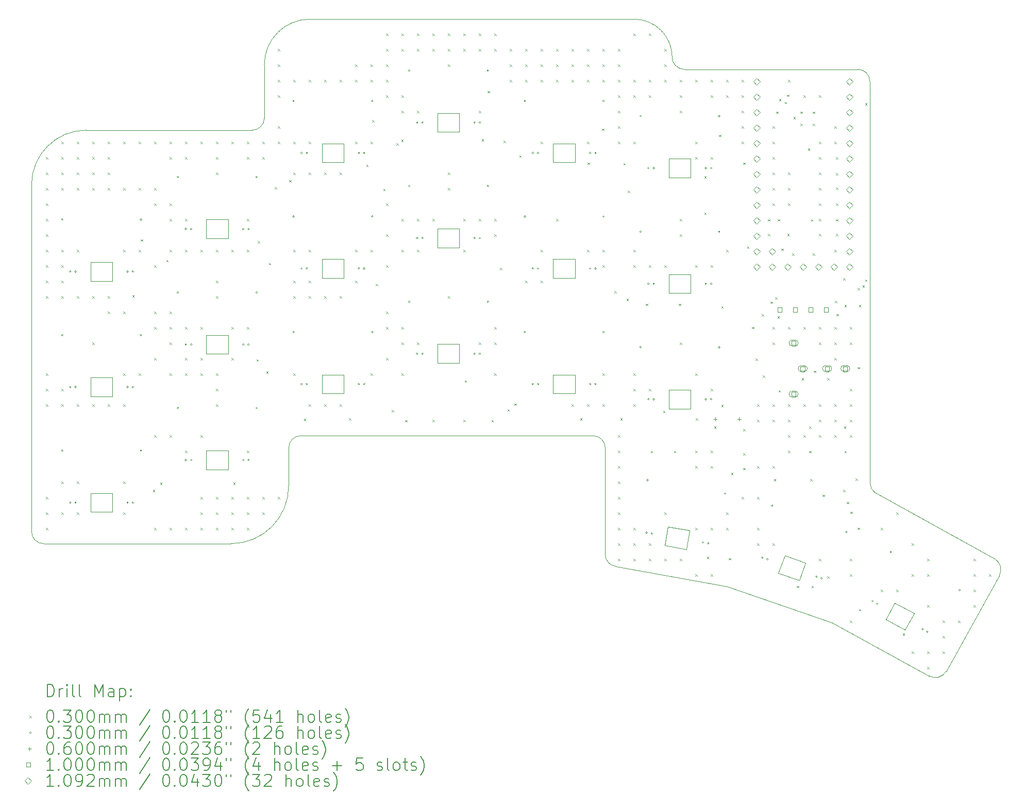
<source format=gbr>
%TF.GenerationSoftware,KiCad,Pcbnew,8.0.1*%
%TF.CreationDate,2024-06-04T22:11:01+02:00*%
%TF.ProjectId,cornia,636f726e-6961-42e6-9b69-6361645f7063,rev?*%
%TF.SameCoordinates,Original*%
%TF.FileFunction,Drillmap*%
%TF.FilePolarity,Positive*%
%FSLAX45Y45*%
G04 Gerber Fmt 4.5, Leading zero omitted, Abs format (unit mm)*
G04 Created by KiCad (PCBNEW 8.0.1) date 2024-06-04 22:11:01*
%MOMM*%
%LPD*%
G01*
G04 APERTURE LIST*
%ADD10C,0.050000*%
%ADD11C,0.100000*%
%ADD12C,0.200000*%
%ADD13C,0.109220*%
G04 APERTURE END LIST*
D10*
X5691860Y-3418875D02*
X5691860Y-2543875D01*
X17691860Y-10668875D02*
G75*
G02*
X17766854Y-10943872I-100000J-174995D01*
G01*
X13291860Y-11118875D02*
X15016860Y-11718875D01*
X2066860Y-10418875D02*
G75*
G02*
X1866865Y-10218875I0J199995D01*
G01*
X2766860Y-3618875D02*
X5491860Y-3618875D01*
X5691860Y-3418875D02*
G75*
G02*
X5491860Y-3618875I-200000J0D01*
G01*
X15641860Y-2818875D02*
X15641860Y-9418875D01*
X11463576Y-10791865D02*
G75*
G02*
X11291855Y-10593875I28284J197995D01*
G01*
X6441860Y-1793875D02*
X11766860Y-1793875D01*
X6091860Y-8843875D02*
G75*
G02*
X6291860Y-8643875I200000J0D01*
G01*
X17766860Y-10943875D02*
X16891860Y-12518875D01*
X4266860Y-10418875D02*
X5141860Y-10418875D01*
X3966860Y-10418875D02*
X4266860Y-10418875D01*
X12591860Y-2618875D02*
G75*
G02*
X12391865Y-2418875I0J199995D01*
G01*
X6091860Y-9468875D02*
X6091860Y-8843875D01*
X6091860Y-9468875D02*
G75*
G02*
X5141860Y-10418875I-950000J0D01*
G01*
X5691860Y-2543875D02*
G75*
G02*
X6441860Y-1793875I750000J0D01*
G01*
X11463576Y-10791865D02*
X13291860Y-11118875D01*
X11091860Y-8643875D02*
G75*
G02*
X11291855Y-8843875I0J-199995D01*
G01*
X15441860Y-2618875D02*
G75*
G02*
X15641855Y-2818875I0J-199995D01*
G01*
X1866860Y-4518875D02*
G75*
G02*
X2766860Y-3618875I900000J0D01*
G01*
X1866860Y-4518875D02*
X1866860Y-10218875D01*
X15730920Y-9585285D02*
X17691860Y-10668875D01*
X11291860Y-10593875D02*
X11291860Y-8843875D01*
X15730920Y-9585285D02*
G75*
G02*
X15641856Y-9418875I110940J166415D01*
G01*
X11766860Y-1793875D02*
G75*
G02*
X12391865Y-2418875I0J-625005D01*
G01*
X16891860Y-12518875D02*
G75*
G02*
X16616859Y-12593877I-175000J99995D01*
G01*
X12591860Y-2618875D02*
X15441860Y-2618875D01*
X15016860Y-11718875D02*
X16616860Y-12593875D01*
X6291860Y-8643875D02*
X11091860Y-8643875D01*
X2066860Y-10418875D02*
X3966860Y-10418875D01*
D11*
X2836860Y-7688875D02*
X2836860Y-7998875D01*
X2836860Y-7998875D02*
X3196860Y-7998875D01*
X3196860Y-7688875D02*
X2836860Y-7688875D01*
X3196860Y-7998875D02*
X3196860Y-7688875D01*
X15900756Y-11663377D02*
X16215527Y-11838073D01*
X16051188Y-11392324D02*
X15900756Y-11663377D01*
X16215527Y-11838073D02*
X16365960Y-11567020D01*
X16365960Y-11567020D02*
X16051188Y-11392324D01*
X4736860Y-5088875D02*
X4736860Y-5398875D01*
X4736860Y-5398875D02*
X5096860Y-5398875D01*
X5096860Y-5088875D02*
X4736860Y-5088875D01*
X5096860Y-5398875D02*
X5096860Y-5088875D01*
X10436860Y-7638875D02*
X10436860Y-7948875D01*
X10436860Y-7948875D02*
X10796860Y-7948875D01*
X10796860Y-7638875D02*
X10436860Y-7638875D01*
X10796860Y-7948875D02*
X10796860Y-7638875D01*
X8536860Y-7138875D02*
X8536860Y-7448875D01*
X8536860Y-7448875D02*
X8896860Y-7448875D01*
X8896860Y-7138875D02*
X8536860Y-7138875D01*
X8896860Y-7448875D02*
X8896860Y-7138875D01*
X12336860Y-4088875D02*
X12336860Y-4398875D01*
X12336860Y-4398875D02*
X12696860Y-4398875D01*
X12696860Y-4088875D02*
X12336860Y-4088875D01*
X12696860Y-4398875D02*
X12696860Y-4088875D01*
X12272946Y-10447895D02*
X12627660Y-10509356D01*
X12325870Y-10142446D02*
X12272946Y-10447895D01*
X12627660Y-10509356D02*
X12680585Y-10203908D01*
X12680585Y-10203908D02*
X12325870Y-10142446D01*
X6636860Y-5738875D02*
X6636860Y-6048875D01*
X6636860Y-6048875D02*
X6996860Y-6048875D01*
X6996860Y-5738875D02*
X6636860Y-5738875D01*
X6996860Y-6048875D02*
X6996860Y-5738875D01*
X8536860Y-5238875D02*
X8536860Y-5548875D01*
X8536860Y-5548875D02*
X8896860Y-5548875D01*
X8896860Y-5238875D02*
X8536860Y-5238875D01*
X8896860Y-5548875D02*
X8896860Y-5238875D01*
X12336860Y-7888875D02*
X12336860Y-8198875D01*
X12336860Y-8198875D02*
X12696860Y-8198875D01*
X12696860Y-7888875D02*
X12336860Y-7888875D01*
X12696860Y-8198875D02*
X12696860Y-7888875D01*
X14137539Y-10903118D02*
X14477036Y-11022874D01*
X14240662Y-10610773D02*
X14137539Y-10903118D01*
X14477036Y-11022874D02*
X14580159Y-10730529D01*
X14580159Y-10730529D02*
X14240662Y-10610773D01*
X6636860Y-7638875D02*
X6636860Y-7948875D01*
X6636860Y-7948875D02*
X6996860Y-7948875D01*
X6996860Y-7638875D02*
X6636860Y-7638875D01*
X6996860Y-7948875D02*
X6996860Y-7638875D01*
X6636860Y-3838875D02*
X6636860Y-4148875D01*
X6636860Y-4148875D02*
X6996860Y-4148875D01*
X6996860Y-3838875D02*
X6636860Y-3838875D01*
X6996860Y-4148875D02*
X6996860Y-3838875D01*
X10436860Y-5738875D02*
X10436860Y-6048875D01*
X10436860Y-6048875D02*
X10796860Y-6048875D01*
X10796860Y-5738875D02*
X10436860Y-5738875D01*
X10796860Y-6048875D02*
X10796860Y-5738875D01*
X10436860Y-3838875D02*
X10436860Y-4148875D01*
X10436860Y-4148875D02*
X10796860Y-4148875D01*
X10796860Y-3838875D02*
X10436860Y-3838875D01*
X10796860Y-4148875D02*
X10796860Y-3838875D01*
X12336860Y-5988875D02*
X12336860Y-6298875D01*
X12336860Y-6298875D02*
X12696860Y-6298875D01*
X12696860Y-5988875D02*
X12336860Y-5988875D01*
X12696860Y-6298875D02*
X12696860Y-5988875D01*
X2836860Y-9588875D02*
X2836860Y-9898875D01*
X2836860Y-9898875D02*
X3196860Y-9898875D01*
X3196860Y-9588875D02*
X2836860Y-9588875D01*
X3196860Y-9898875D02*
X3196860Y-9588875D01*
X4736860Y-8888875D02*
X4736860Y-9198875D01*
X4736860Y-9198875D02*
X5096860Y-9198875D01*
X5096860Y-8888875D02*
X4736860Y-8888875D01*
X5096860Y-9198875D02*
X5096860Y-8888875D01*
X4736860Y-6988875D02*
X4736860Y-7298875D01*
X4736860Y-7298875D02*
X5096860Y-7298875D01*
X5096860Y-6988875D02*
X4736860Y-6988875D01*
X5096860Y-7298875D02*
X5096860Y-6988875D01*
X2836860Y-5788875D02*
X2836860Y-6098875D01*
X2836860Y-6098875D02*
X3196860Y-6098875D01*
X3196860Y-5788875D02*
X2836860Y-5788875D01*
X3196860Y-6098875D02*
X3196860Y-5788875D01*
X8536860Y-3338875D02*
X8536860Y-3648875D01*
X8536860Y-3648875D02*
X8896860Y-3648875D01*
X8896860Y-3338875D02*
X8536860Y-3338875D01*
X8896860Y-3648875D02*
X8896860Y-3338875D01*
D12*
D11*
X2103360Y-4062375D02*
X2133360Y-4092375D01*
X2133360Y-4062375D02*
X2103360Y-4092375D01*
X2103360Y-4316375D02*
X2133360Y-4346375D01*
X2133360Y-4316375D02*
X2103360Y-4346375D01*
X2103360Y-4570375D02*
X2133360Y-4600375D01*
X2133360Y-4570375D02*
X2103360Y-4600375D01*
X2103360Y-4824375D02*
X2133360Y-4854375D01*
X2133360Y-4824375D02*
X2103360Y-4854375D01*
X2103360Y-5078375D02*
X2133360Y-5108375D01*
X2133360Y-5078375D02*
X2103360Y-5108375D01*
X2103360Y-5332375D02*
X2133360Y-5362375D01*
X2133360Y-5332375D02*
X2103360Y-5362375D01*
X2103360Y-5586375D02*
X2133360Y-5616375D01*
X2133360Y-5586375D02*
X2103360Y-5616375D01*
X2103360Y-5840375D02*
X2133360Y-5870375D01*
X2133360Y-5840375D02*
X2103360Y-5870375D01*
X2103360Y-6094375D02*
X2133360Y-6124375D01*
X2133360Y-6094375D02*
X2103360Y-6124375D01*
X2103360Y-6348375D02*
X2133360Y-6378375D01*
X2133360Y-6348375D02*
X2103360Y-6378375D01*
X2103360Y-7618375D02*
X2133360Y-7648375D01*
X2133360Y-7618375D02*
X2103360Y-7648375D01*
X2103360Y-7872375D02*
X2133360Y-7902375D01*
X2133360Y-7872375D02*
X2103360Y-7902375D01*
X2103360Y-8126375D02*
X2133360Y-8156375D01*
X2133360Y-8126375D02*
X2103360Y-8156375D01*
X2103360Y-9650375D02*
X2133360Y-9680375D01*
X2133360Y-9650375D02*
X2103360Y-9680375D01*
X2103360Y-9904375D02*
X2133360Y-9934375D01*
X2133360Y-9904375D02*
X2103360Y-9934375D01*
X2103360Y-10158375D02*
X2133360Y-10188375D01*
X2133360Y-10158375D02*
X2103360Y-10188375D01*
X2357360Y-3808375D02*
X2387360Y-3838375D01*
X2387360Y-3808375D02*
X2357360Y-3838375D01*
X2357360Y-4062375D02*
X2387360Y-4092375D01*
X2387360Y-4062375D02*
X2357360Y-4092375D01*
X2357360Y-4316375D02*
X2387360Y-4346375D01*
X2387360Y-4316375D02*
X2357360Y-4346375D01*
X2357360Y-4570375D02*
X2387360Y-4600375D01*
X2387360Y-4570375D02*
X2357360Y-4600375D01*
X2357360Y-5586375D02*
X2387360Y-5616375D01*
X2387360Y-5586375D02*
X2357360Y-5616375D01*
X2357360Y-5840375D02*
X2387360Y-5870375D01*
X2387360Y-5840375D02*
X2357360Y-5870375D01*
X2357360Y-6094375D02*
X2387360Y-6124375D01*
X2387360Y-6094375D02*
X2357360Y-6124375D01*
X2357360Y-6348375D02*
X2387360Y-6378375D01*
X2387360Y-6348375D02*
X2357360Y-6378375D01*
X2357360Y-7872375D02*
X2387360Y-7902375D01*
X2387360Y-7872375D02*
X2357360Y-7902375D01*
X2357360Y-8126375D02*
X2387360Y-8156375D01*
X2387360Y-8126375D02*
X2357360Y-8156375D01*
X2357360Y-9396375D02*
X2387360Y-9426375D01*
X2387360Y-9396375D02*
X2357360Y-9426375D01*
X2357360Y-9904375D02*
X2387360Y-9934375D01*
X2387360Y-9904375D02*
X2357360Y-9934375D01*
X2611360Y-3808375D02*
X2641360Y-3838375D01*
X2641360Y-3808375D02*
X2611360Y-3838375D01*
X2611360Y-4062375D02*
X2641360Y-4092375D01*
X2641360Y-4062375D02*
X2611360Y-4092375D01*
X2611360Y-4316375D02*
X2641360Y-4346375D01*
X2641360Y-4316375D02*
X2611360Y-4346375D01*
X2611360Y-4570375D02*
X2641360Y-4600375D01*
X2641360Y-4570375D02*
X2611360Y-4600375D01*
X2611360Y-5586375D02*
X2641360Y-5616375D01*
X2641360Y-5586375D02*
X2611360Y-5616375D01*
X2611360Y-6348375D02*
X2641360Y-6378375D01*
X2641360Y-6348375D02*
X2611360Y-6378375D01*
X2611360Y-8126375D02*
X2641360Y-8156375D01*
X2641360Y-8126375D02*
X2611360Y-8156375D01*
X2611360Y-9396375D02*
X2641360Y-9426375D01*
X2641360Y-9396375D02*
X2611360Y-9426375D01*
X2611360Y-9904375D02*
X2641360Y-9934375D01*
X2641360Y-9904375D02*
X2611360Y-9934375D01*
X2865360Y-3808375D02*
X2895360Y-3838375D01*
X2895360Y-3808375D02*
X2865360Y-3838375D01*
X2865360Y-4062375D02*
X2895360Y-4092375D01*
X2895360Y-4062375D02*
X2865360Y-4092375D01*
X2865360Y-4316375D02*
X2895360Y-4346375D01*
X2895360Y-4316375D02*
X2865360Y-4346375D01*
X2865360Y-4570375D02*
X2895360Y-4600375D01*
X2895360Y-4570375D02*
X2865360Y-4600375D01*
X2865360Y-6348375D02*
X2895360Y-6378375D01*
X2895360Y-6348375D02*
X2865360Y-6378375D01*
X2865360Y-7110375D02*
X2895360Y-7140375D01*
X2895360Y-7110375D02*
X2865360Y-7140375D01*
X2865360Y-8126375D02*
X2895360Y-8156375D01*
X2895360Y-8126375D02*
X2865360Y-8156375D01*
X3119360Y-3808375D02*
X3149360Y-3838375D01*
X3149360Y-3808375D02*
X3119360Y-3838375D01*
X3119360Y-4062375D02*
X3149360Y-4092375D01*
X3149360Y-4062375D02*
X3119360Y-4092375D01*
X3119360Y-4316375D02*
X3149360Y-4346375D01*
X3149360Y-4316375D02*
X3119360Y-4346375D01*
X3119360Y-4570375D02*
X3149360Y-4600375D01*
X3149360Y-4570375D02*
X3119360Y-4600375D01*
X3119360Y-6348375D02*
X3149360Y-6378375D01*
X3149360Y-6348375D02*
X3119360Y-6378375D01*
X3119360Y-6602375D02*
X3149360Y-6632375D01*
X3149360Y-6602375D02*
X3119360Y-6632375D01*
X3119360Y-8126375D02*
X3149360Y-8156375D01*
X3149360Y-8126375D02*
X3119360Y-8156375D01*
X3373360Y-3808375D02*
X3403360Y-3838375D01*
X3403360Y-3808375D02*
X3373360Y-3838375D01*
X3373360Y-4570375D02*
X3403360Y-4600375D01*
X3403360Y-4570375D02*
X3373360Y-4600375D01*
X3373360Y-5586375D02*
X3403360Y-5616375D01*
X3403360Y-5586375D02*
X3373360Y-5616375D01*
X3373360Y-6602375D02*
X3403360Y-6632375D01*
X3403360Y-6602375D02*
X3373360Y-6632375D01*
X3373360Y-7618375D02*
X3403360Y-7648375D01*
X3403360Y-7618375D02*
X3373360Y-7648375D01*
X3373360Y-8126375D02*
X3403360Y-8156375D01*
X3403360Y-8126375D02*
X3373360Y-8156375D01*
X3373360Y-9396375D02*
X3403360Y-9426375D01*
X3403360Y-9396375D02*
X3373360Y-9426375D01*
X3373360Y-9904375D02*
X3403360Y-9934375D01*
X3403360Y-9904375D02*
X3373360Y-9934375D01*
X3521860Y-6333875D02*
X3551860Y-6363875D01*
X3551860Y-6333875D02*
X3521860Y-6363875D01*
X3627360Y-3808375D02*
X3657360Y-3838375D01*
X3657360Y-3808375D02*
X3627360Y-3838375D01*
X3627360Y-4570375D02*
X3657360Y-4600375D01*
X3657360Y-4570375D02*
X3627360Y-4600375D01*
X3627360Y-5586375D02*
X3657360Y-5616375D01*
X3657360Y-5586375D02*
X3627360Y-5616375D01*
X3627360Y-7618375D02*
X3657360Y-7648375D01*
X3657360Y-7618375D02*
X3627360Y-7648375D01*
X3661860Y-5413875D02*
X3691860Y-5443875D01*
X3691860Y-5413875D02*
X3661860Y-5443875D01*
X3861860Y-9533875D02*
X3891860Y-9563875D01*
X3891860Y-9533875D02*
X3861860Y-9563875D01*
X3881360Y-3808375D02*
X3911360Y-3838375D01*
X3911360Y-3808375D02*
X3881360Y-3838375D01*
X3881360Y-4570375D02*
X3911360Y-4600375D01*
X3911360Y-4570375D02*
X3881360Y-4600375D01*
X3881360Y-4824375D02*
X3911360Y-4854375D01*
X3911360Y-4824375D02*
X3881360Y-4854375D01*
X3881360Y-5840375D02*
X3911360Y-5870375D01*
X3911360Y-5840375D02*
X3881360Y-5870375D01*
X3881360Y-6602375D02*
X3911360Y-6632375D01*
X3911360Y-6602375D02*
X3881360Y-6632375D01*
X3881360Y-6856375D02*
X3911360Y-6886375D01*
X3911360Y-6856375D02*
X3881360Y-6886375D01*
X3881360Y-7364375D02*
X3911360Y-7394375D01*
X3911360Y-7364375D02*
X3881360Y-7394375D01*
X3881360Y-8634375D02*
X3911360Y-8664375D01*
X3911360Y-8634375D02*
X3881360Y-8664375D01*
X3881360Y-10158375D02*
X3911360Y-10188375D01*
X3911360Y-10158375D02*
X3881360Y-10188375D01*
X3981860Y-9413875D02*
X4011860Y-9443875D01*
X4011860Y-9413875D02*
X3981860Y-9443875D01*
X4081860Y-5753875D02*
X4111860Y-5783875D01*
X4111860Y-5753875D02*
X4081860Y-5783875D01*
X4135360Y-3808375D02*
X4165360Y-3838375D01*
X4165360Y-3808375D02*
X4135360Y-3838375D01*
X4135360Y-4062375D02*
X4165360Y-4092375D01*
X4165360Y-4062375D02*
X4135360Y-4092375D01*
X4135360Y-4824375D02*
X4165360Y-4854375D01*
X4165360Y-4824375D02*
X4135360Y-4854375D01*
X4135360Y-5078375D02*
X4165360Y-5108375D01*
X4165360Y-5078375D02*
X4135360Y-5108375D01*
X4135360Y-5586375D02*
X4165360Y-5616375D01*
X4165360Y-5586375D02*
X4135360Y-5616375D01*
X4135360Y-6602375D02*
X4165360Y-6632375D01*
X4165360Y-6602375D02*
X4135360Y-6632375D01*
X4135360Y-6856375D02*
X4165360Y-6886375D01*
X4165360Y-6856375D02*
X4135360Y-6886375D01*
X4135360Y-7110375D02*
X4165360Y-7140375D01*
X4165360Y-7110375D02*
X4135360Y-7140375D01*
X4135360Y-7618375D02*
X4165360Y-7648375D01*
X4165360Y-7618375D02*
X4135360Y-7648375D01*
X4135360Y-8634375D02*
X4165360Y-8664375D01*
X4165360Y-8634375D02*
X4135360Y-8664375D01*
X4135360Y-10158375D02*
X4165360Y-10188375D01*
X4165360Y-10158375D02*
X4135360Y-10188375D01*
X4389360Y-3808375D02*
X4419360Y-3838375D01*
X4419360Y-3808375D02*
X4389360Y-3838375D01*
X4389360Y-4062375D02*
X4419360Y-4092375D01*
X4419360Y-4062375D02*
X4389360Y-4092375D01*
X4389360Y-5078375D02*
X4419360Y-5108375D01*
X4419360Y-5078375D02*
X4389360Y-5108375D01*
X4389360Y-5586375D02*
X4419360Y-5616375D01*
X4419360Y-5586375D02*
X4389360Y-5616375D01*
X4389360Y-6856375D02*
X4419360Y-6886375D01*
X4419360Y-6856375D02*
X4389360Y-6886375D01*
X4389360Y-7364375D02*
X4419360Y-7394375D01*
X4419360Y-7364375D02*
X4389360Y-7394375D01*
X4389360Y-7618375D02*
X4419360Y-7648375D01*
X4419360Y-7618375D02*
X4389360Y-7648375D01*
X4389360Y-8888375D02*
X4419360Y-8918375D01*
X4419360Y-8888375D02*
X4389360Y-8918375D01*
X4389360Y-10158375D02*
X4419360Y-10188375D01*
X4419360Y-10158375D02*
X4389360Y-10188375D01*
X4643360Y-3808375D02*
X4673360Y-3838375D01*
X4673360Y-3808375D02*
X4643360Y-3838375D01*
X4643360Y-5586375D02*
X4673360Y-5616375D01*
X4673360Y-5586375D02*
X4643360Y-5616375D01*
X4643360Y-6856375D02*
X4673360Y-6886375D01*
X4673360Y-6856375D02*
X4643360Y-6886375D01*
X4643360Y-7364375D02*
X4673360Y-7394375D01*
X4673360Y-7364375D02*
X4643360Y-7394375D01*
X4643360Y-7618375D02*
X4673360Y-7648375D01*
X4673360Y-7618375D02*
X4643360Y-7648375D01*
X4643360Y-8634375D02*
X4673360Y-8664375D01*
X4673360Y-8634375D02*
X4643360Y-8664375D01*
X4643360Y-9650375D02*
X4673360Y-9680375D01*
X4673360Y-9650375D02*
X4643360Y-9680375D01*
X4643360Y-9904375D02*
X4673360Y-9934375D01*
X4673360Y-9904375D02*
X4643360Y-9934375D01*
X4643360Y-10158375D02*
X4673360Y-10188375D01*
X4673360Y-10158375D02*
X4643360Y-10188375D01*
X4897360Y-3808375D02*
X4927360Y-3838375D01*
X4927360Y-3808375D02*
X4897360Y-3838375D01*
X4897360Y-4062375D02*
X4927360Y-4092375D01*
X4927360Y-4062375D02*
X4897360Y-4092375D01*
X4897360Y-4316375D02*
X4927360Y-4346375D01*
X4927360Y-4316375D02*
X4897360Y-4346375D01*
X4897360Y-5586375D02*
X4927360Y-5616375D01*
X4927360Y-5586375D02*
X4897360Y-5616375D01*
X4897360Y-6094375D02*
X4927360Y-6124375D01*
X4927360Y-6094375D02*
X4897360Y-6124375D01*
X4897360Y-6348375D02*
X4927360Y-6378375D01*
X4927360Y-6348375D02*
X4897360Y-6378375D01*
X4897360Y-7618375D02*
X4927360Y-7648375D01*
X4927360Y-7618375D02*
X4897360Y-7648375D01*
X4897360Y-7872375D02*
X4927360Y-7902375D01*
X4927360Y-7872375D02*
X4897360Y-7902375D01*
X4897360Y-8126375D02*
X4927360Y-8156375D01*
X4927360Y-8126375D02*
X4897360Y-8156375D01*
X4897360Y-9650375D02*
X4927360Y-9680375D01*
X4927360Y-9650375D02*
X4897360Y-9680375D01*
X4897360Y-9904375D02*
X4927360Y-9934375D01*
X4927360Y-9904375D02*
X4897360Y-9934375D01*
X4897360Y-10158375D02*
X4927360Y-10188375D01*
X4927360Y-10158375D02*
X4897360Y-10188375D01*
X5151360Y-3808375D02*
X5181360Y-3838375D01*
X5181360Y-3808375D02*
X5151360Y-3838375D01*
X5151360Y-5586375D02*
X5181360Y-5616375D01*
X5181360Y-5586375D02*
X5151360Y-5616375D01*
X5151360Y-6856375D02*
X5181360Y-6886375D01*
X5181360Y-6856375D02*
X5151360Y-6886375D01*
X5151360Y-7364375D02*
X5181360Y-7394375D01*
X5181360Y-7364375D02*
X5151360Y-7394375D01*
X5151360Y-9650375D02*
X5181360Y-9680375D01*
X5181360Y-9650375D02*
X5151360Y-9680375D01*
X5151360Y-9904375D02*
X5181360Y-9934375D01*
X5181360Y-9904375D02*
X5151360Y-9934375D01*
X5151360Y-10158375D02*
X5181360Y-10188375D01*
X5181360Y-10158375D02*
X5151360Y-10188375D01*
X5181860Y-9413875D02*
X5211860Y-9443875D01*
X5211860Y-9413875D02*
X5181860Y-9443875D01*
X5405360Y-3808375D02*
X5435360Y-3838375D01*
X5435360Y-3808375D02*
X5405360Y-3838375D01*
X5405360Y-4062375D02*
X5435360Y-4092375D01*
X5435360Y-4062375D02*
X5405360Y-4092375D01*
X5405360Y-5078375D02*
X5435360Y-5108375D01*
X5435360Y-5078375D02*
X5405360Y-5108375D01*
X5405360Y-5586375D02*
X5435360Y-5616375D01*
X5435360Y-5586375D02*
X5405360Y-5616375D01*
X5405360Y-6856375D02*
X5435360Y-6886375D01*
X5435360Y-6856375D02*
X5405360Y-6886375D01*
X5405360Y-8888375D02*
X5435360Y-8918375D01*
X5435360Y-8888375D02*
X5405360Y-8918375D01*
X5405360Y-9650375D02*
X5435360Y-9680375D01*
X5435360Y-9650375D02*
X5405360Y-9680375D01*
X5405360Y-9904375D02*
X5435360Y-9934375D01*
X5435360Y-9904375D02*
X5405360Y-9934375D01*
X5405360Y-10158375D02*
X5435360Y-10188375D01*
X5435360Y-10158375D02*
X5405360Y-10188375D01*
X5565000Y-7385000D02*
X5595000Y-7415000D01*
X5595000Y-7385000D02*
X5565000Y-7415000D01*
X5585000Y-5445000D02*
X5615000Y-5475000D01*
X5615000Y-5445000D02*
X5585000Y-5475000D01*
X5659360Y-3808375D02*
X5689360Y-3838375D01*
X5689360Y-3808375D02*
X5659360Y-3838375D01*
X5659360Y-4062375D02*
X5689360Y-4092375D01*
X5689360Y-4062375D02*
X5659360Y-4092375D01*
X5659360Y-9650375D02*
X5689360Y-9680375D01*
X5689360Y-9650375D02*
X5659360Y-9680375D01*
X5659360Y-9904375D02*
X5689360Y-9934375D01*
X5689360Y-9904375D02*
X5659360Y-9934375D01*
X5725000Y-7585000D02*
X5755000Y-7615000D01*
X5755000Y-7585000D02*
X5725000Y-7615000D01*
X5765000Y-5805000D02*
X5795000Y-5835000D01*
X5795000Y-5805000D02*
X5765000Y-5835000D01*
X5861860Y-4553875D02*
X5891860Y-4583875D01*
X5891860Y-4553875D02*
X5861860Y-4583875D01*
X5913360Y-2284375D02*
X5943360Y-2314375D01*
X5943360Y-2284375D02*
X5913360Y-2314375D01*
X5913360Y-2538375D02*
X5943360Y-2568375D01*
X5943360Y-2538375D02*
X5913360Y-2568375D01*
X5913360Y-2792375D02*
X5943360Y-2822375D01*
X5943360Y-2792375D02*
X5913360Y-2822375D01*
X5913360Y-3046375D02*
X5943360Y-3076375D01*
X5943360Y-3046375D02*
X5913360Y-3076375D01*
X5913360Y-3554375D02*
X5943360Y-3584375D01*
X5943360Y-3554375D02*
X5913360Y-3584375D01*
X5913360Y-3808375D02*
X5943360Y-3838375D01*
X5943360Y-3808375D02*
X5913360Y-3838375D01*
X5913360Y-9650375D02*
X5943360Y-9680375D01*
X5943360Y-9650375D02*
X5913360Y-9680375D01*
X6099240Y-4441928D02*
X6129240Y-4471928D01*
X6129240Y-4441928D02*
X6099240Y-4471928D01*
X6167360Y-2792375D02*
X6197360Y-2822375D01*
X6197360Y-2792375D02*
X6167360Y-2822375D01*
X6167360Y-3808375D02*
X6197360Y-3838375D01*
X6197360Y-3808375D02*
X6167360Y-3838375D01*
X6167360Y-4316375D02*
X6197360Y-4346375D01*
X6197360Y-4316375D02*
X6167360Y-4346375D01*
X6167360Y-5586375D02*
X6197360Y-5616375D01*
X6197360Y-5586375D02*
X6167360Y-5616375D01*
X6167360Y-6094375D02*
X6197360Y-6124375D01*
X6197360Y-6094375D02*
X6167360Y-6124375D01*
X6167360Y-6348375D02*
X6197360Y-6378375D01*
X6197360Y-6348375D02*
X6167360Y-6378375D01*
X6167360Y-7618375D02*
X6197360Y-7648375D01*
X6197360Y-7618375D02*
X6167360Y-7648375D01*
X6341860Y-8363489D02*
X6371860Y-8393489D01*
X6371860Y-8363489D02*
X6341860Y-8393489D01*
X6421360Y-2792375D02*
X6451360Y-2822375D01*
X6451360Y-2792375D02*
X6421360Y-2822375D01*
X6421360Y-3808375D02*
X6451360Y-3838375D01*
X6451360Y-3808375D02*
X6421360Y-3838375D01*
X6421360Y-4316375D02*
X6451360Y-4346375D01*
X6451360Y-4316375D02*
X6421360Y-4346375D01*
X6421360Y-5586375D02*
X6451360Y-5616375D01*
X6451360Y-5586375D02*
X6421360Y-5616375D01*
X6421360Y-6094375D02*
X6451360Y-6124375D01*
X6451360Y-6094375D02*
X6421360Y-6124375D01*
X6421360Y-6348375D02*
X6451360Y-6378375D01*
X6451360Y-6348375D02*
X6421360Y-6378375D01*
X6421360Y-8126375D02*
X6451360Y-8156375D01*
X6451360Y-8126375D02*
X6421360Y-8156375D01*
X6675360Y-2792375D02*
X6705360Y-2822375D01*
X6705360Y-2792375D02*
X6675360Y-2822375D01*
X6675360Y-4316375D02*
X6705360Y-4346375D01*
X6705360Y-4316375D02*
X6675360Y-4346375D01*
X6675360Y-6348375D02*
X6705360Y-6378375D01*
X6705360Y-6348375D02*
X6675360Y-6378375D01*
X6675360Y-8126375D02*
X6705360Y-8156375D01*
X6705360Y-8126375D02*
X6675360Y-8156375D01*
X6929360Y-2792375D02*
X6959360Y-2822375D01*
X6959360Y-2792375D02*
X6929360Y-2822375D01*
X6929360Y-4316375D02*
X6959360Y-4346375D01*
X6959360Y-4316375D02*
X6929360Y-4346375D01*
X6929360Y-6348375D02*
X6959360Y-6378375D01*
X6959360Y-6348375D02*
X6929360Y-6378375D01*
X6929360Y-8126375D02*
X6959360Y-8156375D01*
X6959360Y-8126375D02*
X6929360Y-8156375D01*
X7081860Y-8353875D02*
X7111860Y-8383875D01*
X7111860Y-8353875D02*
X7081860Y-8383875D01*
X7183360Y-2538375D02*
X7213360Y-2568375D01*
X7213360Y-2538375D02*
X7183360Y-2568375D01*
X7183360Y-2792375D02*
X7213360Y-2822375D01*
X7213360Y-2792375D02*
X7183360Y-2822375D01*
X7183360Y-3808375D02*
X7213360Y-3838375D01*
X7213360Y-3808375D02*
X7183360Y-3838375D01*
X7183360Y-5586375D02*
X7213360Y-5616375D01*
X7213360Y-5586375D02*
X7183360Y-5616375D01*
X7183360Y-6094375D02*
X7213360Y-6124375D01*
X7213360Y-6094375D02*
X7183360Y-6124375D01*
X7365000Y-4185000D02*
X7395000Y-4215000D01*
X7395000Y-4185000D02*
X7365000Y-4215000D01*
X7437360Y-2538375D02*
X7467360Y-2568375D01*
X7467360Y-2538375D02*
X7437360Y-2568375D01*
X7437360Y-2792375D02*
X7467360Y-2822375D01*
X7467360Y-2792375D02*
X7437360Y-2822375D01*
X7437360Y-3808375D02*
X7467360Y-3838375D01*
X7467360Y-3808375D02*
X7437360Y-3838375D01*
X7437360Y-5586375D02*
X7467360Y-5616375D01*
X7467360Y-5586375D02*
X7437360Y-5616375D01*
X7437360Y-7618375D02*
X7467360Y-7648375D01*
X7467360Y-7618375D02*
X7437360Y-7648375D01*
X7461860Y-3453875D02*
X7491860Y-3483875D01*
X7491860Y-3453875D02*
X7461860Y-3483875D01*
X7525000Y-6145000D02*
X7555000Y-6175000D01*
X7555000Y-6145000D02*
X7525000Y-6175000D01*
X7645000Y-4585000D02*
X7675000Y-4615000D01*
X7675000Y-4585000D02*
X7645000Y-4615000D01*
X7691360Y-2030375D02*
X7721360Y-2060375D01*
X7721360Y-2030375D02*
X7691360Y-2060375D01*
X7691360Y-2284375D02*
X7721360Y-2314375D01*
X7721360Y-2284375D02*
X7691360Y-2314375D01*
X7691360Y-2538375D02*
X7721360Y-2568375D01*
X7721360Y-2538375D02*
X7691360Y-2568375D01*
X7691360Y-2792375D02*
X7721360Y-2822375D01*
X7721360Y-2792375D02*
X7691360Y-2822375D01*
X7691360Y-3046375D02*
X7721360Y-3076375D01*
X7721360Y-3046375D02*
X7691360Y-3076375D01*
X7691360Y-4824375D02*
X7721360Y-4854375D01*
X7721360Y-4824375D02*
X7691360Y-4854375D01*
X7691360Y-5332375D02*
X7721360Y-5362375D01*
X7721360Y-5332375D02*
X7691360Y-5362375D01*
X7691360Y-5840375D02*
X7721360Y-5870375D01*
X7721360Y-5840375D02*
X7691360Y-5870375D01*
X7691360Y-6602375D02*
X7721360Y-6632375D01*
X7721360Y-6602375D02*
X7691360Y-6632375D01*
X7691360Y-6856375D02*
X7721360Y-6886375D01*
X7721360Y-6856375D02*
X7691360Y-6886375D01*
X7691360Y-7364375D02*
X7721360Y-7394375D01*
X7721360Y-7364375D02*
X7691360Y-7394375D01*
X7786680Y-8218695D02*
X7816680Y-8248695D01*
X7816680Y-8218695D02*
X7786680Y-8248695D01*
X7861860Y-3833875D02*
X7891860Y-3863875D01*
X7891860Y-3833875D02*
X7861860Y-3863875D01*
X7941860Y-3773875D02*
X7971860Y-3803875D01*
X7971860Y-3773875D02*
X7941860Y-3803875D01*
X7945360Y-2030375D02*
X7975360Y-2060375D01*
X7975360Y-2030375D02*
X7945360Y-2060375D01*
X7945360Y-2284375D02*
X7975360Y-2314375D01*
X7975360Y-2284375D02*
X7945360Y-2314375D01*
X7945360Y-3046375D02*
X7975360Y-3076375D01*
X7975360Y-3046375D02*
X7945360Y-3076375D01*
X7945360Y-3300375D02*
X7975360Y-3330375D01*
X7975360Y-3300375D02*
X7945360Y-3330375D01*
X7945360Y-5078375D02*
X7975360Y-5108375D01*
X7975360Y-5078375D02*
X7945360Y-5108375D01*
X7945360Y-5586375D02*
X7975360Y-5616375D01*
X7975360Y-5586375D02*
X7945360Y-5616375D01*
X7945360Y-6856375D02*
X7975360Y-6886375D01*
X7975360Y-6856375D02*
X7945360Y-6886375D01*
X7945360Y-7110375D02*
X7975360Y-7140375D01*
X7975360Y-7110375D02*
X7945360Y-7140375D01*
X7945360Y-7618375D02*
X7975360Y-7648375D01*
X7975360Y-7618375D02*
X7945360Y-7648375D01*
X8005000Y-8385000D02*
X8035000Y-8415000D01*
X8035000Y-8385000D02*
X8005000Y-8415000D01*
X8199360Y-2030375D02*
X8229360Y-2060375D01*
X8229360Y-2030375D02*
X8199360Y-2060375D01*
X8199360Y-2284375D02*
X8229360Y-2314375D01*
X8229360Y-2284375D02*
X8199360Y-2314375D01*
X8199360Y-3300375D02*
X8229360Y-3330375D01*
X8229360Y-3300375D02*
X8199360Y-3330375D01*
X8199360Y-5078375D02*
X8229360Y-5108375D01*
X8229360Y-5078375D02*
X8199360Y-5108375D01*
X8199360Y-5586375D02*
X8229360Y-5616375D01*
X8229360Y-5586375D02*
X8199360Y-5616375D01*
X8199360Y-7110375D02*
X8229360Y-7140375D01*
X8229360Y-7110375D02*
X8199360Y-7140375D01*
X8453360Y-2030375D02*
X8483360Y-2060375D01*
X8483360Y-2030375D02*
X8453360Y-2060375D01*
X8453360Y-2284375D02*
X8483360Y-2314375D01*
X8483360Y-2284375D02*
X8453360Y-2314375D01*
X8453360Y-5078375D02*
X8483360Y-5108375D01*
X8483360Y-5078375D02*
X8453360Y-5108375D01*
X8453360Y-8380375D02*
X8483360Y-8410375D01*
X8483360Y-8380375D02*
X8453360Y-8410375D01*
X8707360Y-2030375D02*
X8737360Y-2060375D01*
X8737360Y-2030375D02*
X8707360Y-2060375D01*
X8707360Y-2284375D02*
X8737360Y-2314375D01*
X8737360Y-2284375D02*
X8707360Y-2314375D01*
X8707360Y-2538375D02*
X8737360Y-2568375D01*
X8737360Y-2538375D02*
X8707360Y-2568375D01*
X8707360Y-4316375D02*
X8737360Y-4346375D01*
X8737360Y-4316375D02*
X8707360Y-4346375D01*
X8707360Y-4570375D02*
X8737360Y-4600375D01*
X8737360Y-4570375D02*
X8707360Y-4600375D01*
X8707360Y-6348375D02*
X8737360Y-6378375D01*
X8737360Y-6348375D02*
X8707360Y-6378375D01*
X8961360Y-2030375D02*
X8991360Y-2060375D01*
X8991360Y-2030375D02*
X8961360Y-2060375D01*
X8961360Y-2284375D02*
X8991360Y-2314375D01*
X8991360Y-2284375D02*
X8961360Y-2314375D01*
X8961360Y-5078375D02*
X8991360Y-5108375D01*
X8991360Y-5078375D02*
X8961360Y-5108375D01*
X8961360Y-5586375D02*
X8991360Y-5616375D01*
X8991360Y-5586375D02*
X8961360Y-5616375D01*
X8961360Y-8380375D02*
X8991360Y-8410375D01*
X8991360Y-8380375D02*
X8961360Y-8410375D01*
X8981860Y-7732442D02*
X9011860Y-7762442D01*
X9011860Y-7732442D02*
X8981860Y-7762442D01*
X9215360Y-2030375D02*
X9245360Y-2060375D01*
X9245360Y-2030375D02*
X9215360Y-2060375D01*
X9215360Y-2284375D02*
X9245360Y-2314375D01*
X9245360Y-2284375D02*
X9215360Y-2314375D01*
X9215360Y-3300375D02*
X9245360Y-3330375D01*
X9245360Y-3300375D02*
X9215360Y-3330375D01*
X9215360Y-5078375D02*
X9245360Y-5108375D01*
X9245360Y-5078375D02*
X9215360Y-5108375D01*
X9215360Y-7110375D02*
X9245360Y-7140375D01*
X9245360Y-7110375D02*
X9215360Y-7140375D01*
X9265000Y-3765000D02*
X9295000Y-3795000D01*
X9295000Y-3765000D02*
X9265000Y-3795000D01*
X9361860Y-2973875D02*
X9391860Y-3003875D01*
X9391860Y-2973875D02*
X9361860Y-3003875D01*
X9425000Y-8385000D02*
X9455000Y-8415000D01*
X9455000Y-8385000D02*
X9425000Y-8415000D01*
X9469360Y-2030375D02*
X9499360Y-2060375D01*
X9499360Y-2030375D02*
X9469360Y-2060375D01*
X9469360Y-2284375D02*
X9499360Y-2314375D01*
X9499360Y-2284375D02*
X9469360Y-2314375D01*
X9469360Y-5078375D02*
X9499360Y-5108375D01*
X9499360Y-5078375D02*
X9469360Y-5108375D01*
X9469360Y-5332375D02*
X9499360Y-5362375D01*
X9499360Y-5332375D02*
X9469360Y-5362375D01*
X9469360Y-6856375D02*
X9499360Y-6886375D01*
X9499360Y-6856375D02*
X9469360Y-6886375D01*
X9469360Y-7110375D02*
X9499360Y-7140375D01*
X9499360Y-7110375D02*
X9469360Y-7140375D01*
X9469360Y-7618375D02*
X9499360Y-7648375D01*
X9499360Y-7618375D02*
X9469360Y-7648375D01*
X9565000Y-5885000D02*
X9595000Y-5915000D01*
X9595000Y-5885000D02*
X9565000Y-5915000D01*
X9621860Y-3793875D02*
X9651860Y-3823875D01*
X9651860Y-3793875D02*
X9621860Y-3823875D01*
X9688047Y-8207688D02*
X9718047Y-8237688D01*
X9718047Y-8207688D02*
X9688047Y-8237688D01*
X9723360Y-2284375D02*
X9753360Y-2314375D01*
X9753360Y-2284375D02*
X9723360Y-2314375D01*
X9723360Y-2538375D02*
X9753360Y-2568375D01*
X9753360Y-2538375D02*
X9723360Y-2568375D01*
X9723360Y-2792375D02*
X9753360Y-2822375D01*
X9753360Y-2792375D02*
X9723360Y-2822375D01*
X9801860Y-8113875D02*
X9831860Y-8143875D01*
X9831860Y-8113875D02*
X9801860Y-8143875D01*
X9881860Y-4033875D02*
X9911860Y-4063875D01*
X9911860Y-4033875D02*
X9881860Y-4063875D01*
X9977360Y-2284375D02*
X10007360Y-2314375D01*
X10007360Y-2284375D02*
X9977360Y-2314375D01*
X9977360Y-2538375D02*
X10007360Y-2568375D01*
X10007360Y-2538375D02*
X9977360Y-2568375D01*
X9977360Y-2792375D02*
X10007360Y-2822375D01*
X10007360Y-2792375D02*
X9977360Y-2822375D01*
X9977360Y-6094375D02*
X10007360Y-6124375D01*
X10007360Y-6094375D02*
X9977360Y-6124375D01*
X10231360Y-2284375D02*
X10261360Y-2314375D01*
X10261360Y-2284375D02*
X10231360Y-2314375D01*
X10231360Y-2538375D02*
X10261360Y-2568375D01*
X10261360Y-2538375D02*
X10231360Y-2568375D01*
X10231360Y-2792375D02*
X10261360Y-2822375D01*
X10261360Y-2792375D02*
X10231360Y-2822375D01*
X10231360Y-3808375D02*
X10261360Y-3838375D01*
X10261360Y-3808375D02*
X10231360Y-3838375D01*
X10231360Y-5586375D02*
X10261360Y-5616375D01*
X10261360Y-5586375D02*
X10231360Y-5616375D01*
X10231360Y-6094375D02*
X10261360Y-6124375D01*
X10261360Y-6094375D02*
X10231360Y-6124375D01*
X10485360Y-2284375D02*
X10515360Y-2314375D01*
X10515360Y-2284375D02*
X10485360Y-2314375D01*
X10485360Y-2538375D02*
X10515360Y-2568375D01*
X10515360Y-2538375D02*
X10485360Y-2568375D01*
X10485360Y-2792375D02*
X10515360Y-2822375D01*
X10515360Y-2792375D02*
X10485360Y-2822375D01*
X10485360Y-5078375D02*
X10515360Y-5108375D01*
X10515360Y-5078375D02*
X10485360Y-5108375D01*
X10739360Y-2284375D02*
X10769360Y-2314375D01*
X10769360Y-2284375D02*
X10739360Y-2314375D01*
X10739360Y-2538375D02*
X10769360Y-2568375D01*
X10769360Y-2538375D02*
X10739360Y-2568375D01*
X10739360Y-2792375D02*
X10769360Y-2822375D01*
X10769360Y-2792375D02*
X10739360Y-2822375D01*
X10739360Y-8126375D02*
X10769360Y-8156375D01*
X10769360Y-8126375D02*
X10739360Y-8156375D01*
X10881860Y-8353875D02*
X10911860Y-8383875D01*
X10911860Y-8353875D02*
X10881860Y-8383875D01*
X10993360Y-2284375D02*
X11023360Y-2314375D01*
X11023360Y-2284375D02*
X10993360Y-2314375D01*
X10993360Y-2538375D02*
X11023360Y-2568375D01*
X11023360Y-2538375D02*
X10993360Y-2568375D01*
X10993360Y-2792375D02*
X11023360Y-2822375D01*
X11023360Y-2792375D02*
X10993360Y-2822375D01*
X10993360Y-3808375D02*
X11023360Y-3838375D01*
X11023360Y-3808375D02*
X10993360Y-3838375D01*
X10993360Y-5586375D02*
X11023360Y-5616375D01*
X11023360Y-5586375D02*
X10993360Y-5616375D01*
X10993360Y-8126375D02*
X11023360Y-8156375D01*
X11023360Y-8126375D02*
X10993360Y-8156375D01*
X11001860Y-4153875D02*
X11031860Y-4183875D01*
X11031860Y-4153875D02*
X11001860Y-4183875D01*
X11241860Y-3593875D02*
X11271860Y-3623875D01*
X11271860Y-3593875D02*
X11241860Y-3623875D01*
X11247360Y-2284375D02*
X11277360Y-2314375D01*
X11277360Y-2284375D02*
X11247360Y-2314375D01*
X11247360Y-2538375D02*
X11277360Y-2568375D01*
X11277360Y-2538375D02*
X11247360Y-2568375D01*
X11247360Y-2792375D02*
X11277360Y-2822375D01*
X11277360Y-2792375D02*
X11247360Y-2822375D01*
X11247360Y-5586375D02*
X11277360Y-5616375D01*
X11277360Y-5586375D02*
X11247360Y-5616375D01*
X11247360Y-5840375D02*
X11277360Y-5870375D01*
X11277360Y-5840375D02*
X11247360Y-5870375D01*
X11247360Y-7618375D02*
X11277360Y-7648375D01*
X11277360Y-7618375D02*
X11247360Y-7648375D01*
X11247360Y-8126375D02*
X11277360Y-8156375D01*
X11277360Y-8126375D02*
X11247360Y-8156375D01*
X11445000Y-6265000D02*
X11475000Y-6295000D01*
X11475000Y-6265000D02*
X11445000Y-6295000D01*
X11501360Y-2284375D02*
X11531360Y-2314375D01*
X11531360Y-2284375D02*
X11501360Y-2314375D01*
X11501360Y-2538375D02*
X11531360Y-2568375D01*
X11531360Y-2538375D02*
X11501360Y-2568375D01*
X11501360Y-2792375D02*
X11531360Y-2822375D01*
X11531360Y-2792375D02*
X11501360Y-2822375D01*
X11501360Y-3046375D02*
X11531360Y-3076375D01*
X11531360Y-3046375D02*
X11501360Y-3076375D01*
X11501360Y-3300375D02*
X11531360Y-3330375D01*
X11531360Y-3300375D02*
X11501360Y-3330375D01*
X11501360Y-3554375D02*
X11531360Y-3584375D01*
X11531360Y-3554375D02*
X11501360Y-3584375D01*
X11501360Y-3808375D02*
X11531360Y-3838375D01*
X11531360Y-3808375D02*
X11501360Y-3838375D01*
X11501360Y-8634375D02*
X11531360Y-8664375D01*
X11531360Y-8634375D02*
X11501360Y-8664375D01*
X11501360Y-8888375D02*
X11531360Y-8918375D01*
X11531360Y-8888375D02*
X11501360Y-8918375D01*
X11501360Y-9142375D02*
X11531360Y-9172375D01*
X11531360Y-9142375D02*
X11501360Y-9172375D01*
X11501360Y-9396375D02*
X11531360Y-9426375D01*
X11531360Y-9396375D02*
X11501360Y-9426375D01*
X11501360Y-9650375D02*
X11531360Y-9680375D01*
X11531360Y-9650375D02*
X11501360Y-9680375D01*
X11501360Y-9904375D02*
X11531360Y-9934375D01*
X11531360Y-9904375D02*
X11501360Y-9934375D01*
X11501360Y-10158375D02*
X11531360Y-10188375D01*
X11531360Y-10158375D02*
X11501360Y-10188375D01*
X11501360Y-10412375D02*
X11531360Y-10442375D01*
X11531360Y-10412375D02*
X11501360Y-10442375D01*
X11501360Y-10666375D02*
X11531360Y-10696375D01*
X11531360Y-10666375D02*
X11501360Y-10696375D01*
X11541860Y-8353875D02*
X11571860Y-8383875D01*
X11571860Y-8353875D02*
X11541860Y-8383875D01*
X11592202Y-4161375D02*
X11622202Y-4191375D01*
X11622202Y-4161375D02*
X11592202Y-4191375D01*
X11641860Y-6393875D02*
X11671860Y-6423875D01*
X11671860Y-6393875D02*
X11641860Y-6423875D01*
X11662260Y-4613044D02*
X11692260Y-4643044D01*
X11692260Y-4613044D02*
X11662260Y-4643044D01*
X11755360Y-2030375D02*
X11785360Y-2060375D01*
X11785360Y-2030375D02*
X11755360Y-2060375D01*
X11755360Y-2792375D02*
X11785360Y-2822375D01*
X11785360Y-2792375D02*
X11755360Y-2822375D01*
X11755360Y-3046375D02*
X11785360Y-3076375D01*
X11785360Y-3046375D02*
X11755360Y-3076375D01*
X11755360Y-3808375D02*
X11785360Y-3838375D01*
X11785360Y-3808375D02*
X11755360Y-3838375D01*
X11755360Y-5586375D02*
X11785360Y-5616375D01*
X11785360Y-5586375D02*
X11755360Y-5616375D01*
X11755360Y-5840375D02*
X11785360Y-5870375D01*
X11785360Y-5840375D02*
X11755360Y-5870375D01*
X11755360Y-7618375D02*
X11785360Y-7648375D01*
X11785360Y-7618375D02*
X11755360Y-7648375D01*
X11755360Y-7872375D02*
X11785360Y-7902375D01*
X11785360Y-7872375D02*
X11755360Y-7902375D01*
X11755360Y-8126375D02*
X11785360Y-8156375D01*
X11785360Y-8126375D02*
X11755360Y-8156375D01*
X11755360Y-10158375D02*
X11785360Y-10188375D01*
X11785360Y-10158375D02*
X11755360Y-10188375D01*
X11755360Y-10412375D02*
X11785360Y-10442375D01*
X11785360Y-10412375D02*
X11755360Y-10442375D01*
X11755360Y-10666375D02*
X11785360Y-10696375D01*
X11785360Y-10666375D02*
X11755360Y-10696375D01*
X11961860Y-6473875D02*
X11991860Y-6503875D01*
X11991860Y-6473875D02*
X11961860Y-6503875D01*
X12009360Y-2030375D02*
X12039360Y-2060375D01*
X12039360Y-2030375D02*
X12009360Y-2060375D01*
X12009360Y-2792375D02*
X12039360Y-2822375D01*
X12039360Y-2792375D02*
X12009360Y-2822375D01*
X12009360Y-3046375D02*
X12039360Y-3076375D01*
X12039360Y-3046375D02*
X12009360Y-3076375D01*
X12009360Y-5840375D02*
X12039360Y-5870375D01*
X12039360Y-5840375D02*
X12009360Y-5870375D01*
X12009360Y-7872375D02*
X12039360Y-7902375D01*
X12039360Y-7872375D02*
X12009360Y-7902375D01*
X12009360Y-10412375D02*
X12039360Y-10442375D01*
X12039360Y-10412375D02*
X12009360Y-10442375D01*
X12009360Y-10666375D02*
X12039360Y-10696375D01*
X12039360Y-10666375D02*
X12009360Y-10696375D01*
X12041860Y-8893875D02*
X12071860Y-8923875D01*
X12071860Y-8893875D02*
X12041860Y-8923875D01*
X12241860Y-8233875D02*
X12271860Y-8263875D01*
X12271860Y-8233875D02*
X12241860Y-8263875D01*
X12263360Y-2284375D02*
X12293360Y-2314375D01*
X12293360Y-2284375D02*
X12263360Y-2314375D01*
X12263360Y-2538375D02*
X12293360Y-2568375D01*
X12293360Y-2538375D02*
X12263360Y-2568375D01*
X12263360Y-2792375D02*
X12293360Y-2822375D01*
X12293360Y-2792375D02*
X12263360Y-2822375D01*
X12263360Y-5840375D02*
X12293360Y-5870375D01*
X12293360Y-5840375D02*
X12263360Y-5870375D01*
X12263360Y-9904375D02*
X12293360Y-9934375D01*
X12293360Y-9904375D02*
X12263360Y-9934375D01*
X12263360Y-10666375D02*
X12293360Y-10696375D01*
X12293360Y-10666375D02*
X12263360Y-10696375D01*
X12421860Y-8893875D02*
X12451860Y-8923875D01*
X12451860Y-8893875D02*
X12421860Y-8923875D01*
X12501860Y-6473875D02*
X12531860Y-6503875D01*
X12531860Y-6473875D02*
X12501860Y-6503875D01*
X12517360Y-2792375D02*
X12547360Y-2822375D01*
X12547360Y-2792375D02*
X12517360Y-2822375D01*
X12517360Y-3046375D02*
X12547360Y-3076375D01*
X12547360Y-3046375D02*
X12517360Y-3076375D01*
X12517360Y-3300375D02*
X12547360Y-3330375D01*
X12547360Y-3300375D02*
X12517360Y-3330375D01*
X12517360Y-5078375D02*
X12547360Y-5108375D01*
X12547360Y-5078375D02*
X12517360Y-5108375D01*
X12517360Y-5332375D02*
X12547360Y-5362375D01*
X12547360Y-5332375D02*
X12517360Y-5362375D01*
X12517360Y-7110375D02*
X12547360Y-7140375D01*
X12547360Y-7110375D02*
X12517360Y-7140375D01*
X12517360Y-10666375D02*
X12547360Y-10696375D01*
X12547360Y-10666375D02*
X12517360Y-10696375D01*
X12771360Y-2792375D02*
X12801360Y-2822375D01*
X12801360Y-2792375D02*
X12771360Y-2822375D01*
X12771360Y-3808375D02*
X12801360Y-3838375D01*
X12801360Y-3808375D02*
X12771360Y-3838375D01*
X12771360Y-4062375D02*
X12801360Y-4092375D01*
X12801360Y-4062375D02*
X12771360Y-4092375D01*
X12771360Y-5840375D02*
X12801360Y-5870375D01*
X12801360Y-5840375D02*
X12771360Y-5870375D01*
X12771360Y-7618375D02*
X12801360Y-7648375D01*
X12801360Y-7618375D02*
X12771360Y-7648375D01*
X12771360Y-8888375D02*
X12801360Y-8918375D01*
X12801360Y-8888375D02*
X12771360Y-8918375D01*
X12771360Y-9142375D02*
X12801360Y-9172375D01*
X12801360Y-9142375D02*
X12771360Y-9172375D01*
X12771360Y-10158375D02*
X12801360Y-10188375D01*
X12801360Y-10158375D02*
X12771360Y-10188375D01*
X12771360Y-10920375D02*
X12801360Y-10950375D01*
X12801360Y-10920375D02*
X12771360Y-10950375D01*
X12781860Y-8353875D02*
X12811860Y-8383875D01*
X12811860Y-8353875D02*
X12781860Y-8383875D01*
X12919538Y-4375900D02*
X12949538Y-4405900D01*
X12949538Y-4375900D02*
X12919538Y-4405900D01*
X12921860Y-4973875D02*
X12951860Y-5003875D01*
X12951860Y-4973875D02*
X12921860Y-5003875D01*
X12961860Y-10633875D02*
X12991860Y-10663875D01*
X12991860Y-10633875D02*
X12961860Y-10663875D01*
X13025360Y-2792375D02*
X13055360Y-2822375D01*
X13055360Y-2792375D02*
X13025360Y-2822375D01*
X13025360Y-3046375D02*
X13055360Y-3076375D01*
X13055360Y-3046375D02*
X13025360Y-3076375D01*
X13025360Y-4062375D02*
X13055360Y-4092375D01*
X13055360Y-4062375D02*
X13025360Y-4092375D01*
X13025360Y-5840375D02*
X13055360Y-5870375D01*
X13055360Y-5840375D02*
X13025360Y-5870375D01*
X13025360Y-7872375D02*
X13055360Y-7902375D01*
X13055360Y-7872375D02*
X13025360Y-7902375D01*
X13025360Y-8888375D02*
X13055360Y-8918375D01*
X13055360Y-8888375D02*
X13025360Y-8918375D01*
X13025360Y-9142375D02*
X13055360Y-9172375D01*
X13055360Y-9142375D02*
X13025360Y-9172375D01*
X13025360Y-10158375D02*
X13055360Y-10188375D01*
X13055360Y-10158375D02*
X13025360Y-10188375D01*
X13025360Y-10920375D02*
X13055360Y-10950375D01*
X13055360Y-10920375D02*
X13025360Y-10950375D01*
X13081860Y-8493875D02*
X13111860Y-8523875D01*
X13111860Y-8493875D02*
X13081860Y-8523875D01*
X13161860Y-3693875D02*
X13191860Y-3723875D01*
X13191860Y-3693875D02*
X13161860Y-3723875D01*
X13201860Y-6513875D02*
X13231860Y-6543875D01*
X13231860Y-6513875D02*
X13201860Y-6543875D01*
X13201860Y-8133875D02*
X13231860Y-8163875D01*
X13231860Y-8133875D02*
X13201860Y-8163875D01*
X13279360Y-2792375D02*
X13309360Y-2822375D01*
X13309360Y-2792375D02*
X13279360Y-2822375D01*
X13279360Y-3046375D02*
X13309360Y-3076375D01*
X13309360Y-3046375D02*
X13279360Y-3076375D01*
X13279360Y-5586375D02*
X13309360Y-5616375D01*
X13309360Y-5586375D02*
X13279360Y-5616375D01*
X13279360Y-9904375D02*
X13309360Y-9934375D01*
X13309360Y-9904375D02*
X13279360Y-9934375D01*
X13279360Y-10158375D02*
X13309360Y-10188375D01*
X13309360Y-10158375D02*
X13279360Y-10188375D01*
X13321860Y-10653875D02*
X13351860Y-10683875D01*
X13351860Y-10653875D02*
X13321860Y-10683875D01*
X13361860Y-9253875D02*
X13391860Y-9283875D01*
X13391860Y-9253875D02*
X13361860Y-9283875D01*
X13533360Y-2792375D02*
X13563360Y-2822375D01*
X13563360Y-2792375D02*
X13533360Y-2822375D01*
X13533360Y-3046375D02*
X13563360Y-3076375D01*
X13563360Y-3046375D02*
X13533360Y-3076375D01*
X13533360Y-3300375D02*
X13563360Y-3330375D01*
X13563360Y-3300375D02*
X13533360Y-3330375D01*
X13533360Y-3554375D02*
X13563360Y-3584375D01*
X13563360Y-3554375D02*
X13533360Y-3584375D01*
X13533360Y-3808375D02*
X13563360Y-3838375D01*
X13563360Y-3808375D02*
X13533360Y-3838375D01*
X13533360Y-9650375D02*
X13563360Y-9680375D01*
X13563360Y-9650375D02*
X13533360Y-9680375D01*
X13561860Y-4153875D02*
X13591860Y-4183875D01*
X13591860Y-4153875D02*
X13561860Y-4183875D01*
X13561860Y-8533875D02*
X13591860Y-8563875D01*
X13591860Y-8533875D02*
X13561860Y-8563875D01*
X13561860Y-8933875D02*
X13591860Y-8963875D01*
X13591860Y-8933875D02*
X13561860Y-8963875D01*
X13561958Y-9173777D02*
X13591958Y-9203777D01*
X13591958Y-9173777D02*
X13561958Y-9203777D01*
X13621860Y-5533875D02*
X13651860Y-5563875D01*
X13651860Y-5533875D02*
X13621860Y-5563875D01*
X13701860Y-6853875D02*
X13731860Y-6883875D01*
X13731860Y-6853875D02*
X13701860Y-6883875D01*
X13761860Y-7373875D02*
X13791860Y-7403875D01*
X13791860Y-7373875D02*
X13761860Y-7403875D01*
X13787360Y-8126375D02*
X13817360Y-8156375D01*
X13817360Y-8126375D02*
X13787360Y-8156375D01*
X13787360Y-8380375D02*
X13817360Y-8410375D01*
X13817360Y-8380375D02*
X13787360Y-8410375D01*
X13787360Y-9142375D02*
X13817360Y-9172375D01*
X13817360Y-9142375D02*
X13787360Y-9172375D01*
X13787360Y-9650375D02*
X13817360Y-9680375D01*
X13817360Y-9650375D02*
X13787360Y-9680375D01*
X13787360Y-10158375D02*
X13817360Y-10188375D01*
X13817360Y-10158375D02*
X13787360Y-10188375D01*
X13787360Y-10412375D02*
X13817360Y-10442375D01*
X13817360Y-10412375D02*
X13787360Y-10442375D01*
X13865000Y-6645000D02*
X13895000Y-6675000D01*
X13895000Y-6645000D02*
X13865000Y-6675000D01*
X13881860Y-7653875D02*
X13911860Y-7683875D01*
X13911860Y-7653875D02*
X13881860Y-7683875D01*
X13965000Y-5085000D02*
X13995000Y-5115000D01*
X13995000Y-5085000D02*
X13965000Y-5115000D01*
X13965000Y-5325000D02*
X13995000Y-5355000D01*
X13995000Y-5325000D02*
X13965000Y-5355000D01*
X14009533Y-6440276D02*
X14039533Y-6470276D01*
X14039533Y-6440276D02*
X14009533Y-6470276D01*
X14041360Y-3808375D02*
X14071360Y-3838375D01*
X14071360Y-3808375D02*
X14041360Y-3838375D01*
X14041360Y-4062375D02*
X14071360Y-4092375D01*
X14071360Y-4062375D02*
X14041360Y-4092375D01*
X14041360Y-4316375D02*
X14071360Y-4346375D01*
X14071360Y-4316375D02*
X14041360Y-4346375D01*
X14041360Y-4570375D02*
X14071360Y-4600375D01*
X14071360Y-4570375D02*
X14041360Y-4600375D01*
X14041360Y-4824375D02*
X14071360Y-4854375D01*
X14071360Y-4824375D02*
X14041360Y-4854375D01*
X14041360Y-6856375D02*
X14071360Y-6886375D01*
X14071360Y-6856375D02*
X14041360Y-6886375D01*
X14041360Y-7110375D02*
X14071360Y-7140375D01*
X14071360Y-7110375D02*
X14041360Y-7140375D01*
X14041360Y-8126375D02*
X14071360Y-8156375D01*
X14071360Y-8126375D02*
X14041360Y-8156375D01*
X14041360Y-8380375D02*
X14071360Y-8410375D01*
X14071360Y-8380375D02*
X14041360Y-8410375D01*
X14041360Y-9142375D02*
X14071360Y-9172375D01*
X14071360Y-9142375D02*
X14041360Y-9172375D01*
X14041360Y-10412375D02*
X14071360Y-10442375D01*
X14071360Y-10412375D02*
X14041360Y-10442375D01*
X14041860Y-3553875D02*
X14071860Y-3583875D01*
X14071860Y-3553875D02*
X14041860Y-3583875D01*
X14061860Y-9353875D02*
X14091860Y-9383875D01*
X14091860Y-9353875D02*
X14061860Y-9383875D01*
X14084995Y-6364835D02*
X14114995Y-6394835D01*
X14114995Y-6364835D02*
X14084995Y-6394835D01*
X14101860Y-3313875D02*
X14131860Y-3343875D01*
X14131860Y-3313875D02*
X14101860Y-3343875D01*
X14124632Y-6680931D02*
X14154632Y-6710931D01*
X14154632Y-6680931D02*
X14124632Y-6710931D01*
X14125000Y-5085000D02*
X14155000Y-5115000D01*
X14155000Y-5085000D02*
X14125000Y-5115000D01*
X14141860Y-7893875D02*
X14171860Y-7923875D01*
X14171860Y-7893875D02*
X14141860Y-7923875D01*
X14148468Y-3105173D02*
X14178468Y-3135173D01*
X14178468Y-3105173D02*
X14148468Y-3135173D01*
X14185000Y-5565000D02*
X14215000Y-5595000D01*
X14215000Y-5565000D02*
X14185000Y-5595000D01*
X14241324Y-3153875D02*
X14271324Y-3183875D01*
X14271324Y-3153875D02*
X14241324Y-3183875D01*
X14281860Y-3033875D02*
X14311860Y-3063875D01*
X14311860Y-3033875D02*
X14281860Y-3063875D01*
X14285000Y-5325000D02*
X14315000Y-5355000D01*
X14315000Y-5325000D02*
X14285000Y-5355000D01*
X14295360Y-2792375D02*
X14325360Y-2822375D01*
X14325360Y-2792375D02*
X14295360Y-2822375D01*
X14295360Y-4316375D02*
X14325360Y-4346375D01*
X14325360Y-4316375D02*
X14295360Y-4346375D01*
X14295360Y-4570375D02*
X14325360Y-4600375D01*
X14325360Y-4570375D02*
X14295360Y-4600375D01*
X14295360Y-4824375D02*
X14325360Y-4854375D01*
X14325360Y-4824375D02*
X14295360Y-4854375D01*
X14295360Y-6856375D02*
X14325360Y-6886375D01*
X14325360Y-6856375D02*
X14295360Y-6886375D01*
X14295360Y-8126375D02*
X14325360Y-8156375D01*
X14325360Y-8126375D02*
X14295360Y-8156375D01*
X14295360Y-8380375D02*
X14325360Y-8410375D01*
X14325360Y-8380375D02*
X14295360Y-8410375D01*
X14295360Y-8634375D02*
X14325360Y-8664375D01*
X14325360Y-8634375D02*
X14295360Y-8664375D01*
X14295360Y-8888375D02*
X14325360Y-8918375D01*
X14325360Y-8888375D02*
X14295360Y-8918375D01*
X14365000Y-5645000D02*
X14395000Y-5675000D01*
X14395000Y-5645000D02*
X14365000Y-5675000D01*
X14385000Y-3405000D02*
X14415000Y-3435000D01*
X14415000Y-3405000D02*
X14385000Y-3435000D01*
X14441860Y-11113875D02*
X14471860Y-11143875D01*
X14471860Y-11113875D02*
X14441860Y-11143875D01*
X14501860Y-3313875D02*
X14531860Y-3343875D01*
X14531860Y-3313875D02*
X14501860Y-3343875D01*
X14501860Y-3513875D02*
X14531860Y-3543875D01*
X14531860Y-3513875D02*
X14501860Y-3543875D01*
X14521860Y-7693875D02*
X14551860Y-7723875D01*
X14551860Y-7693875D02*
X14521860Y-7723875D01*
X14549360Y-3046375D02*
X14579360Y-3076375D01*
X14579360Y-3046375D02*
X14549360Y-3076375D01*
X14549360Y-6856375D02*
X14579360Y-6886375D01*
X14579360Y-6856375D02*
X14549360Y-6886375D01*
X14549360Y-8126375D02*
X14579360Y-8156375D01*
X14579360Y-8126375D02*
X14549360Y-8156375D01*
X14549360Y-8634375D02*
X14579360Y-8664375D01*
X14579360Y-8634375D02*
X14549360Y-8664375D01*
X14621951Y-3918444D02*
X14651951Y-3948444D01*
X14651951Y-3918444D02*
X14621951Y-3948444D01*
X14641860Y-8493875D02*
X14671860Y-8523875D01*
X14671860Y-8493875D02*
X14641860Y-8523875D01*
X14641860Y-8893875D02*
X14671860Y-8923875D01*
X14671860Y-8893875D02*
X14641860Y-8923875D01*
X14661860Y-9353875D02*
X14691860Y-9383875D01*
X14691860Y-9353875D02*
X14661860Y-9383875D01*
X14672500Y-5085000D02*
X14702500Y-5115000D01*
X14702500Y-5085000D02*
X14672500Y-5115000D01*
X14681860Y-11113875D02*
X14711860Y-11143875D01*
X14711860Y-11113875D02*
X14681860Y-11143875D01*
X14701860Y-3313875D02*
X14731860Y-3343875D01*
X14731860Y-3313875D02*
X14701860Y-3343875D01*
X14701860Y-3513875D02*
X14731860Y-3543875D01*
X14731860Y-3513875D02*
X14701860Y-3543875D01*
X14705000Y-5645000D02*
X14735000Y-5675000D01*
X14735000Y-5645000D02*
X14705000Y-5675000D01*
X14721860Y-7573875D02*
X14751860Y-7603875D01*
X14751860Y-7573875D02*
X14721860Y-7603875D01*
X14803360Y-3046375D02*
X14833360Y-3076375D01*
X14833360Y-3046375D02*
X14803360Y-3076375D01*
X14803360Y-3808375D02*
X14833360Y-3838375D01*
X14833360Y-3808375D02*
X14803360Y-3838375D01*
X14803360Y-4062375D02*
X14833360Y-4092375D01*
X14833360Y-4062375D02*
X14803360Y-4092375D01*
X14803360Y-4316375D02*
X14833360Y-4346375D01*
X14833360Y-4316375D02*
X14803360Y-4346375D01*
X14803360Y-4570375D02*
X14833360Y-4600375D01*
X14833360Y-4570375D02*
X14803360Y-4600375D01*
X14803360Y-4824375D02*
X14833360Y-4854375D01*
X14833360Y-4824375D02*
X14803360Y-4854375D01*
X14803360Y-5078375D02*
X14833360Y-5108375D01*
X14833360Y-5078375D02*
X14803360Y-5108375D01*
X14803360Y-6856375D02*
X14833360Y-6886375D01*
X14833360Y-6856375D02*
X14803360Y-6886375D01*
X14803360Y-7110375D02*
X14833360Y-7140375D01*
X14833360Y-7110375D02*
X14803360Y-7140375D01*
X14803360Y-8126375D02*
X14833360Y-8156375D01*
X14833360Y-8126375D02*
X14803360Y-8156375D01*
X14803360Y-8380375D02*
X14833360Y-8410375D01*
X14833360Y-8380375D02*
X14803360Y-8410375D01*
X14803360Y-8634375D02*
X14833360Y-8664375D01*
X14833360Y-8634375D02*
X14803360Y-8664375D01*
X14803360Y-10666375D02*
X14833360Y-10696375D01*
X14833360Y-10666375D02*
X14803360Y-10696375D01*
X14805000Y-5325000D02*
X14835000Y-5355000D01*
X14835000Y-5325000D02*
X14805000Y-5355000D01*
X14861860Y-9613875D02*
X14891860Y-9643875D01*
X14891860Y-9613875D02*
X14861860Y-9643875D01*
X14941860Y-7693875D02*
X14971860Y-7723875D01*
X14971860Y-7693875D02*
X14941860Y-7723875D01*
X14941860Y-10953875D02*
X14971860Y-10983875D01*
X14971860Y-10953875D02*
X14941860Y-10983875D01*
X15057360Y-3554375D02*
X15087360Y-3584375D01*
X15087360Y-3554375D02*
X15057360Y-3584375D01*
X15057360Y-3808375D02*
X15087360Y-3838375D01*
X15087360Y-3808375D02*
X15057360Y-3838375D01*
X15057360Y-5586375D02*
X15087360Y-5616375D01*
X15087360Y-5586375D02*
X15057360Y-5616375D01*
X15057360Y-6856375D02*
X15087360Y-6886375D01*
X15087360Y-6856375D02*
X15057360Y-6886375D01*
X15057360Y-7110375D02*
X15087360Y-7140375D01*
X15087360Y-7110375D02*
X15057360Y-7140375D01*
X15057360Y-7364375D02*
X15087360Y-7394375D01*
X15087360Y-7364375D02*
X15057360Y-7394375D01*
X15057360Y-8126375D02*
X15087360Y-8156375D01*
X15087360Y-8126375D02*
X15057360Y-8156375D01*
X15057360Y-8380375D02*
X15087360Y-8410375D01*
X15087360Y-8380375D02*
X15057360Y-8410375D01*
X15057360Y-8634375D02*
X15087360Y-8664375D01*
X15087360Y-8634375D02*
X15057360Y-8664375D01*
X15065000Y-6425000D02*
X15095000Y-6455000D01*
X15095000Y-6425000D02*
X15065000Y-6455000D01*
X15085000Y-4065000D02*
X15115000Y-4095000D01*
X15115000Y-4065000D02*
X15085000Y-4095000D01*
X15085000Y-4325000D02*
X15115000Y-4355000D01*
X15115000Y-4325000D02*
X15085000Y-4355000D01*
X15085000Y-4565000D02*
X15115000Y-4595000D01*
X15115000Y-4565000D02*
X15085000Y-4595000D01*
X15085000Y-4825000D02*
X15115000Y-4855000D01*
X15115000Y-4825000D02*
X15085000Y-4855000D01*
X15085000Y-5085000D02*
X15115000Y-5115000D01*
X15115000Y-5085000D02*
X15085000Y-5115000D01*
X15085000Y-5325000D02*
X15115000Y-5355000D01*
X15115000Y-5325000D02*
X15085000Y-5355000D01*
X15092124Y-6640217D02*
X15122124Y-6670217D01*
X15122124Y-6640217D02*
X15092124Y-6670217D01*
X15201860Y-6053875D02*
X15231860Y-6083875D01*
X15231860Y-6053875D02*
X15201860Y-6083875D01*
X15201860Y-9533875D02*
X15231860Y-9563875D01*
X15231860Y-9533875D02*
X15201860Y-9563875D01*
X15216860Y-8493875D02*
X15246860Y-8523875D01*
X15246860Y-8493875D02*
X15216860Y-8523875D01*
X15221860Y-6493875D02*
X15251860Y-6523875D01*
X15251860Y-6493875D02*
X15221860Y-6523875D01*
X15221860Y-8893875D02*
X15251860Y-8923875D01*
X15251860Y-8893875D02*
X15221860Y-8923875D01*
X15261860Y-9733875D02*
X15291860Y-9763875D01*
X15291860Y-9733875D02*
X15261860Y-9763875D01*
X15311360Y-6856375D02*
X15341360Y-6886375D01*
X15341360Y-6856375D02*
X15311360Y-6886375D01*
X15311360Y-7110375D02*
X15341360Y-7140375D01*
X15341360Y-7110375D02*
X15311360Y-7140375D01*
X15311360Y-7872375D02*
X15341360Y-7902375D01*
X15341360Y-7872375D02*
X15311360Y-7902375D01*
X15311360Y-8126375D02*
X15341360Y-8156375D01*
X15341360Y-8126375D02*
X15311360Y-8156375D01*
X15311360Y-8380375D02*
X15341360Y-8410375D01*
X15341360Y-8380375D02*
X15311360Y-8410375D01*
X15311360Y-8634375D02*
X15341360Y-8664375D01*
X15341360Y-8634375D02*
X15311360Y-8664375D01*
X15311360Y-10666375D02*
X15341360Y-10696375D01*
X15341360Y-10666375D02*
X15311360Y-10696375D01*
X15311360Y-10920375D02*
X15341360Y-10950375D01*
X15341360Y-10920375D02*
X15311360Y-10950375D01*
X15311360Y-11682375D02*
X15341360Y-11712375D01*
X15341360Y-11682375D02*
X15311360Y-11712375D01*
X15321860Y-9893875D02*
X15351860Y-9923875D01*
X15351860Y-9893875D02*
X15321860Y-9923875D01*
X15405000Y-9345000D02*
X15435000Y-9375000D01*
X15435000Y-9345000D02*
X15405000Y-9375000D01*
X15441860Y-6213875D02*
X15471860Y-6243875D01*
X15471860Y-6213875D02*
X15441860Y-6243875D01*
X15441860Y-7513875D02*
X15471860Y-7543875D01*
X15471860Y-7513875D02*
X15441860Y-7543875D01*
X15441860Y-10153875D02*
X15471860Y-10183875D01*
X15471860Y-10153875D02*
X15441860Y-10183875D01*
X15461860Y-6493875D02*
X15491860Y-6523875D01*
X15491860Y-6493875D02*
X15461860Y-6523875D01*
X15461860Y-11493875D02*
X15491860Y-11523875D01*
X15491860Y-11493875D02*
X15461860Y-11523875D01*
X15521874Y-6173861D02*
X15551874Y-6203861D01*
X15551874Y-6173861D02*
X15521874Y-6203861D01*
X15561860Y-3173875D02*
X15591860Y-3203875D01*
X15591860Y-3173875D02*
X15561860Y-3203875D01*
X15561860Y-6073875D02*
X15591860Y-6103875D01*
X15591860Y-6073875D02*
X15561860Y-6103875D01*
X15819360Y-10158375D02*
X15849360Y-10188375D01*
X15849360Y-10158375D02*
X15819360Y-10188375D01*
X15819360Y-11174375D02*
X15849360Y-11204375D01*
X15849360Y-11174375D02*
X15819360Y-11204375D01*
X16073360Y-9904375D02*
X16103360Y-9934375D01*
X16103360Y-9904375D02*
X16073360Y-9934375D01*
X16073360Y-11174375D02*
X16103360Y-11204375D01*
X16103360Y-11174375D02*
X16073360Y-11204375D01*
X16181860Y-11893875D02*
X16211860Y-11923875D01*
X16211860Y-11893875D02*
X16181860Y-11923875D01*
X16327360Y-10412375D02*
X16357360Y-10442375D01*
X16357360Y-10412375D02*
X16327360Y-10442375D01*
X16327360Y-10920375D02*
X16357360Y-10950375D01*
X16357360Y-10920375D02*
X16327360Y-10950375D01*
X16327360Y-12190375D02*
X16357360Y-12220375D01*
X16357360Y-12190375D02*
X16327360Y-12220375D01*
X16581360Y-10666375D02*
X16611360Y-10696375D01*
X16611360Y-10666375D02*
X16581360Y-10696375D01*
X16581360Y-10920375D02*
X16611360Y-10950375D01*
X16611360Y-10920375D02*
X16581360Y-10950375D01*
X16581360Y-11428375D02*
X16611360Y-11458375D01*
X16611360Y-11428375D02*
X16581360Y-11458375D01*
X16581360Y-12190375D02*
X16611360Y-12220375D01*
X16611360Y-12190375D02*
X16581360Y-12220375D01*
X16581360Y-12444375D02*
X16611360Y-12474375D01*
X16611360Y-12444375D02*
X16581360Y-12474375D01*
X16835360Y-11682375D02*
X16865360Y-11712375D01*
X16865360Y-11682375D02*
X16835360Y-11712375D01*
X16835360Y-11936375D02*
X16865360Y-11966375D01*
X16865360Y-11936375D02*
X16835360Y-11966375D01*
X16835360Y-12190375D02*
X16865360Y-12220375D01*
X16865360Y-12190375D02*
X16835360Y-12220375D01*
X17089360Y-11682375D02*
X17119360Y-11712375D01*
X17119360Y-11682375D02*
X17089360Y-11712375D01*
X17343360Y-10666375D02*
X17373360Y-10696375D01*
X17373360Y-10666375D02*
X17343360Y-10696375D01*
X17343360Y-10920375D02*
X17373360Y-10950375D01*
X17373360Y-10920375D02*
X17343360Y-10950375D01*
X17343360Y-11174375D02*
X17373360Y-11204375D01*
X17373360Y-11174375D02*
X17343360Y-11204375D01*
X17343360Y-11428375D02*
X17373360Y-11458375D01*
X17373360Y-11428375D02*
X17343360Y-11458375D01*
X17597360Y-10920375D02*
X17627360Y-10950375D01*
X17627360Y-10920375D02*
X17597360Y-10950375D01*
X2386860Y-5088875D02*
G75*
G02*
X2356860Y-5088875I-15000J0D01*
G01*
X2356860Y-5088875D02*
G75*
G02*
X2386860Y-5088875I15000J0D01*
G01*
X2386860Y-6988875D02*
G75*
G02*
X2356860Y-6988875I-15000J0D01*
G01*
X2356860Y-6988875D02*
G75*
G02*
X2386860Y-6988875I15000J0D01*
G01*
X2386860Y-8888875D02*
G75*
G02*
X2356860Y-8888875I-15000J0D01*
G01*
X2356860Y-8888875D02*
G75*
G02*
X2386860Y-8888875I15000J0D01*
G01*
X2516860Y-5943875D02*
G75*
G02*
X2486860Y-5943875I-15000J0D01*
G01*
X2486860Y-5943875D02*
G75*
G02*
X2516860Y-5943875I15000J0D01*
G01*
X2516860Y-7843875D02*
G75*
G02*
X2486860Y-7843875I-15000J0D01*
G01*
X2486860Y-7843875D02*
G75*
G02*
X2516860Y-7843875I15000J0D01*
G01*
X2516860Y-9743875D02*
G75*
G02*
X2486860Y-9743875I-15000J0D01*
G01*
X2486860Y-9743875D02*
G75*
G02*
X2516860Y-9743875I15000J0D01*
G01*
X2604360Y-5943875D02*
G75*
G02*
X2574360Y-5943875I-15000J0D01*
G01*
X2574360Y-5943875D02*
G75*
G02*
X2604360Y-5943875I15000J0D01*
G01*
X2604360Y-7843875D02*
G75*
G02*
X2574360Y-7843875I-15000J0D01*
G01*
X2574360Y-7843875D02*
G75*
G02*
X2604360Y-7843875I15000J0D01*
G01*
X2604360Y-9743875D02*
G75*
G02*
X2574360Y-9743875I-15000J0D01*
G01*
X2574360Y-9743875D02*
G75*
G02*
X2604360Y-9743875I15000J0D01*
G01*
X3459360Y-5943875D02*
G75*
G02*
X3429360Y-5943875I-15000J0D01*
G01*
X3429360Y-5943875D02*
G75*
G02*
X3459360Y-5943875I15000J0D01*
G01*
X3459360Y-7843875D02*
G75*
G02*
X3429360Y-7843875I-15000J0D01*
G01*
X3429360Y-7843875D02*
G75*
G02*
X3459360Y-7843875I15000J0D01*
G01*
X3459360Y-9743875D02*
G75*
G02*
X3429360Y-9743875I-15000J0D01*
G01*
X3429360Y-9743875D02*
G75*
G02*
X3459360Y-9743875I15000J0D01*
G01*
X3546860Y-5943875D02*
G75*
G02*
X3516860Y-5943875I-15000J0D01*
G01*
X3516860Y-5943875D02*
G75*
G02*
X3546860Y-5943875I15000J0D01*
G01*
X3546860Y-7843875D02*
G75*
G02*
X3516860Y-7843875I-15000J0D01*
G01*
X3516860Y-7843875D02*
G75*
G02*
X3546860Y-7843875I15000J0D01*
G01*
X3546860Y-9743875D02*
G75*
G02*
X3516860Y-9743875I-15000J0D01*
G01*
X3516860Y-9743875D02*
G75*
G02*
X3546860Y-9743875I15000J0D01*
G01*
X3679360Y-5088875D02*
G75*
G02*
X3649360Y-5088875I-15000J0D01*
G01*
X3649360Y-5088875D02*
G75*
G02*
X3679360Y-5088875I15000J0D01*
G01*
X3679360Y-6988875D02*
G75*
G02*
X3649360Y-6988875I-15000J0D01*
G01*
X3649360Y-6988875D02*
G75*
G02*
X3679360Y-6988875I15000J0D01*
G01*
X3679360Y-8888875D02*
G75*
G02*
X3649360Y-8888875I-15000J0D01*
G01*
X3649360Y-8888875D02*
G75*
G02*
X3679360Y-8888875I15000J0D01*
G01*
X4286860Y-4388875D02*
G75*
G02*
X4256860Y-4388875I-15000J0D01*
G01*
X4256860Y-4388875D02*
G75*
G02*
X4286860Y-4388875I15000J0D01*
G01*
X4286860Y-6288875D02*
G75*
G02*
X4256860Y-6288875I-15000J0D01*
G01*
X4256860Y-6288875D02*
G75*
G02*
X4286860Y-6288875I15000J0D01*
G01*
X4286860Y-8188875D02*
G75*
G02*
X4256860Y-8188875I-15000J0D01*
G01*
X4256860Y-8188875D02*
G75*
G02*
X4286860Y-8188875I15000J0D01*
G01*
X4416860Y-5243875D02*
G75*
G02*
X4386860Y-5243875I-15000J0D01*
G01*
X4386860Y-5243875D02*
G75*
G02*
X4416860Y-5243875I15000J0D01*
G01*
X4416860Y-7143875D02*
G75*
G02*
X4386860Y-7143875I-15000J0D01*
G01*
X4386860Y-7143875D02*
G75*
G02*
X4416860Y-7143875I15000J0D01*
G01*
X4416860Y-9043875D02*
G75*
G02*
X4386860Y-9043875I-15000J0D01*
G01*
X4386860Y-9043875D02*
G75*
G02*
X4416860Y-9043875I15000J0D01*
G01*
X4504360Y-5243875D02*
G75*
G02*
X4474360Y-5243875I-15000J0D01*
G01*
X4474360Y-5243875D02*
G75*
G02*
X4504360Y-5243875I15000J0D01*
G01*
X4504360Y-7143875D02*
G75*
G02*
X4474360Y-7143875I-15000J0D01*
G01*
X4474360Y-7143875D02*
G75*
G02*
X4504360Y-7143875I15000J0D01*
G01*
X4504360Y-9043875D02*
G75*
G02*
X4474360Y-9043875I-15000J0D01*
G01*
X4474360Y-9043875D02*
G75*
G02*
X4504360Y-9043875I15000J0D01*
G01*
X5359360Y-5243875D02*
G75*
G02*
X5329360Y-5243875I-15000J0D01*
G01*
X5329360Y-5243875D02*
G75*
G02*
X5359360Y-5243875I15000J0D01*
G01*
X5359360Y-7143875D02*
G75*
G02*
X5329360Y-7143875I-15000J0D01*
G01*
X5329360Y-7143875D02*
G75*
G02*
X5359360Y-7143875I15000J0D01*
G01*
X5359360Y-9043875D02*
G75*
G02*
X5329360Y-9043875I-15000J0D01*
G01*
X5329360Y-9043875D02*
G75*
G02*
X5359360Y-9043875I15000J0D01*
G01*
X5446860Y-5243875D02*
G75*
G02*
X5416860Y-5243875I-15000J0D01*
G01*
X5416860Y-5243875D02*
G75*
G02*
X5446860Y-5243875I15000J0D01*
G01*
X5446860Y-7143875D02*
G75*
G02*
X5416860Y-7143875I-15000J0D01*
G01*
X5416860Y-7143875D02*
G75*
G02*
X5446860Y-7143875I15000J0D01*
G01*
X5446860Y-9043875D02*
G75*
G02*
X5416860Y-9043875I-15000J0D01*
G01*
X5416860Y-9043875D02*
G75*
G02*
X5446860Y-9043875I15000J0D01*
G01*
X5579360Y-4388875D02*
G75*
G02*
X5549360Y-4388875I-15000J0D01*
G01*
X5549360Y-4388875D02*
G75*
G02*
X5579360Y-4388875I15000J0D01*
G01*
X5579360Y-6288875D02*
G75*
G02*
X5549360Y-6288875I-15000J0D01*
G01*
X5549360Y-6288875D02*
G75*
G02*
X5579360Y-6288875I15000J0D01*
G01*
X5579360Y-8188875D02*
G75*
G02*
X5549360Y-8188875I-15000J0D01*
G01*
X5549360Y-8188875D02*
G75*
G02*
X5579360Y-8188875I15000J0D01*
G01*
X6186860Y-3138875D02*
G75*
G02*
X6156860Y-3138875I-15000J0D01*
G01*
X6156860Y-3138875D02*
G75*
G02*
X6186860Y-3138875I15000J0D01*
G01*
X6186860Y-5038875D02*
G75*
G02*
X6156860Y-5038875I-15000J0D01*
G01*
X6156860Y-5038875D02*
G75*
G02*
X6186860Y-5038875I15000J0D01*
G01*
X6186860Y-6938875D02*
G75*
G02*
X6156860Y-6938875I-15000J0D01*
G01*
X6156860Y-6938875D02*
G75*
G02*
X6186860Y-6938875I15000J0D01*
G01*
X6316860Y-3993875D02*
G75*
G02*
X6286860Y-3993875I-15000J0D01*
G01*
X6286860Y-3993875D02*
G75*
G02*
X6316860Y-3993875I15000J0D01*
G01*
X6316860Y-5893875D02*
G75*
G02*
X6286860Y-5893875I-15000J0D01*
G01*
X6286860Y-5893875D02*
G75*
G02*
X6316860Y-5893875I15000J0D01*
G01*
X6316860Y-7793875D02*
G75*
G02*
X6286860Y-7793875I-15000J0D01*
G01*
X6286860Y-7793875D02*
G75*
G02*
X6316860Y-7793875I15000J0D01*
G01*
X6404360Y-3993875D02*
G75*
G02*
X6374360Y-3993875I-15000J0D01*
G01*
X6374360Y-3993875D02*
G75*
G02*
X6404360Y-3993875I15000J0D01*
G01*
X6404360Y-5893875D02*
G75*
G02*
X6374360Y-5893875I-15000J0D01*
G01*
X6374360Y-5893875D02*
G75*
G02*
X6404360Y-5893875I15000J0D01*
G01*
X6404360Y-7793875D02*
G75*
G02*
X6374360Y-7793875I-15000J0D01*
G01*
X6374360Y-7793875D02*
G75*
G02*
X6404360Y-7793875I15000J0D01*
G01*
X7259360Y-3993875D02*
G75*
G02*
X7229360Y-3993875I-15000J0D01*
G01*
X7229360Y-3993875D02*
G75*
G02*
X7259360Y-3993875I15000J0D01*
G01*
X7259360Y-5893875D02*
G75*
G02*
X7229360Y-5893875I-15000J0D01*
G01*
X7229360Y-5893875D02*
G75*
G02*
X7259360Y-5893875I15000J0D01*
G01*
X7259360Y-7793875D02*
G75*
G02*
X7229360Y-7793875I-15000J0D01*
G01*
X7229360Y-7793875D02*
G75*
G02*
X7259360Y-7793875I15000J0D01*
G01*
X7346860Y-3993875D02*
G75*
G02*
X7316860Y-3993875I-15000J0D01*
G01*
X7316860Y-3993875D02*
G75*
G02*
X7346860Y-3993875I15000J0D01*
G01*
X7346860Y-5893875D02*
G75*
G02*
X7316860Y-5893875I-15000J0D01*
G01*
X7316860Y-5893875D02*
G75*
G02*
X7346860Y-5893875I15000J0D01*
G01*
X7346860Y-7793875D02*
G75*
G02*
X7316860Y-7793875I-15000J0D01*
G01*
X7316860Y-7793875D02*
G75*
G02*
X7346860Y-7793875I15000J0D01*
G01*
X7479360Y-3138875D02*
G75*
G02*
X7449360Y-3138875I-15000J0D01*
G01*
X7449360Y-3138875D02*
G75*
G02*
X7479360Y-3138875I15000J0D01*
G01*
X7479360Y-5038875D02*
G75*
G02*
X7449360Y-5038875I-15000J0D01*
G01*
X7449360Y-5038875D02*
G75*
G02*
X7479360Y-5038875I15000J0D01*
G01*
X7479360Y-6938875D02*
G75*
G02*
X7449360Y-6938875I-15000J0D01*
G01*
X7449360Y-6938875D02*
G75*
G02*
X7479360Y-6938875I15000J0D01*
G01*
X8086860Y-2638875D02*
G75*
G02*
X8056860Y-2638875I-15000J0D01*
G01*
X8056860Y-2638875D02*
G75*
G02*
X8086860Y-2638875I15000J0D01*
G01*
X8086860Y-4538875D02*
G75*
G02*
X8056860Y-4538875I-15000J0D01*
G01*
X8056860Y-4538875D02*
G75*
G02*
X8086860Y-4538875I15000J0D01*
G01*
X8086860Y-6438875D02*
G75*
G02*
X8056860Y-6438875I-15000J0D01*
G01*
X8056860Y-6438875D02*
G75*
G02*
X8086860Y-6438875I15000J0D01*
G01*
X8216860Y-3493875D02*
G75*
G02*
X8186860Y-3493875I-15000J0D01*
G01*
X8186860Y-3493875D02*
G75*
G02*
X8216860Y-3493875I15000J0D01*
G01*
X8216860Y-5393875D02*
G75*
G02*
X8186860Y-5393875I-15000J0D01*
G01*
X8186860Y-5393875D02*
G75*
G02*
X8216860Y-5393875I15000J0D01*
G01*
X8216860Y-7293875D02*
G75*
G02*
X8186860Y-7293875I-15000J0D01*
G01*
X8186860Y-7293875D02*
G75*
G02*
X8216860Y-7293875I15000J0D01*
G01*
X8304360Y-3493875D02*
G75*
G02*
X8274360Y-3493875I-15000J0D01*
G01*
X8274360Y-3493875D02*
G75*
G02*
X8304360Y-3493875I15000J0D01*
G01*
X8304360Y-5393875D02*
G75*
G02*
X8274360Y-5393875I-15000J0D01*
G01*
X8274360Y-5393875D02*
G75*
G02*
X8304360Y-5393875I15000J0D01*
G01*
X8304360Y-7293875D02*
G75*
G02*
X8274360Y-7293875I-15000J0D01*
G01*
X8274360Y-7293875D02*
G75*
G02*
X8304360Y-7293875I15000J0D01*
G01*
X9159360Y-3493875D02*
G75*
G02*
X9129360Y-3493875I-15000J0D01*
G01*
X9129360Y-3493875D02*
G75*
G02*
X9159360Y-3493875I15000J0D01*
G01*
X9159360Y-5393875D02*
G75*
G02*
X9129360Y-5393875I-15000J0D01*
G01*
X9129360Y-5393875D02*
G75*
G02*
X9159360Y-5393875I15000J0D01*
G01*
X9159360Y-7293875D02*
G75*
G02*
X9129360Y-7293875I-15000J0D01*
G01*
X9129360Y-7293875D02*
G75*
G02*
X9159360Y-7293875I15000J0D01*
G01*
X9246860Y-3493875D02*
G75*
G02*
X9216860Y-3493875I-15000J0D01*
G01*
X9216860Y-3493875D02*
G75*
G02*
X9246860Y-3493875I15000J0D01*
G01*
X9246860Y-5393875D02*
G75*
G02*
X9216860Y-5393875I-15000J0D01*
G01*
X9216860Y-5393875D02*
G75*
G02*
X9246860Y-5393875I15000J0D01*
G01*
X9246860Y-7293875D02*
G75*
G02*
X9216860Y-7293875I-15000J0D01*
G01*
X9216860Y-7293875D02*
G75*
G02*
X9246860Y-7293875I15000J0D01*
G01*
X9379360Y-2638875D02*
G75*
G02*
X9349360Y-2638875I-15000J0D01*
G01*
X9349360Y-2638875D02*
G75*
G02*
X9379360Y-2638875I15000J0D01*
G01*
X9379360Y-4538875D02*
G75*
G02*
X9349360Y-4538875I-15000J0D01*
G01*
X9349360Y-4538875D02*
G75*
G02*
X9379360Y-4538875I15000J0D01*
G01*
X9379360Y-6438875D02*
G75*
G02*
X9349360Y-6438875I-15000J0D01*
G01*
X9349360Y-6438875D02*
G75*
G02*
X9379360Y-6438875I15000J0D01*
G01*
X9986860Y-3138875D02*
G75*
G02*
X9956860Y-3138875I-15000J0D01*
G01*
X9956860Y-3138875D02*
G75*
G02*
X9986860Y-3138875I15000J0D01*
G01*
X9986860Y-5038875D02*
G75*
G02*
X9956860Y-5038875I-15000J0D01*
G01*
X9956860Y-5038875D02*
G75*
G02*
X9986860Y-5038875I15000J0D01*
G01*
X9986860Y-6938875D02*
G75*
G02*
X9956860Y-6938875I-15000J0D01*
G01*
X9956860Y-6938875D02*
G75*
G02*
X9986860Y-6938875I15000J0D01*
G01*
X10116860Y-3993875D02*
G75*
G02*
X10086860Y-3993875I-15000J0D01*
G01*
X10086860Y-3993875D02*
G75*
G02*
X10116860Y-3993875I15000J0D01*
G01*
X10116860Y-5893875D02*
G75*
G02*
X10086860Y-5893875I-15000J0D01*
G01*
X10086860Y-5893875D02*
G75*
G02*
X10116860Y-5893875I15000J0D01*
G01*
X10116860Y-7793875D02*
G75*
G02*
X10086860Y-7793875I-15000J0D01*
G01*
X10086860Y-7793875D02*
G75*
G02*
X10116860Y-7793875I15000J0D01*
G01*
X10204360Y-3993875D02*
G75*
G02*
X10174360Y-3993875I-15000J0D01*
G01*
X10174360Y-3993875D02*
G75*
G02*
X10204360Y-3993875I15000J0D01*
G01*
X10204360Y-5893875D02*
G75*
G02*
X10174360Y-5893875I-15000J0D01*
G01*
X10174360Y-5893875D02*
G75*
G02*
X10204360Y-5893875I15000J0D01*
G01*
X10204360Y-7793875D02*
G75*
G02*
X10174360Y-7793875I-15000J0D01*
G01*
X10174360Y-7793875D02*
G75*
G02*
X10204360Y-7793875I15000J0D01*
G01*
X11059360Y-3993875D02*
G75*
G02*
X11029360Y-3993875I-15000J0D01*
G01*
X11029360Y-3993875D02*
G75*
G02*
X11059360Y-3993875I15000J0D01*
G01*
X11059360Y-5893875D02*
G75*
G02*
X11029360Y-5893875I-15000J0D01*
G01*
X11029360Y-5893875D02*
G75*
G02*
X11059360Y-5893875I15000J0D01*
G01*
X11059360Y-7793875D02*
G75*
G02*
X11029360Y-7793875I-15000J0D01*
G01*
X11029360Y-7793875D02*
G75*
G02*
X11059360Y-7793875I15000J0D01*
G01*
X11146860Y-3993875D02*
G75*
G02*
X11116860Y-3993875I-15000J0D01*
G01*
X11116860Y-3993875D02*
G75*
G02*
X11146860Y-3993875I15000J0D01*
G01*
X11146860Y-5893875D02*
G75*
G02*
X11116860Y-5893875I-15000J0D01*
G01*
X11116860Y-5893875D02*
G75*
G02*
X11146860Y-5893875I15000J0D01*
G01*
X11146860Y-7793875D02*
G75*
G02*
X11116860Y-7793875I-15000J0D01*
G01*
X11116860Y-7793875D02*
G75*
G02*
X11146860Y-7793875I15000J0D01*
G01*
X11279360Y-3138875D02*
G75*
G02*
X11249360Y-3138875I-15000J0D01*
G01*
X11249360Y-3138875D02*
G75*
G02*
X11279360Y-3138875I15000J0D01*
G01*
X11279360Y-5038875D02*
G75*
G02*
X11249360Y-5038875I-15000J0D01*
G01*
X11249360Y-5038875D02*
G75*
G02*
X11279360Y-5038875I15000J0D01*
G01*
X11279360Y-6938875D02*
G75*
G02*
X11249360Y-6938875I-15000J0D01*
G01*
X11249360Y-6938875D02*
G75*
G02*
X11279360Y-6938875I15000J0D01*
G01*
X11886860Y-3388875D02*
G75*
G02*
X11856860Y-3388875I-15000J0D01*
G01*
X11856860Y-3388875D02*
G75*
G02*
X11886860Y-3388875I15000J0D01*
G01*
X11886860Y-5288875D02*
G75*
G02*
X11856860Y-5288875I-15000J0D01*
G01*
X11856860Y-5288875D02*
G75*
G02*
X11886860Y-5288875I15000J0D01*
G01*
X11886860Y-7188875D02*
G75*
G02*
X11856860Y-7188875I-15000J0D01*
G01*
X11856860Y-7188875D02*
G75*
G02*
X11886860Y-7188875I15000J0D01*
G01*
X11984326Y-10237978D02*
G75*
G02*
X11954326Y-10237978I-15000J0D01*
G01*
X11954326Y-10237978D02*
G75*
G02*
X11984326Y-10237978I15000J0D01*
G01*
X12002197Y-9373346D02*
G75*
G02*
X11972197Y-9373346I-15000J0D01*
G01*
X11972197Y-9373346D02*
G75*
G02*
X12002197Y-9373346I15000J0D01*
G01*
X12016860Y-4243875D02*
G75*
G02*
X11986860Y-4243875I-15000J0D01*
G01*
X11986860Y-4243875D02*
G75*
G02*
X12016860Y-4243875I15000J0D01*
G01*
X12016860Y-6143875D02*
G75*
G02*
X11986860Y-6143875I-15000J0D01*
G01*
X11986860Y-6143875D02*
G75*
G02*
X12016860Y-6143875I15000J0D01*
G01*
X12016860Y-8043875D02*
G75*
G02*
X11986860Y-8043875I-15000J0D01*
G01*
X11986860Y-8043875D02*
G75*
G02*
X12016860Y-8043875I15000J0D01*
G01*
X12070542Y-10252916D02*
G75*
G02*
X12040542Y-10252916I-15000J0D01*
G01*
X12040542Y-10252916D02*
G75*
G02*
X12070542Y-10252916I15000J0D01*
G01*
X12104360Y-4243875D02*
G75*
G02*
X12074360Y-4243875I-15000J0D01*
G01*
X12074360Y-4243875D02*
G75*
G02*
X12104360Y-4243875I15000J0D01*
G01*
X12104360Y-6143875D02*
G75*
G02*
X12074360Y-6143875I-15000J0D01*
G01*
X12074360Y-6143875D02*
G75*
G02*
X12104360Y-6143875I15000J0D01*
G01*
X12104360Y-8043875D02*
G75*
G02*
X12074360Y-8043875I-15000J0D01*
G01*
X12074360Y-8043875D02*
G75*
G02*
X12104360Y-8043875I15000J0D01*
G01*
X12912989Y-10398887D02*
G75*
G02*
X12882989Y-10398887I-15000J0D01*
G01*
X12882989Y-10398887D02*
G75*
G02*
X12912989Y-10398887I15000J0D01*
G01*
X12959360Y-4243875D02*
G75*
G02*
X12929360Y-4243875I-15000J0D01*
G01*
X12929360Y-4243875D02*
G75*
G02*
X12959360Y-4243875I15000J0D01*
G01*
X12959360Y-6143875D02*
G75*
G02*
X12929360Y-6143875I-15000J0D01*
G01*
X12929360Y-6143875D02*
G75*
G02*
X12959360Y-6143875I15000J0D01*
G01*
X12959360Y-8043875D02*
G75*
G02*
X12929360Y-8043875I-15000J0D01*
G01*
X12929360Y-8043875D02*
G75*
G02*
X12959360Y-8043875I15000J0D01*
G01*
X12999204Y-10413825D02*
G75*
G02*
X12969204Y-10413825I-15000J0D01*
G01*
X12969204Y-10413825D02*
G75*
G02*
X12999204Y-10413825I15000J0D01*
G01*
X13046860Y-4243875D02*
G75*
G02*
X13016860Y-4243875I-15000J0D01*
G01*
X13016860Y-4243875D02*
G75*
G02*
X13046860Y-4243875I15000J0D01*
G01*
X13046860Y-6143875D02*
G75*
G02*
X13016860Y-6143875I-15000J0D01*
G01*
X13016860Y-6143875D02*
G75*
G02*
X13046860Y-6143875I15000J0D01*
G01*
X13046860Y-8043875D02*
G75*
G02*
X13016860Y-8043875I-15000J0D01*
G01*
X13016860Y-8043875D02*
G75*
G02*
X13046860Y-8043875I15000J0D01*
G01*
X13179360Y-3388875D02*
G75*
G02*
X13149360Y-3388875I-15000J0D01*
G01*
X13149360Y-3388875D02*
G75*
G02*
X13179360Y-3388875I15000J0D01*
G01*
X13179360Y-5288875D02*
G75*
G02*
X13149360Y-5288875I-15000J0D01*
G01*
X13149360Y-5288875D02*
G75*
G02*
X13179360Y-5288875I15000J0D01*
G01*
X13179360Y-7188875D02*
G75*
G02*
X13149360Y-7188875I-15000J0D01*
G01*
X13149360Y-7188875D02*
G75*
G02*
X13179360Y-7188875I15000J0D01*
G01*
X13275725Y-9593986D02*
G75*
G02*
X13245725Y-9593986I-15000J0D01*
G01*
X13245725Y-9593986D02*
G75*
G02*
X13275725Y-9593986I15000J0D01*
G01*
X13888179Y-10645506D02*
G75*
G02*
X13858179Y-10645506I-15000J0D01*
G01*
X13858179Y-10645506D02*
G75*
G02*
X13888179Y-10645506I15000J0D01*
G01*
X13970696Y-10674613D02*
G75*
G02*
X13940696Y-10674613I-15000J0D01*
G01*
X13940696Y-10674613D02*
G75*
G02*
X13970696Y-10674613I15000J0D01*
G01*
X14050002Y-9795954D02*
G75*
G02*
X14020002Y-9795954I-15000J0D01*
G01*
X14020002Y-9795954D02*
G75*
G02*
X14050002Y-9795954I15000J0D01*
G01*
X14777002Y-10959033D02*
G75*
G02*
X14747002Y-10959033I-15000J0D01*
G01*
X14747002Y-10959033D02*
G75*
G02*
X14777002Y-10959033I15000J0D01*
G01*
X14859519Y-10988140D02*
G75*
G02*
X14829519Y-10988140I-15000J0D01*
G01*
X14829519Y-10988140D02*
G75*
G02*
X14859519Y-10988140I15000J0D01*
G01*
X15268893Y-10225911D02*
G75*
G02*
X15238893Y-10225911I-15000J0D01*
G01*
X15238893Y-10225911D02*
G75*
G02*
X15268893Y-10225911I15000J0D01*
G01*
X15698059Y-11365286D02*
G75*
G02*
X15668059Y-11365286I-15000J0D01*
G01*
X15668059Y-11365286D02*
G75*
G02*
X15698059Y-11365286I15000J0D01*
G01*
X15774566Y-11407747D02*
G75*
G02*
X15744566Y-11407747I-15000J0D01*
G01*
X15744566Y-11407747D02*
G75*
G02*
X15774566Y-11407747I15000J0D01*
G01*
X15999296Y-10554619D02*
G75*
G02*
X15969296Y-10554619I-15000J0D01*
G01*
X15969296Y-10554619D02*
G75*
G02*
X15999296Y-10554619I15000J0D01*
G01*
X16522149Y-11822651D02*
G75*
G02*
X16492149Y-11822651I-15000J0D01*
G01*
X16492149Y-11822651D02*
G75*
G02*
X16522149Y-11822651I15000J0D01*
G01*
X16598656Y-11865111D02*
G75*
G02*
X16568656Y-11865111I-15000J0D01*
G01*
X16568656Y-11865111D02*
G75*
G02*
X16598656Y-11865111I15000J0D01*
G01*
X17129414Y-11181827D02*
G75*
G02*
X17099414Y-11181827I-15000J0D01*
G01*
X17099414Y-11181827D02*
G75*
G02*
X17129414Y-11181827I15000J0D01*
G01*
X13096860Y-8338875D02*
X13096860Y-8398875D01*
X13066860Y-8368875D02*
X13126860Y-8368875D01*
X13494360Y-8338875D02*
X13494360Y-8398875D01*
X13464360Y-8368875D02*
X13524360Y-8368875D01*
X14194216Y-6606231D02*
X14194216Y-6535519D01*
X14123504Y-6535519D01*
X14123504Y-6606231D01*
X14194216Y-6606231D01*
X14422216Y-7154231D02*
X14422216Y-7083519D01*
X14351504Y-7083519D01*
X14351504Y-7154231D01*
X14422216Y-7154231D01*
X14411860Y-7068875D02*
X14361860Y-7068875D01*
X14361860Y-7168875D02*
G75*
G02*
X14361860Y-7068875I0J50000D01*
G01*
X14361860Y-7168875D02*
X14411860Y-7168875D01*
X14411860Y-7168875D02*
G75*
G03*
X14411860Y-7068875I0J50000D01*
G01*
X14422216Y-7994231D02*
X14422216Y-7923519D01*
X14351504Y-7923519D01*
X14351504Y-7994231D01*
X14422216Y-7994231D01*
X14411860Y-7908875D02*
X14361860Y-7908875D01*
X14361860Y-8008875D02*
G75*
G02*
X14361860Y-7908875I0J50000D01*
G01*
X14361860Y-8008875D02*
X14411860Y-8008875D01*
X14411860Y-8008875D02*
G75*
G03*
X14411860Y-7908875I0J50000D01*
G01*
X14448216Y-6606231D02*
X14448216Y-6535519D01*
X14377504Y-6535519D01*
X14377504Y-6606231D01*
X14448216Y-6606231D01*
X14572216Y-7574231D02*
X14572216Y-7503519D01*
X14501504Y-7503519D01*
X14501504Y-7574231D01*
X14572216Y-7574231D01*
X14561860Y-7488875D02*
X14511860Y-7488875D01*
X14511860Y-7588875D02*
G75*
G02*
X14511860Y-7488875I0J50000D01*
G01*
X14511860Y-7588875D02*
X14561860Y-7588875D01*
X14561860Y-7588875D02*
G75*
G03*
X14561860Y-7488875I0J50000D01*
G01*
X14702216Y-6606231D02*
X14702216Y-6535519D01*
X14631504Y-6535519D01*
X14631504Y-6606231D01*
X14702216Y-6606231D01*
X14956216Y-6606231D02*
X14956216Y-6535519D01*
X14885504Y-6535519D01*
X14885504Y-6606231D01*
X14956216Y-6606231D01*
X14972216Y-7574231D02*
X14972216Y-7503519D01*
X14901504Y-7503519D01*
X14901504Y-7574231D01*
X14972216Y-7574231D01*
X14961860Y-7488875D02*
X14911860Y-7488875D01*
X14911860Y-7588875D02*
G75*
G02*
X14911860Y-7488875I0J50000D01*
G01*
X14911860Y-7588875D02*
X14961860Y-7588875D01*
X14961860Y-7588875D02*
G75*
G03*
X14961860Y-7488875I0J50000D01*
G01*
X15272216Y-7574231D02*
X15272216Y-7503519D01*
X15201504Y-7503519D01*
X15201504Y-7574231D01*
X15272216Y-7574231D01*
X15261860Y-7488875D02*
X15211860Y-7488875D01*
X15211860Y-7588875D02*
G75*
G02*
X15211860Y-7488875I0J50000D01*
G01*
X15211860Y-7588875D02*
X15261860Y-7588875D01*
X15261860Y-7588875D02*
G75*
G03*
X15261860Y-7488875I0J50000D01*
G01*
D13*
X13779820Y-5922485D02*
X13834430Y-5867875D01*
X13779820Y-5813265D01*
X13725210Y-5867875D01*
X13779820Y-5922485D01*
X13779860Y-2874475D02*
X13834470Y-2819865D01*
X13779860Y-2765255D01*
X13725250Y-2819865D01*
X13779860Y-2874475D01*
X13779860Y-3128485D02*
X13834470Y-3073875D01*
X13779860Y-3019265D01*
X13725250Y-3073875D01*
X13779860Y-3128485D01*
X13779860Y-3382485D02*
X13834470Y-3327875D01*
X13779860Y-3273265D01*
X13725250Y-3327875D01*
X13779860Y-3382485D01*
X13779860Y-3636485D02*
X13834470Y-3581875D01*
X13779860Y-3527265D01*
X13725250Y-3581875D01*
X13779860Y-3636485D01*
X13779860Y-3890485D02*
X13834470Y-3835875D01*
X13779860Y-3781265D01*
X13725250Y-3835875D01*
X13779860Y-3890485D01*
X13779860Y-4144485D02*
X13834470Y-4089875D01*
X13779860Y-4035265D01*
X13725250Y-4089875D01*
X13779860Y-4144485D01*
X13779860Y-4398485D02*
X13834470Y-4343875D01*
X13779860Y-4289265D01*
X13725250Y-4343875D01*
X13779860Y-4398485D01*
X13779860Y-4652485D02*
X13834470Y-4597875D01*
X13779860Y-4543265D01*
X13725250Y-4597875D01*
X13779860Y-4652485D01*
X13779860Y-4906485D02*
X13834470Y-4851875D01*
X13779860Y-4797265D01*
X13725250Y-4851875D01*
X13779860Y-4906485D01*
X13779860Y-5160485D02*
X13834470Y-5105875D01*
X13779860Y-5051265D01*
X13725250Y-5105875D01*
X13779860Y-5160485D01*
X13779860Y-5414485D02*
X13834470Y-5359875D01*
X13779860Y-5305265D01*
X13725250Y-5359875D01*
X13779860Y-5414485D01*
X13779860Y-5668485D02*
X13834470Y-5613875D01*
X13779860Y-5559265D01*
X13725250Y-5613875D01*
X13779860Y-5668485D01*
X14033860Y-5668485D02*
X14088470Y-5613875D01*
X14033860Y-5559265D01*
X13979250Y-5613875D01*
X14033860Y-5668485D01*
X14033860Y-5922485D02*
X14088470Y-5867875D01*
X14033860Y-5813265D01*
X13979250Y-5867875D01*
X14033860Y-5922485D01*
X14287860Y-5922485D02*
X14342470Y-5867875D01*
X14287860Y-5813265D01*
X14233250Y-5867875D01*
X14287860Y-5922485D01*
X14541860Y-5922485D02*
X14596470Y-5867875D01*
X14541860Y-5813265D01*
X14487250Y-5867875D01*
X14541860Y-5922485D01*
X14795860Y-5922485D02*
X14850470Y-5867875D01*
X14795860Y-5813265D01*
X14741250Y-5867875D01*
X14795860Y-5922485D01*
X15049860Y-5922485D02*
X15104470Y-5867875D01*
X15049860Y-5813265D01*
X14995250Y-5867875D01*
X15049860Y-5922485D01*
X15303860Y-2874475D02*
X15358470Y-2819865D01*
X15303860Y-2765255D01*
X15249250Y-2819865D01*
X15303860Y-2874475D01*
X15303860Y-3128485D02*
X15358470Y-3073875D01*
X15303860Y-3019265D01*
X15249250Y-3073875D01*
X15303860Y-3128485D01*
X15303860Y-3382485D02*
X15358470Y-3327875D01*
X15303860Y-3273265D01*
X15249250Y-3327875D01*
X15303860Y-3382485D01*
X15303860Y-3636485D02*
X15358470Y-3581875D01*
X15303860Y-3527265D01*
X15249250Y-3581875D01*
X15303860Y-3636485D01*
X15303860Y-3890485D02*
X15358470Y-3835875D01*
X15303860Y-3781265D01*
X15249250Y-3835875D01*
X15303860Y-3890485D01*
X15303860Y-4144485D02*
X15358470Y-4089875D01*
X15303860Y-4035265D01*
X15249250Y-4089875D01*
X15303860Y-4144485D01*
X15303860Y-4398485D02*
X15358470Y-4343875D01*
X15303860Y-4289265D01*
X15249250Y-4343875D01*
X15303860Y-4398485D01*
X15303860Y-4652485D02*
X15358470Y-4597875D01*
X15303860Y-4543265D01*
X15249250Y-4597875D01*
X15303860Y-4652485D01*
X15303860Y-4906485D02*
X15358470Y-4851875D01*
X15303860Y-4797265D01*
X15249250Y-4851875D01*
X15303860Y-4906485D01*
X15303860Y-5160485D02*
X15358470Y-5105875D01*
X15303860Y-5051265D01*
X15249250Y-5105875D01*
X15303860Y-5160485D01*
X15303860Y-5414485D02*
X15358470Y-5359875D01*
X15303860Y-5305265D01*
X15249250Y-5359875D01*
X15303860Y-5414485D01*
X15303860Y-5668485D02*
X15358470Y-5613875D01*
X15303860Y-5559265D01*
X15249250Y-5613875D01*
X15303860Y-5668485D01*
X15303860Y-5922485D02*
X15358470Y-5867875D01*
X15303860Y-5813265D01*
X15249250Y-5867875D01*
X15303860Y-5922485D01*
D12*
X2125137Y-12934418D02*
X2125137Y-12734418D01*
X2125137Y-12734418D02*
X2172756Y-12734418D01*
X2172756Y-12734418D02*
X2201327Y-12743942D01*
X2201327Y-12743942D02*
X2220375Y-12762989D01*
X2220375Y-12762989D02*
X2229899Y-12782037D01*
X2229899Y-12782037D02*
X2239423Y-12820132D01*
X2239423Y-12820132D02*
X2239423Y-12848703D01*
X2239423Y-12848703D02*
X2229899Y-12886799D01*
X2229899Y-12886799D02*
X2220375Y-12905846D01*
X2220375Y-12905846D02*
X2201327Y-12924894D01*
X2201327Y-12924894D02*
X2172756Y-12934418D01*
X2172756Y-12934418D02*
X2125137Y-12934418D01*
X2325137Y-12934418D02*
X2325137Y-12801084D01*
X2325137Y-12839180D02*
X2334661Y-12820132D01*
X2334661Y-12820132D02*
X2344184Y-12810608D01*
X2344184Y-12810608D02*
X2363232Y-12801084D01*
X2363232Y-12801084D02*
X2382280Y-12801084D01*
X2448946Y-12934418D02*
X2448946Y-12801084D01*
X2448946Y-12734418D02*
X2439423Y-12743942D01*
X2439423Y-12743942D02*
X2448946Y-12753465D01*
X2448946Y-12753465D02*
X2458470Y-12743942D01*
X2458470Y-12743942D02*
X2448946Y-12734418D01*
X2448946Y-12734418D02*
X2448946Y-12753465D01*
X2572756Y-12934418D02*
X2553708Y-12924894D01*
X2553708Y-12924894D02*
X2544184Y-12905846D01*
X2544184Y-12905846D02*
X2544184Y-12734418D01*
X2677518Y-12934418D02*
X2658470Y-12924894D01*
X2658470Y-12924894D02*
X2648946Y-12905846D01*
X2648946Y-12905846D02*
X2648946Y-12734418D01*
X2906089Y-12934418D02*
X2906089Y-12734418D01*
X2906089Y-12734418D02*
X2972756Y-12877275D01*
X2972756Y-12877275D02*
X3039422Y-12734418D01*
X3039422Y-12734418D02*
X3039422Y-12934418D01*
X3220375Y-12934418D02*
X3220375Y-12829656D01*
X3220375Y-12829656D02*
X3210851Y-12810608D01*
X3210851Y-12810608D02*
X3191803Y-12801084D01*
X3191803Y-12801084D02*
X3153708Y-12801084D01*
X3153708Y-12801084D02*
X3134661Y-12810608D01*
X3220375Y-12924894D02*
X3201327Y-12934418D01*
X3201327Y-12934418D02*
X3153708Y-12934418D01*
X3153708Y-12934418D02*
X3134661Y-12924894D01*
X3134661Y-12924894D02*
X3125137Y-12905846D01*
X3125137Y-12905846D02*
X3125137Y-12886799D01*
X3125137Y-12886799D02*
X3134661Y-12867751D01*
X3134661Y-12867751D02*
X3153708Y-12858227D01*
X3153708Y-12858227D02*
X3201327Y-12858227D01*
X3201327Y-12858227D02*
X3220375Y-12848703D01*
X3315613Y-12801084D02*
X3315613Y-13001084D01*
X3315613Y-12810608D02*
X3334661Y-12801084D01*
X3334661Y-12801084D02*
X3372756Y-12801084D01*
X3372756Y-12801084D02*
X3391803Y-12810608D01*
X3391803Y-12810608D02*
X3401327Y-12820132D01*
X3401327Y-12820132D02*
X3410851Y-12839180D01*
X3410851Y-12839180D02*
X3410851Y-12896322D01*
X3410851Y-12896322D02*
X3401327Y-12915370D01*
X3401327Y-12915370D02*
X3391803Y-12924894D01*
X3391803Y-12924894D02*
X3372756Y-12934418D01*
X3372756Y-12934418D02*
X3334661Y-12934418D01*
X3334661Y-12934418D02*
X3315613Y-12924894D01*
X3496565Y-12915370D02*
X3506089Y-12924894D01*
X3506089Y-12924894D02*
X3496565Y-12934418D01*
X3496565Y-12934418D02*
X3487042Y-12924894D01*
X3487042Y-12924894D02*
X3496565Y-12915370D01*
X3496565Y-12915370D02*
X3496565Y-12934418D01*
X3496565Y-12810608D02*
X3506089Y-12820132D01*
X3506089Y-12820132D02*
X3496565Y-12829656D01*
X3496565Y-12829656D02*
X3487042Y-12820132D01*
X3487042Y-12820132D02*
X3496565Y-12810608D01*
X3496565Y-12810608D02*
X3496565Y-12829656D01*
D11*
X1834360Y-13247934D02*
X1864360Y-13277934D01*
X1864360Y-13247934D02*
X1834360Y-13277934D01*
D12*
X2163232Y-13154418D02*
X2182280Y-13154418D01*
X2182280Y-13154418D02*
X2201327Y-13163942D01*
X2201327Y-13163942D02*
X2210851Y-13173465D01*
X2210851Y-13173465D02*
X2220375Y-13192513D01*
X2220375Y-13192513D02*
X2229899Y-13230608D01*
X2229899Y-13230608D02*
X2229899Y-13278227D01*
X2229899Y-13278227D02*
X2220375Y-13316322D01*
X2220375Y-13316322D02*
X2210851Y-13335370D01*
X2210851Y-13335370D02*
X2201327Y-13344894D01*
X2201327Y-13344894D02*
X2182280Y-13354418D01*
X2182280Y-13354418D02*
X2163232Y-13354418D01*
X2163232Y-13354418D02*
X2144184Y-13344894D01*
X2144184Y-13344894D02*
X2134661Y-13335370D01*
X2134661Y-13335370D02*
X2125137Y-13316322D01*
X2125137Y-13316322D02*
X2115613Y-13278227D01*
X2115613Y-13278227D02*
X2115613Y-13230608D01*
X2115613Y-13230608D02*
X2125137Y-13192513D01*
X2125137Y-13192513D02*
X2134661Y-13173465D01*
X2134661Y-13173465D02*
X2144184Y-13163942D01*
X2144184Y-13163942D02*
X2163232Y-13154418D01*
X2315613Y-13335370D02*
X2325137Y-13344894D01*
X2325137Y-13344894D02*
X2315613Y-13354418D01*
X2315613Y-13354418D02*
X2306089Y-13344894D01*
X2306089Y-13344894D02*
X2315613Y-13335370D01*
X2315613Y-13335370D02*
X2315613Y-13354418D01*
X2391804Y-13154418D02*
X2515613Y-13154418D01*
X2515613Y-13154418D02*
X2448946Y-13230608D01*
X2448946Y-13230608D02*
X2477518Y-13230608D01*
X2477518Y-13230608D02*
X2496565Y-13240132D01*
X2496565Y-13240132D02*
X2506089Y-13249656D01*
X2506089Y-13249656D02*
X2515613Y-13268703D01*
X2515613Y-13268703D02*
X2515613Y-13316322D01*
X2515613Y-13316322D02*
X2506089Y-13335370D01*
X2506089Y-13335370D02*
X2496565Y-13344894D01*
X2496565Y-13344894D02*
X2477518Y-13354418D01*
X2477518Y-13354418D02*
X2420375Y-13354418D01*
X2420375Y-13354418D02*
X2401327Y-13344894D01*
X2401327Y-13344894D02*
X2391804Y-13335370D01*
X2639423Y-13154418D02*
X2658470Y-13154418D01*
X2658470Y-13154418D02*
X2677518Y-13163942D01*
X2677518Y-13163942D02*
X2687042Y-13173465D01*
X2687042Y-13173465D02*
X2696565Y-13192513D01*
X2696565Y-13192513D02*
X2706089Y-13230608D01*
X2706089Y-13230608D02*
X2706089Y-13278227D01*
X2706089Y-13278227D02*
X2696565Y-13316322D01*
X2696565Y-13316322D02*
X2687042Y-13335370D01*
X2687042Y-13335370D02*
X2677518Y-13344894D01*
X2677518Y-13344894D02*
X2658470Y-13354418D01*
X2658470Y-13354418D02*
X2639423Y-13354418D01*
X2639423Y-13354418D02*
X2620375Y-13344894D01*
X2620375Y-13344894D02*
X2610851Y-13335370D01*
X2610851Y-13335370D02*
X2601327Y-13316322D01*
X2601327Y-13316322D02*
X2591804Y-13278227D01*
X2591804Y-13278227D02*
X2591804Y-13230608D01*
X2591804Y-13230608D02*
X2601327Y-13192513D01*
X2601327Y-13192513D02*
X2610851Y-13173465D01*
X2610851Y-13173465D02*
X2620375Y-13163942D01*
X2620375Y-13163942D02*
X2639423Y-13154418D01*
X2829899Y-13154418D02*
X2848946Y-13154418D01*
X2848946Y-13154418D02*
X2867994Y-13163942D01*
X2867994Y-13163942D02*
X2877518Y-13173465D01*
X2877518Y-13173465D02*
X2887042Y-13192513D01*
X2887042Y-13192513D02*
X2896565Y-13230608D01*
X2896565Y-13230608D02*
X2896565Y-13278227D01*
X2896565Y-13278227D02*
X2887042Y-13316322D01*
X2887042Y-13316322D02*
X2877518Y-13335370D01*
X2877518Y-13335370D02*
X2867994Y-13344894D01*
X2867994Y-13344894D02*
X2848946Y-13354418D01*
X2848946Y-13354418D02*
X2829899Y-13354418D01*
X2829899Y-13354418D02*
X2810851Y-13344894D01*
X2810851Y-13344894D02*
X2801327Y-13335370D01*
X2801327Y-13335370D02*
X2791804Y-13316322D01*
X2791804Y-13316322D02*
X2782280Y-13278227D01*
X2782280Y-13278227D02*
X2782280Y-13230608D01*
X2782280Y-13230608D02*
X2791804Y-13192513D01*
X2791804Y-13192513D02*
X2801327Y-13173465D01*
X2801327Y-13173465D02*
X2810851Y-13163942D01*
X2810851Y-13163942D02*
X2829899Y-13154418D01*
X2982280Y-13354418D02*
X2982280Y-13221084D01*
X2982280Y-13240132D02*
X2991803Y-13230608D01*
X2991803Y-13230608D02*
X3010851Y-13221084D01*
X3010851Y-13221084D02*
X3039423Y-13221084D01*
X3039423Y-13221084D02*
X3058470Y-13230608D01*
X3058470Y-13230608D02*
X3067994Y-13249656D01*
X3067994Y-13249656D02*
X3067994Y-13354418D01*
X3067994Y-13249656D02*
X3077518Y-13230608D01*
X3077518Y-13230608D02*
X3096565Y-13221084D01*
X3096565Y-13221084D02*
X3125137Y-13221084D01*
X3125137Y-13221084D02*
X3144184Y-13230608D01*
X3144184Y-13230608D02*
X3153708Y-13249656D01*
X3153708Y-13249656D02*
X3153708Y-13354418D01*
X3248946Y-13354418D02*
X3248946Y-13221084D01*
X3248946Y-13240132D02*
X3258470Y-13230608D01*
X3258470Y-13230608D02*
X3277518Y-13221084D01*
X3277518Y-13221084D02*
X3306089Y-13221084D01*
X3306089Y-13221084D02*
X3325137Y-13230608D01*
X3325137Y-13230608D02*
X3334661Y-13249656D01*
X3334661Y-13249656D02*
X3334661Y-13354418D01*
X3334661Y-13249656D02*
X3344184Y-13230608D01*
X3344184Y-13230608D02*
X3363232Y-13221084D01*
X3363232Y-13221084D02*
X3391803Y-13221084D01*
X3391803Y-13221084D02*
X3410851Y-13230608D01*
X3410851Y-13230608D02*
X3420375Y-13249656D01*
X3420375Y-13249656D02*
X3420375Y-13354418D01*
X3810851Y-13144894D02*
X3639423Y-13402037D01*
X4067994Y-13154418D02*
X4087042Y-13154418D01*
X4087042Y-13154418D02*
X4106089Y-13163942D01*
X4106089Y-13163942D02*
X4115613Y-13173465D01*
X4115613Y-13173465D02*
X4125137Y-13192513D01*
X4125137Y-13192513D02*
X4134661Y-13230608D01*
X4134661Y-13230608D02*
X4134661Y-13278227D01*
X4134661Y-13278227D02*
X4125137Y-13316322D01*
X4125137Y-13316322D02*
X4115613Y-13335370D01*
X4115613Y-13335370D02*
X4106089Y-13344894D01*
X4106089Y-13344894D02*
X4087042Y-13354418D01*
X4087042Y-13354418D02*
X4067994Y-13354418D01*
X4067994Y-13354418D02*
X4048946Y-13344894D01*
X4048946Y-13344894D02*
X4039423Y-13335370D01*
X4039423Y-13335370D02*
X4029899Y-13316322D01*
X4029899Y-13316322D02*
X4020375Y-13278227D01*
X4020375Y-13278227D02*
X4020375Y-13230608D01*
X4020375Y-13230608D02*
X4029899Y-13192513D01*
X4029899Y-13192513D02*
X4039423Y-13173465D01*
X4039423Y-13173465D02*
X4048946Y-13163942D01*
X4048946Y-13163942D02*
X4067994Y-13154418D01*
X4220375Y-13335370D02*
X4229899Y-13344894D01*
X4229899Y-13344894D02*
X4220375Y-13354418D01*
X4220375Y-13354418D02*
X4210851Y-13344894D01*
X4210851Y-13344894D02*
X4220375Y-13335370D01*
X4220375Y-13335370D02*
X4220375Y-13354418D01*
X4353708Y-13154418D02*
X4372756Y-13154418D01*
X4372756Y-13154418D02*
X4391804Y-13163942D01*
X4391804Y-13163942D02*
X4401328Y-13173465D01*
X4401328Y-13173465D02*
X4410851Y-13192513D01*
X4410851Y-13192513D02*
X4420375Y-13230608D01*
X4420375Y-13230608D02*
X4420375Y-13278227D01*
X4420375Y-13278227D02*
X4410851Y-13316322D01*
X4410851Y-13316322D02*
X4401328Y-13335370D01*
X4401328Y-13335370D02*
X4391804Y-13344894D01*
X4391804Y-13344894D02*
X4372756Y-13354418D01*
X4372756Y-13354418D02*
X4353708Y-13354418D01*
X4353708Y-13354418D02*
X4334661Y-13344894D01*
X4334661Y-13344894D02*
X4325137Y-13335370D01*
X4325137Y-13335370D02*
X4315613Y-13316322D01*
X4315613Y-13316322D02*
X4306089Y-13278227D01*
X4306089Y-13278227D02*
X4306089Y-13230608D01*
X4306089Y-13230608D02*
X4315613Y-13192513D01*
X4315613Y-13192513D02*
X4325137Y-13173465D01*
X4325137Y-13173465D02*
X4334661Y-13163942D01*
X4334661Y-13163942D02*
X4353708Y-13154418D01*
X4610851Y-13354418D02*
X4496566Y-13354418D01*
X4553708Y-13354418D02*
X4553708Y-13154418D01*
X4553708Y-13154418D02*
X4534661Y-13182989D01*
X4534661Y-13182989D02*
X4515613Y-13202037D01*
X4515613Y-13202037D02*
X4496566Y-13211561D01*
X4801328Y-13354418D02*
X4687042Y-13354418D01*
X4744185Y-13354418D02*
X4744185Y-13154418D01*
X4744185Y-13154418D02*
X4725137Y-13182989D01*
X4725137Y-13182989D02*
X4706089Y-13202037D01*
X4706089Y-13202037D02*
X4687042Y-13211561D01*
X4915613Y-13240132D02*
X4896566Y-13230608D01*
X4896566Y-13230608D02*
X4887042Y-13221084D01*
X4887042Y-13221084D02*
X4877518Y-13202037D01*
X4877518Y-13202037D02*
X4877518Y-13192513D01*
X4877518Y-13192513D02*
X4887042Y-13173465D01*
X4887042Y-13173465D02*
X4896566Y-13163942D01*
X4896566Y-13163942D02*
X4915613Y-13154418D01*
X4915613Y-13154418D02*
X4953709Y-13154418D01*
X4953709Y-13154418D02*
X4972756Y-13163942D01*
X4972756Y-13163942D02*
X4982280Y-13173465D01*
X4982280Y-13173465D02*
X4991804Y-13192513D01*
X4991804Y-13192513D02*
X4991804Y-13202037D01*
X4991804Y-13202037D02*
X4982280Y-13221084D01*
X4982280Y-13221084D02*
X4972756Y-13230608D01*
X4972756Y-13230608D02*
X4953709Y-13240132D01*
X4953709Y-13240132D02*
X4915613Y-13240132D01*
X4915613Y-13240132D02*
X4896566Y-13249656D01*
X4896566Y-13249656D02*
X4887042Y-13259180D01*
X4887042Y-13259180D02*
X4877518Y-13278227D01*
X4877518Y-13278227D02*
X4877518Y-13316322D01*
X4877518Y-13316322D02*
X4887042Y-13335370D01*
X4887042Y-13335370D02*
X4896566Y-13344894D01*
X4896566Y-13344894D02*
X4915613Y-13354418D01*
X4915613Y-13354418D02*
X4953709Y-13354418D01*
X4953709Y-13354418D02*
X4972756Y-13344894D01*
X4972756Y-13344894D02*
X4982280Y-13335370D01*
X4982280Y-13335370D02*
X4991804Y-13316322D01*
X4991804Y-13316322D02*
X4991804Y-13278227D01*
X4991804Y-13278227D02*
X4982280Y-13259180D01*
X4982280Y-13259180D02*
X4972756Y-13249656D01*
X4972756Y-13249656D02*
X4953709Y-13240132D01*
X5067994Y-13154418D02*
X5067994Y-13192513D01*
X5144185Y-13154418D02*
X5144185Y-13192513D01*
X5439423Y-13430608D02*
X5429899Y-13421084D01*
X5429899Y-13421084D02*
X5410851Y-13392513D01*
X5410851Y-13392513D02*
X5401328Y-13373465D01*
X5401328Y-13373465D02*
X5391804Y-13344894D01*
X5391804Y-13344894D02*
X5382280Y-13297275D01*
X5382280Y-13297275D02*
X5382280Y-13259180D01*
X5382280Y-13259180D02*
X5391804Y-13211561D01*
X5391804Y-13211561D02*
X5401328Y-13182989D01*
X5401328Y-13182989D02*
X5410851Y-13163942D01*
X5410851Y-13163942D02*
X5429899Y-13135370D01*
X5429899Y-13135370D02*
X5439423Y-13125846D01*
X5610851Y-13154418D02*
X5515613Y-13154418D01*
X5515613Y-13154418D02*
X5506090Y-13249656D01*
X5506090Y-13249656D02*
X5515613Y-13240132D01*
X5515613Y-13240132D02*
X5534661Y-13230608D01*
X5534661Y-13230608D02*
X5582280Y-13230608D01*
X5582280Y-13230608D02*
X5601328Y-13240132D01*
X5601328Y-13240132D02*
X5610851Y-13249656D01*
X5610851Y-13249656D02*
X5620375Y-13268703D01*
X5620375Y-13268703D02*
X5620375Y-13316322D01*
X5620375Y-13316322D02*
X5610851Y-13335370D01*
X5610851Y-13335370D02*
X5601328Y-13344894D01*
X5601328Y-13344894D02*
X5582280Y-13354418D01*
X5582280Y-13354418D02*
X5534661Y-13354418D01*
X5534661Y-13354418D02*
X5515613Y-13344894D01*
X5515613Y-13344894D02*
X5506090Y-13335370D01*
X5791804Y-13221084D02*
X5791804Y-13354418D01*
X5744185Y-13144894D02*
X5696566Y-13287751D01*
X5696566Y-13287751D02*
X5820375Y-13287751D01*
X6001328Y-13354418D02*
X5887042Y-13354418D01*
X5944185Y-13354418D02*
X5944185Y-13154418D01*
X5944185Y-13154418D02*
X5925137Y-13182989D01*
X5925137Y-13182989D02*
X5906089Y-13202037D01*
X5906089Y-13202037D02*
X5887042Y-13211561D01*
X6239423Y-13354418D02*
X6239423Y-13154418D01*
X6325137Y-13354418D02*
X6325137Y-13249656D01*
X6325137Y-13249656D02*
X6315613Y-13230608D01*
X6315613Y-13230608D02*
X6296566Y-13221084D01*
X6296566Y-13221084D02*
X6267994Y-13221084D01*
X6267994Y-13221084D02*
X6248947Y-13230608D01*
X6248947Y-13230608D02*
X6239423Y-13240132D01*
X6448947Y-13354418D02*
X6429899Y-13344894D01*
X6429899Y-13344894D02*
X6420375Y-13335370D01*
X6420375Y-13335370D02*
X6410851Y-13316322D01*
X6410851Y-13316322D02*
X6410851Y-13259180D01*
X6410851Y-13259180D02*
X6420375Y-13240132D01*
X6420375Y-13240132D02*
X6429899Y-13230608D01*
X6429899Y-13230608D02*
X6448947Y-13221084D01*
X6448947Y-13221084D02*
X6477518Y-13221084D01*
X6477518Y-13221084D02*
X6496566Y-13230608D01*
X6496566Y-13230608D02*
X6506090Y-13240132D01*
X6506090Y-13240132D02*
X6515613Y-13259180D01*
X6515613Y-13259180D02*
X6515613Y-13316322D01*
X6515613Y-13316322D02*
X6506090Y-13335370D01*
X6506090Y-13335370D02*
X6496566Y-13344894D01*
X6496566Y-13344894D02*
X6477518Y-13354418D01*
X6477518Y-13354418D02*
X6448947Y-13354418D01*
X6629899Y-13354418D02*
X6610851Y-13344894D01*
X6610851Y-13344894D02*
X6601328Y-13325846D01*
X6601328Y-13325846D02*
X6601328Y-13154418D01*
X6782280Y-13344894D02*
X6763232Y-13354418D01*
X6763232Y-13354418D02*
X6725137Y-13354418D01*
X6725137Y-13354418D02*
X6706090Y-13344894D01*
X6706090Y-13344894D02*
X6696566Y-13325846D01*
X6696566Y-13325846D02*
X6696566Y-13249656D01*
X6696566Y-13249656D02*
X6706090Y-13230608D01*
X6706090Y-13230608D02*
X6725137Y-13221084D01*
X6725137Y-13221084D02*
X6763232Y-13221084D01*
X6763232Y-13221084D02*
X6782280Y-13230608D01*
X6782280Y-13230608D02*
X6791804Y-13249656D01*
X6791804Y-13249656D02*
X6791804Y-13268703D01*
X6791804Y-13268703D02*
X6696566Y-13287751D01*
X6867994Y-13344894D02*
X6887042Y-13354418D01*
X6887042Y-13354418D02*
X6925137Y-13354418D01*
X6925137Y-13354418D02*
X6944185Y-13344894D01*
X6944185Y-13344894D02*
X6953709Y-13325846D01*
X6953709Y-13325846D02*
X6953709Y-13316322D01*
X6953709Y-13316322D02*
X6944185Y-13297275D01*
X6944185Y-13297275D02*
X6925137Y-13287751D01*
X6925137Y-13287751D02*
X6896566Y-13287751D01*
X6896566Y-13287751D02*
X6877518Y-13278227D01*
X6877518Y-13278227D02*
X6867994Y-13259180D01*
X6867994Y-13259180D02*
X6867994Y-13249656D01*
X6867994Y-13249656D02*
X6877518Y-13230608D01*
X6877518Y-13230608D02*
X6896566Y-13221084D01*
X6896566Y-13221084D02*
X6925137Y-13221084D01*
X6925137Y-13221084D02*
X6944185Y-13230608D01*
X7020375Y-13430608D02*
X7029899Y-13421084D01*
X7029899Y-13421084D02*
X7048947Y-13392513D01*
X7048947Y-13392513D02*
X7058471Y-13373465D01*
X7058471Y-13373465D02*
X7067994Y-13344894D01*
X7067994Y-13344894D02*
X7077518Y-13297275D01*
X7077518Y-13297275D02*
X7077518Y-13259180D01*
X7077518Y-13259180D02*
X7067994Y-13211561D01*
X7067994Y-13211561D02*
X7058471Y-13182989D01*
X7058471Y-13182989D02*
X7048947Y-13163942D01*
X7048947Y-13163942D02*
X7029899Y-13135370D01*
X7029899Y-13135370D02*
X7020375Y-13125846D01*
D11*
X1864360Y-13526934D02*
G75*
G02*
X1834360Y-13526934I-15000J0D01*
G01*
X1834360Y-13526934D02*
G75*
G02*
X1864360Y-13526934I15000J0D01*
G01*
D12*
X2163232Y-13418418D02*
X2182280Y-13418418D01*
X2182280Y-13418418D02*
X2201327Y-13427942D01*
X2201327Y-13427942D02*
X2210851Y-13437465D01*
X2210851Y-13437465D02*
X2220375Y-13456513D01*
X2220375Y-13456513D02*
X2229899Y-13494608D01*
X2229899Y-13494608D02*
X2229899Y-13542227D01*
X2229899Y-13542227D02*
X2220375Y-13580322D01*
X2220375Y-13580322D02*
X2210851Y-13599370D01*
X2210851Y-13599370D02*
X2201327Y-13608894D01*
X2201327Y-13608894D02*
X2182280Y-13618418D01*
X2182280Y-13618418D02*
X2163232Y-13618418D01*
X2163232Y-13618418D02*
X2144184Y-13608894D01*
X2144184Y-13608894D02*
X2134661Y-13599370D01*
X2134661Y-13599370D02*
X2125137Y-13580322D01*
X2125137Y-13580322D02*
X2115613Y-13542227D01*
X2115613Y-13542227D02*
X2115613Y-13494608D01*
X2115613Y-13494608D02*
X2125137Y-13456513D01*
X2125137Y-13456513D02*
X2134661Y-13437465D01*
X2134661Y-13437465D02*
X2144184Y-13427942D01*
X2144184Y-13427942D02*
X2163232Y-13418418D01*
X2315613Y-13599370D02*
X2325137Y-13608894D01*
X2325137Y-13608894D02*
X2315613Y-13618418D01*
X2315613Y-13618418D02*
X2306089Y-13608894D01*
X2306089Y-13608894D02*
X2315613Y-13599370D01*
X2315613Y-13599370D02*
X2315613Y-13618418D01*
X2391804Y-13418418D02*
X2515613Y-13418418D01*
X2515613Y-13418418D02*
X2448946Y-13494608D01*
X2448946Y-13494608D02*
X2477518Y-13494608D01*
X2477518Y-13494608D02*
X2496565Y-13504132D01*
X2496565Y-13504132D02*
X2506089Y-13513656D01*
X2506089Y-13513656D02*
X2515613Y-13532703D01*
X2515613Y-13532703D02*
X2515613Y-13580322D01*
X2515613Y-13580322D02*
X2506089Y-13599370D01*
X2506089Y-13599370D02*
X2496565Y-13608894D01*
X2496565Y-13608894D02*
X2477518Y-13618418D01*
X2477518Y-13618418D02*
X2420375Y-13618418D01*
X2420375Y-13618418D02*
X2401327Y-13608894D01*
X2401327Y-13608894D02*
X2391804Y-13599370D01*
X2639423Y-13418418D02*
X2658470Y-13418418D01*
X2658470Y-13418418D02*
X2677518Y-13427942D01*
X2677518Y-13427942D02*
X2687042Y-13437465D01*
X2687042Y-13437465D02*
X2696565Y-13456513D01*
X2696565Y-13456513D02*
X2706089Y-13494608D01*
X2706089Y-13494608D02*
X2706089Y-13542227D01*
X2706089Y-13542227D02*
X2696565Y-13580322D01*
X2696565Y-13580322D02*
X2687042Y-13599370D01*
X2687042Y-13599370D02*
X2677518Y-13608894D01*
X2677518Y-13608894D02*
X2658470Y-13618418D01*
X2658470Y-13618418D02*
X2639423Y-13618418D01*
X2639423Y-13618418D02*
X2620375Y-13608894D01*
X2620375Y-13608894D02*
X2610851Y-13599370D01*
X2610851Y-13599370D02*
X2601327Y-13580322D01*
X2601327Y-13580322D02*
X2591804Y-13542227D01*
X2591804Y-13542227D02*
X2591804Y-13494608D01*
X2591804Y-13494608D02*
X2601327Y-13456513D01*
X2601327Y-13456513D02*
X2610851Y-13437465D01*
X2610851Y-13437465D02*
X2620375Y-13427942D01*
X2620375Y-13427942D02*
X2639423Y-13418418D01*
X2829899Y-13418418D02*
X2848946Y-13418418D01*
X2848946Y-13418418D02*
X2867994Y-13427942D01*
X2867994Y-13427942D02*
X2877518Y-13437465D01*
X2877518Y-13437465D02*
X2887042Y-13456513D01*
X2887042Y-13456513D02*
X2896565Y-13494608D01*
X2896565Y-13494608D02*
X2896565Y-13542227D01*
X2896565Y-13542227D02*
X2887042Y-13580322D01*
X2887042Y-13580322D02*
X2877518Y-13599370D01*
X2877518Y-13599370D02*
X2867994Y-13608894D01*
X2867994Y-13608894D02*
X2848946Y-13618418D01*
X2848946Y-13618418D02*
X2829899Y-13618418D01*
X2829899Y-13618418D02*
X2810851Y-13608894D01*
X2810851Y-13608894D02*
X2801327Y-13599370D01*
X2801327Y-13599370D02*
X2791804Y-13580322D01*
X2791804Y-13580322D02*
X2782280Y-13542227D01*
X2782280Y-13542227D02*
X2782280Y-13494608D01*
X2782280Y-13494608D02*
X2791804Y-13456513D01*
X2791804Y-13456513D02*
X2801327Y-13437465D01*
X2801327Y-13437465D02*
X2810851Y-13427942D01*
X2810851Y-13427942D02*
X2829899Y-13418418D01*
X2982280Y-13618418D02*
X2982280Y-13485084D01*
X2982280Y-13504132D02*
X2991803Y-13494608D01*
X2991803Y-13494608D02*
X3010851Y-13485084D01*
X3010851Y-13485084D02*
X3039423Y-13485084D01*
X3039423Y-13485084D02*
X3058470Y-13494608D01*
X3058470Y-13494608D02*
X3067994Y-13513656D01*
X3067994Y-13513656D02*
X3067994Y-13618418D01*
X3067994Y-13513656D02*
X3077518Y-13494608D01*
X3077518Y-13494608D02*
X3096565Y-13485084D01*
X3096565Y-13485084D02*
X3125137Y-13485084D01*
X3125137Y-13485084D02*
X3144184Y-13494608D01*
X3144184Y-13494608D02*
X3153708Y-13513656D01*
X3153708Y-13513656D02*
X3153708Y-13618418D01*
X3248946Y-13618418D02*
X3248946Y-13485084D01*
X3248946Y-13504132D02*
X3258470Y-13494608D01*
X3258470Y-13494608D02*
X3277518Y-13485084D01*
X3277518Y-13485084D02*
X3306089Y-13485084D01*
X3306089Y-13485084D02*
X3325137Y-13494608D01*
X3325137Y-13494608D02*
X3334661Y-13513656D01*
X3334661Y-13513656D02*
X3334661Y-13618418D01*
X3334661Y-13513656D02*
X3344184Y-13494608D01*
X3344184Y-13494608D02*
X3363232Y-13485084D01*
X3363232Y-13485084D02*
X3391803Y-13485084D01*
X3391803Y-13485084D02*
X3410851Y-13494608D01*
X3410851Y-13494608D02*
X3420375Y-13513656D01*
X3420375Y-13513656D02*
X3420375Y-13618418D01*
X3810851Y-13408894D02*
X3639423Y-13666037D01*
X4067994Y-13418418D02*
X4087042Y-13418418D01*
X4087042Y-13418418D02*
X4106089Y-13427942D01*
X4106089Y-13427942D02*
X4115613Y-13437465D01*
X4115613Y-13437465D02*
X4125137Y-13456513D01*
X4125137Y-13456513D02*
X4134661Y-13494608D01*
X4134661Y-13494608D02*
X4134661Y-13542227D01*
X4134661Y-13542227D02*
X4125137Y-13580322D01*
X4125137Y-13580322D02*
X4115613Y-13599370D01*
X4115613Y-13599370D02*
X4106089Y-13608894D01*
X4106089Y-13608894D02*
X4087042Y-13618418D01*
X4087042Y-13618418D02*
X4067994Y-13618418D01*
X4067994Y-13618418D02*
X4048946Y-13608894D01*
X4048946Y-13608894D02*
X4039423Y-13599370D01*
X4039423Y-13599370D02*
X4029899Y-13580322D01*
X4029899Y-13580322D02*
X4020375Y-13542227D01*
X4020375Y-13542227D02*
X4020375Y-13494608D01*
X4020375Y-13494608D02*
X4029899Y-13456513D01*
X4029899Y-13456513D02*
X4039423Y-13437465D01*
X4039423Y-13437465D02*
X4048946Y-13427942D01*
X4048946Y-13427942D02*
X4067994Y-13418418D01*
X4220375Y-13599370D02*
X4229899Y-13608894D01*
X4229899Y-13608894D02*
X4220375Y-13618418D01*
X4220375Y-13618418D02*
X4210851Y-13608894D01*
X4210851Y-13608894D02*
X4220375Y-13599370D01*
X4220375Y-13599370D02*
X4220375Y-13618418D01*
X4353708Y-13418418D02*
X4372756Y-13418418D01*
X4372756Y-13418418D02*
X4391804Y-13427942D01*
X4391804Y-13427942D02*
X4401328Y-13437465D01*
X4401328Y-13437465D02*
X4410851Y-13456513D01*
X4410851Y-13456513D02*
X4420375Y-13494608D01*
X4420375Y-13494608D02*
X4420375Y-13542227D01*
X4420375Y-13542227D02*
X4410851Y-13580322D01*
X4410851Y-13580322D02*
X4401328Y-13599370D01*
X4401328Y-13599370D02*
X4391804Y-13608894D01*
X4391804Y-13608894D02*
X4372756Y-13618418D01*
X4372756Y-13618418D02*
X4353708Y-13618418D01*
X4353708Y-13618418D02*
X4334661Y-13608894D01*
X4334661Y-13608894D02*
X4325137Y-13599370D01*
X4325137Y-13599370D02*
X4315613Y-13580322D01*
X4315613Y-13580322D02*
X4306089Y-13542227D01*
X4306089Y-13542227D02*
X4306089Y-13494608D01*
X4306089Y-13494608D02*
X4315613Y-13456513D01*
X4315613Y-13456513D02*
X4325137Y-13437465D01*
X4325137Y-13437465D02*
X4334661Y-13427942D01*
X4334661Y-13427942D02*
X4353708Y-13418418D01*
X4610851Y-13618418D02*
X4496566Y-13618418D01*
X4553708Y-13618418D02*
X4553708Y-13418418D01*
X4553708Y-13418418D02*
X4534661Y-13446989D01*
X4534661Y-13446989D02*
X4515613Y-13466037D01*
X4515613Y-13466037D02*
X4496566Y-13475561D01*
X4801328Y-13618418D02*
X4687042Y-13618418D01*
X4744185Y-13618418D02*
X4744185Y-13418418D01*
X4744185Y-13418418D02*
X4725137Y-13446989D01*
X4725137Y-13446989D02*
X4706089Y-13466037D01*
X4706089Y-13466037D02*
X4687042Y-13475561D01*
X4915613Y-13504132D02*
X4896566Y-13494608D01*
X4896566Y-13494608D02*
X4887042Y-13485084D01*
X4887042Y-13485084D02*
X4877518Y-13466037D01*
X4877518Y-13466037D02*
X4877518Y-13456513D01*
X4877518Y-13456513D02*
X4887042Y-13437465D01*
X4887042Y-13437465D02*
X4896566Y-13427942D01*
X4896566Y-13427942D02*
X4915613Y-13418418D01*
X4915613Y-13418418D02*
X4953709Y-13418418D01*
X4953709Y-13418418D02*
X4972756Y-13427942D01*
X4972756Y-13427942D02*
X4982280Y-13437465D01*
X4982280Y-13437465D02*
X4991804Y-13456513D01*
X4991804Y-13456513D02*
X4991804Y-13466037D01*
X4991804Y-13466037D02*
X4982280Y-13485084D01*
X4982280Y-13485084D02*
X4972756Y-13494608D01*
X4972756Y-13494608D02*
X4953709Y-13504132D01*
X4953709Y-13504132D02*
X4915613Y-13504132D01*
X4915613Y-13504132D02*
X4896566Y-13513656D01*
X4896566Y-13513656D02*
X4887042Y-13523180D01*
X4887042Y-13523180D02*
X4877518Y-13542227D01*
X4877518Y-13542227D02*
X4877518Y-13580322D01*
X4877518Y-13580322D02*
X4887042Y-13599370D01*
X4887042Y-13599370D02*
X4896566Y-13608894D01*
X4896566Y-13608894D02*
X4915613Y-13618418D01*
X4915613Y-13618418D02*
X4953709Y-13618418D01*
X4953709Y-13618418D02*
X4972756Y-13608894D01*
X4972756Y-13608894D02*
X4982280Y-13599370D01*
X4982280Y-13599370D02*
X4991804Y-13580322D01*
X4991804Y-13580322D02*
X4991804Y-13542227D01*
X4991804Y-13542227D02*
X4982280Y-13523180D01*
X4982280Y-13523180D02*
X4972756Y-13513656D01*
X4972756Y-13513656D02*
X4953709Y-13504132D01*
X5067994Y-13418418D02*
X5067994Y-13456513D01*
X5144185Y-13418418D02*
X5144185Y-13456513D01*
X5439423Y-13694608D02*
X5429899Y-13685084D01*
X5429899Y-13685084D02*
X5410851Y-13656513D01*
X5410851Y-13656513D02*
X5401328Y-13637465D01*
X5401328Y-13637465D02*
X5391804Y-13608894D01*
X5391804Y-13608894D02*
X5382280Y-13561275D01*
X5382280Y-13561275D02*
X5382280Y-13523180D01*
X5382280Y-13523180D02*
X5391804Y-13475561D01*
X5391804Y-13475561D02*
X5401328Y-13446989D01*
X5401328Y-13446989D02*
X5410851Y-13427942D01*
X5410851Y-13427942D02*
X5429899Y-13399370D01*
X5429899Y-13399370D02*
X5439423Y-13389846D01*
X5620375Y-13618418D02*
X5506090Y-13618418D01*
X5563232Y-13618418D02*
X5563232Y-13418418D01*
X5563232Y-13418418D02*
X5544185Y-13446989D01*
X5544185Y-13446989D02*
X5525137Y-13466037D01*
X5525137Y-13466037D02*
X5506090Y-13475561D01*
X5696566Y-13437465D02*
X5706089Y-13427942D01*
X5706089Y-13427942D02*
X5725137Y-13418418D01*
X5725137Y-13418418D02*
X5772756Y-13418418D01*
X5772756Y-13418418D02*
X5791804Y-13427942D01*
X5791804Y-13427942D02*
X5801328Y-13437465D01*
X5801328Y-13437465D02*
X5810851Y-13456513D01*
X5810851Y-13456513D02*
X5810851Y-13475561D01*
X5810851Y-13475561D02*
X5801328Y-13504132D01*
X5801328Y-13504132D02*
X5687042Y-13618418D01*
X5687042Y-13618418D02*
X5810851Y-13618418D01*
X5982280Y-13418418D02*
X5944185Y-13418418D01*
X5944185Y-13418418D02*
X5925137Y-13427942D01*
X5925137Y-13427942D02*
X5915613Y-13437465D01*
X5915613Y-13437465D02*
X5896566Y-13466037D01*
X5896566Y-13466037D02*
X5887042Y-13504132D01*
X5887042Y-13504132D02*
X5887042Y-13580322D01*
X5887042Y-13580322D02*
X5896566Y-13599370D01*
X5896566Y-13599370D02*
X5906089Y-13608894D01*
X5906089Y-13608894D02*
X5925137Y-13618418D01*
X5925137Y-13618418D02*
X5963232Y-13618418D01*
X5963232Y-13618418D02*
X5982280Y-13608894D01*
X5982280Y-13608894D02*
X5991804Y-13599370D01*
X5991804Y-13599370D02*
X6001328Y-13580322D01*
X6001328Y-13580322D02*
X6001328Y-13532703D01*
X6001328Y-13532703D02*
X5991804Y-13513656D01*
X5991804Y-13513656D02*
X5982280Y-13504132D01*
X5982280Y-13504132D02*
X5963232Y-13494608D01*
X5963232Y-13494608D02*
X5925137Y-13494608D01*
X5925137Y-13494608D02*
X5906089Y-13504132D01*
X5906089Y-13504132D02*
X5896566Y-13513656D01*
X5896566Y-13513656D02*
X5887042Y-13532703D01*
X6239423Y-13618418D02*
X6239423Y-13418418D01*
X6325137Y-13618418D02*
X6325137Y-13513656D01*
X6325137Y-13513656D02*
X6315613Y-13494608D01*
X6315613Y-13494608D02*
X6296566Y-13485084D01*
X6296566Y-13485084D02*
X6267994Y-13485084D01*
X6267994Y-13485084D02*
X6248947Y-13494608D01*
X6248947Y-13494608D02*
X6239423Y-13504132D01*
X6448947Y-13618418D02*
X6429899Y-13608894D01*
X6429899Y-13608894D02*
X6420375Y-13599370D01*
X6420375Y-13599370D02*
X6410851Y-13580322D01*
X6410851Y-13580322D02*
X6410851Y-13523180D01*
X6410851Y-13523180D02*
X6420375Y-13504132D01*
X6420375Y-13504132D02*
X6429899Y-13494608D01*
X6429899Y-13494608D02*
X6448947Y-13485084D01*
X6448947Y-13485084D02*
X6477518Y-13485084D01*
X6477518Y-13485084D02*
X6496566Y-13494608D01*
X6496566Y-13494608D02*
X6506090Y-13504132D01*
X6506090Y-13504132D02*
X6515613Y-13523180D01*
X6515613Y-13523180D02*
X6515613Y-13580322D01*
X6515613Y-13580322D02*
X6506090Y-13599370D01*
X6506090Y-13599370D02*
X6496566Y-13608894D01*
X6496566Y-13608894D02*
X6477518Y-13618418D01*
X6477518Y-13618418D02*
X6448947Y-13618418D01*
X6629899Y-13618418D02*
X6610851Y-13608894D01*
X6610851Y-13608894D02*
X6601328Y-13589846D01*
X6601328Y-13589846D02*
X6601328Y-13418418D01*
X6782280Y-13608894D02*
X6763232Y-13618418D01*
X6763232Y-13618418D02*
X6725137Y-13618418D01*
X6725137Y-13618418D02*
X6706090Y-13608894D01*
X6706090Y-13608894D02*
X6696566Y-13589846D01*
X6696566Y-13589846D02*
X6696566Y-13513656D01*
X6696566Y-13513656D02*
X6706090Y-13494608D01*
X6706090Y-13494608D02*
X6725137Y-13485084D01*
X6725137Y-13485084D02*
X6763232Y-13485084D01*
X6763232Y-13485084D02*
X6782280Y-13494608D01*
X6782280Y-13494608D02*
X6791804Y-13513656D01*
X6791804Y-13513656D02*
X6791804Y-13532703D01*
X6791804Y-13532703D02*
X6696566Y-13551751D01*
X6867994Y-13608894D02*
X6887042Y-13618418D01*
X6887042Y-13618418D02*
X6925137Y-13618418D01*
X6925137Y-13618418D02*
X6944185Y-13608894D01*
X6944185Y-13608894D02*
X6953709Y-13589846D01*
X6953709Y-13589846D02*
X6953709Y-13580322D01*
X6953709Y-13580322D02*
X6944185Y-13561275D01*
X6944185Y-13561275D02*
X6925137Y-13551751D01*
X6925137Y-13551751D02*
X6896566Y-13551751D01*
X6896566Y-13551751D02*
X6877518Y-13542227D01*
X6877518Y-13542227D02*
X6867994Y-13523180D01*
X6867994Y-13523180D02*
X6867994Y-13513656D01*
X6867994Y-13513656D02*
X6877518Y-13494608D01*
X6877518Y-13494608D02*
X6896566Y-13485084D01*
X6896566Y-13485084D02*
X6925137Y-13485084D01*
X6925137Y-13485084D02*
X6944185Y-13494608D01*
X7020375Y-13694608D02*
X7029899Y-13685084D01*
X7029899Y-13685084D02*
X7048947Y-13656513D01*
X7048947Y-13656513D02*
X7058471Y-13637465D01*
X7058471Y-13637465D02*
X7067994Y-13608894D01*
X7067994Y-13608894D02*
X7077518Y-13561275D01*
X7077518Y-13561275D02*
X7077518Y-13523180D01*
X7077518Y-13523180D02*
X7067994Y-13475561D01*
X7067994Y-13475561D02*
X7058471Y-13446989D01*
X7058471Y-13446989D02*
X7048947Y-13427942D01*
X7048947Y-13427942D02*
X7029899Y-13399370D01*
X7029899Y-13399370D02*
X7020375Y-13389846D01*
D11*
X1834360Y-13760934D02*
X1834360Y-13820934D01*
X1804360Y-13790934D02*
X1864360Y-13790934D01*
D12*
X2163232Y-13682418D02*
X2182280Y-13682418D01*
X2182280Y-13682418D02*
X2201327Y-13691942D01*
X2201327Y-13691942D02*
X2210851Y-13701465D01*
X2210851Y-13701465D02*
X2220375Y-13720513D01*
X2220375Y-13720513D02*
X2229899Y-13758608D01*
X2229899Y-13758608D02*
X2229899Y-13806227D01*
X2229899Y-13806227D02*
X2220375Y-13844322D01*
X2220375Y-13844322D02*
X2210851Y-13863370D01*
X2210851Y-13863370D02*
X2201327Y-13872894D01*
X2201327Y-13872894D02*
X2182280Y-13882418D01*
X2182280Y-13882418D02*
X2163232Y-13882418D01*
X2163232Y-13882418D02*
X2144184Y-13872894D01*
X2144184Y-13872894D02*
X2134661Y-13863370D01*
X2134661Y-13863370D02*
X2125137Y-13844322D01*
X2125137Y-13844322D02*
X2115613Y-13806227D01*
X2115613Y-13806227D02*
X2115613Y-13758608D01*
X2115613Y-13758608D02*
X2125137Y-13720513D01*
X2125137Y-13720513D02*
X2134661Y-13701465D01*
X2134661Y-13701465D02*
X2144184Y-13691942D01*
X2144184Y-13691942D02*
X2163232Y-13682418D01*
X2315613Y-13863370D02*
X2325137Y-13872894D01*
X2325137Y-13872894D02*
X2315613Y-13882418D01*
X2315613Y-13882418D02*
X2306089Y-13872894D01*
X2306089Y-13872894D02*
X2315613Y-13863370D01*
X2315613Y-13863370D02*
X2315613Y-13882418D01*
X2496565Y-13682418D02*
X2458470Y-13682418D01*
X2458470Y-13682418D02*
X2439423Y-13691942D01*
X2439423Y-13691942D02*
X2429899Y-13701465D01*
X2429899Y-13701465D02*
X2410851Y-13730037D01*
X2410851Y-13730037D02*
X2401327Y-13768132D01*
X2401327Y-13768132D02*
X2401327Y-13844322D01*
X2401327Y-13844322D02*
X2410851Y-13863370D01*
X2410851Y-13863370D02*
X2420375Y-13872894D01*
X2420375Y-13872894D02*
X2439423Y-13882418D01*
X2439423Y-13882418D02*
X2477518Y-13882418D01*
X2477518Y-13882418D02*
X2496565Y-13872894D01*
X2496565Y-13872894D02*
X2506089Y-13863370D01*
X2506089Y-13863370D02*
X2515613Y-13844322D01*
X2515613Y-13844322D02*
X2515613Y-13796703D01*
X2515613Y-13796703D02*
X2506089Y-13777656D01*
X2506089Y-13777656D02*
X2496565Y-13768132D01*
X2496565Y-13768132D02*
X2477518Y-13758608D01*
X2477518Y-13758608D02*
X2439423Y-13758608D01*
X2439423Y-13758608D02*
X2420375Y-13768132D01*
X2420375Y-13768132D02*
X2410851Y-13777656D01*
X2410851Y-13777656D02*
X2401327Y-13796703D01*
X2639423Y-13682418D02*
X2658470Y-13682418D01*
X2658470Y-13682418D02*
X2677518Y-13691942D01*
X2677518Y-13691942D02*
X2687042Y-13701465D01*
X2687042Y-13701465D02*
X2696565Y-13720513D01*
X2696565Y-13720513D02*
X2706089Y-13758608D01*
X2706089Y-13758608D02*
X2706089Y-13806227D01*
X2706089Y-13806227D02*
X2696565Y-13844322D01*
X2696565Y-13844322D02*
X2687042Y-13863370D01*
X2687042Y-13863370D02*
X2677518Y-13872894D01*
X2677518Y-13872894D02*
X2658470Y-13882418D01*
X2658470Y-13882418D02*
X2639423Y-13882418D01*
X2639423Y-13882418D02*
X2620375Y-13872894D01*
X2620375Y-13872894D02*
X2610851Y-13863370D01*
X2610851Y-13863370D02*
X2601327Y-13844322D01*
X2601327Y-13844322D02*
X2591804Y-13806227D01*
X2591804Y-13806227D02*
X2591804Y-13758608D01*
X2591804Y-13758608D02*
X2601327Y-13720513D01*
X2601327Y-13720513D02*
X2610851Y-13701465D01*
X2610851Y-13701465D02*
X2620375Y-13691942D01*
X2620375Y-13691942D02*
X2639423Y-13682418D01*
X2829899Y-13682418D02*
X2848946Y-13682418D01*
X2848946Y-13682418D02*
X2867994Y-13691942D01*
X2867994Y-13691942D02*
X2877518Y-13701465D01*
X2877518Y-13701465D02*
X2887042Y-13720513D01*
X2887042Y-13720513D02*
X2896565Y-13758608D01*
X2896565Y-13758608D02*
X2896565Y-13806227D01*
X2896565Y-13806227D02*
X2887042Y-13844322D01*
X2887042Y-13844322D02*
X2877518Y-13863370D01*
X2877518Y-13863370D02*
X2867994Y-13872894D01*
X2867994Y-13872894D02*
X2848946Y-13882418D01*
X2848946Y-13882418D02*
X2829899Y-13882418D01*
X2829899Y-13882418D02*
X2810851Y-13872894D01*
X2810851Y-13872894D02*
X2801327Y-13863370D01*
X2801327Y-13863370D02*
X2791804Y-13844322D01*
X2791804Y-13844322D02*
X2782280Y-13806227D01*
X2782280Y-13806227D02*
X2782280Y-13758608D01*
X2782280Y-13758608D02*
X2791804Y-13720513D01*
X2791804Y-13720513D02*
X2801327Y-13701465D01*
X2801327Y-13701465D02*
X2810851Y-13691942D01*
X2810851Y-13691942D02*
X2829899Y-13682418D01*
X2982280Y-13882418D02*
X2982280Y-13749084D01*
X2982280Y-13768132D02*
X2991803Y-13758608D01*
X2991803Y-13758608D02*
X3010851Y-13749084D01*
X3010851Y-13749084D02*
X3039423Y-13749084D01*
X3039423Y-13749084D02*
X3058470Y-13758608D01*
X3058470Y-13758608D02*
X3067994Y-13777656D01*
X3067994Y-13777656D02*
X3067994Y-13882418D01*
X3067994Y-13777656D02*
X3077518Y-13758608D01*
X3077518Y-13758608D02*
X3096565Y-13749084D01*
X3096565Y-13749084D02*
X3125137Y-13749084D01*
X3125137Y-13749084D02*
X3144184Y-13758608D01*
X3144184Y-13758608D02*
X3153708Y-13777656D01*
X3153708Y-13777656D02*
X3153708Y-13882418D01*
X3248946Y-13882418D02*
X3248946Y-13749084D01*
X3248946Y-13768132D02*
X3258470Y-13758608D01*
X3258470Y-13758608D02*
X3277518Y-13749084D01*
X3277518Y-13749084D02*
X3306089Y-13749084D01*
X3306089Y-13749084D02*
X3325137Y-13758608D01*
X3325137Y-13758608D02*
X3334661Y-13777656D01*
X3334661Y-13777656D02*
X3334661Y-13882418D01*
X3334661Y-13777656D02*
X3344184Y-13758608D01*
X3344184Y-13758608D02*
X3363232Y-13749084D01*
X3363232Y-13749084D02*
X3391803Y-13749084D01*
X3391803Y-13749084D02*
X3410851Y-13758608D01*
X3410851Y-13758608D02*
X3420375Y-13777656D01*
X3420375Y-13777656D02*
X3420375Y-13882418D01*
X3810851Y-13672894D02*
X3639423Y-13930037D01*
X4067994Y-13682418D02*
X4087042Y-13682418D01*
X4087042Y-13682418D02*
X4106089Y-13691942D01*
X4106089Y-13691942D02*
X4115613Y-13701465D01*
X4115613Y-13701465D02*
X4125137Y-13720513D01*
X4125137Y-13720513D02*
X4134661Y-13758608D01*
X4134661Y-13758608D02*
X4134661Y-13806227D01*
X4134661Y-13806227D02*
X4125137Y-13844322D01*
X4125137Y-13844322D02*
X4115613Y-13863370D01*
X4115613Y-13863370D02*
X4106089Y-13872894D01*
X4106089Y-13872894D02*
X4087042Y-13882418D01*
X4087042Y-13882418D02*
X4067994Y-13882418D01*
X4067994Y-13882418D02*
X4048946Y-13872894D01*
X4048946Y-13872894D02*
X4039423Y-13863370D01*
X4039423Y-13863370D02*
X4029899Y-13844322D01*
X4029899Y-13844322D02*
X4020375Y-13806227D01*
X4020375Y-13806227D02*
X4020375Y-13758608D01*
X4020375Y-13758608D02*
X4029899Y-13720513D01*
X4029899Y-13720513D02*
X4039423Y-13701465D01*
X4039423Y-13701465D02*
X4048946Y-13691942D01*
X4048946Y-13691942D02*
X4067994Y-13682418D01*
X4220375Y-13863370D02*
X4229899Y-13872894D01*
X4229899Y-13872894D02*
X4220375Y-13882418D01*
X4220375Y-13882418D02*
X4210851Y-13872894D01*
X4210851Y-13872894D02*
X4220375Y-13863370D01*
X4220375Y-13863370D02*
X4220375Y-13882418D01*
X4353708Y-13682418D02*
X4372756Y-13682418D01*
X4372756Y-13682418D02*
X4391804Y-13691942D01*
X4391804Y-13691942D02*
X4401328Y-13701465D01*
X4401328Y-13701465D02*
X4410851Y-13720513D01*
X4410851Y-13720513D02*
X4420375Y-13758608D01*
X4420375Y-13758608D02*
X4420375Y-13806227D01*
X4420375Y-13806227D02*
X4410851Y-13844322D01*
X4410851Y-13844322D02*
X4401328Y-13863370D01*
X4401328Y-13863370D02*
X4391804Y-13872894D01*
X4391804Y-13872894D02*
X4372756Y-13882418D01*
X4372756Y-13882418D02*
X4353708Y-13882418D01*
X4353708Y-13882418D02*
X4334661Y-13872894D01*
X4334661Y-13872894D02*
X4325137Y-13863370D01*
X4325137Y-13863370D02*
X4315613Y-13844322D01*
X4315613Y-13844322D02*
X4306089Y-13806227D01*
X4306089Y-13806227D02*
X4306089Y-13758608D01*
X4306089Y-13758608D02*
X4315613Y-13720513D01*
X4315613Y-13720513D02*
X4325137Y-13701465D01*
X4325137Y-13701465D02*
X4334661Y-13691942D01*
X4334661Y-13691942D02*
X4353708Y-13682418D01*
X4496566Y-13701465D02*
X4506089Y-13691942D01*
X4506089Y-13691942D02*
X4525137Y-13682418D01*
X4525137Y-13682418D02*
X4572756Y-13682418D01*
X4572756Y-13682418D02*
X4591804Y-13691942D01*
X4591804Y-13691942D02*
X4601328Y-13701465D01*
X4601328Y-13701465D02*
X4610851Y-13720513D01*
X4610851Y-13720513D02*
X4610851Y-13739561D01*
X4610851Y-13739561D02*
X4601328Y-13768132D01*
X4601328Y-13768132D02*
X4487042Y-13882418D01*
X4487042Y-13882418D02*
X4610851Y-13882418D01*
X4677518Y-13682418D02*
X4801328Y-13682418D01*
X4801328Y-13682418D02*
X4734661Y-13758608D01*
X4734661Y-13758608D02*
X4763232Y-13758608D01*
X4763232Y-13758608D02*
X4782280Y-13768132D01*
X4782280Y-13768132D02*
X4791804Y-13777656D01*
X4791804Y-13777656D02*
X4801328Y-13796703D01*
X4801328Y-13796703D02*
X4801328Y-13844322D01*
X4801328Y-13844322D02*
X4791804Y-13863370D01*
X4791804Y-13863370D02*
X4782280Y-13872894D01*
X4782280Y-13872894D02*
X4763232Y-13882418D01*
X4763232Y-13882418D02*
X4706089Y-13882418D01*
X4706089Y-13882418D02*
X4687042Y-13872894D01*
X4687042Y-13872894D02*
X4677518Y-13863370D01*
X4972756Y-13682418D02*
X4934661Y-13682418D01*
X4934661Y-13682418D02*
X4915613Y-13691942D01*
X4915613Y-13691942D02*
X4906089Y-13701465D01*
X4906089Y-13701465D02*
X4887042Y-13730037D01*
X4887042Y-13730037D02*
X4877518Y-13768132D01*
X4877518Y-13768132D02*
X4877518Y-13844322D01*
X4877518Y-13844322D02*
X4887042Y-13863370D01*
X4887042Y-13863370D02*
X4896566Y-13872894D01*
X4896566Y-13872894D02*
X4915613Y-13882418D01*
X4915613Y-13882418D02*
X4953709Y-13882418D01*
X4953709Y-13882418D02*
X4972756Y-13872894D01*
X4972756Y-13872894D02*
X4982280Y-13863370D01*
X4982280Y-13863370D02*
X4991804Y-13844322D01*
X4991804Y-13844322D02*
X4991804Y-13796703D01*
X4991804Y-13796703D02*
X4982280Y-13777656D01*
X4982280Y-13777656D02*
X4972756Y-13768132D01*
X4972756Y-13768132D02*
X4953709Y-13758608D01*
X4953709Y-13758608D02*
X4915613Y-13758608D01*
X4915613Y-13758608D02*
X4896566Y-13768132D01*
X4896566Y-13768132D02*
X4887042Y-13777656D01*
X4887042Y-13777656D02*
X4877518Y-13796703D01*
X5067994Y-13682418D02*
X5067994Y-13720513D01*
X5144185Y-13682418D02*
X5144185Y-13720513D01*
X5439423Y-13958608D02*
X5429899Y-13949084D01*
X5429899Y-13949084D02*
X5410851Y-13920513D01*
X5410851Y-13920513D02*
X5401328Y-13901465D01*
X5401328Y-13901465D02*
X5391804Y-13872894D01*
X5391804Y-13872894D02*
X5382280Y-13825275D01*
X5382280Y-13825275D02*
X5382280Y-13787180D01*
X5382280Y-13787180D02*
X5391804Y-13739561D01*
X5391804Y-13739561D02*
X5401328Y-13710989D01*
X5401328Y-13710989D02*
X5410851Y-13691942D01*
X5410851Y-13691942D02*
X5429899Y-13663370D01*
X5429899Y-13663370D02*
X5439423Y-13653846D01*
X5506090Y-13701465D02*
X5515613Y-13691942D01*
X5515613Y-13691942D02*
X5534661Y-13682418D01*
X5534661Y-13682418D02*
X5582280Y-13682418D01*
X5582280Y-13682418D02*
X5601328Y-13691942D01*
X5601328Y-13691942D02*
X5610851Y-13701465D01*
X5610851Y-13701465D02*
X5620375Y-13720513D01*
X5620375Y-13720513D02*
X5620375Y-13739561D01*
X5620375Y-13739561D02*
X5610851Y-13768132D01*
X5610851Y-13768132D02*
X5496566Y-13882418D01*
X5496566Y-13882418D02*
X5620375Y-13882418D01*
X5858470Y-13882418D02*
X5858470Y-13682418D01*
X5944185Y-13882418D02*
X5944185Y-13777656D01*
X5944185Y-13777656D02*
X5934661Y-13758608D01*
X5934661Y-13758608D02*
X5915613Y-13749084D01*
X5915613Y-13749084D02*
X5887042Y-13749084D01*
X5887042Y-13749084D02*
X5867994Y-13758608D01*
X5867994Y-13758608D02*
X5858470Y-13768132D01*
X6067994Y-13882418D02*
X6048947Y-13872894D01*
X6048947Y-13872894D02*
X6039423Y-13863370D01*
X6039423Y-13863370D02*
X6029899Y-13844322D01*
X6029899Y-13844322D02*
X6029899Y-13787180D01*
X6029899Y-13787180D02*
X6039423Y-13768132D01*
X6039423Y-13768132D02*
X6048947Y-13758608D01*
X6048947Y-13758608D02*
X6067994Y-13749084D01*
X6067994Y-13749084D02*
X6096566Y-13749084D01*
X6096566Y-13749084D02*
X6115613Y-13758608D01*
X6115613Y-13758608D02*
X6125137Y-13768132D01*
X6125137Y-13768132D02*
X6134661Y-13787180D01*
X6134661Y-13787180D02*
X6134661Y-13844322D01*
X6134661Y-13844322D02*
X6125137Y-13863370D01*
X6125137Y-13863370D02*
X6115613Y-13872894D01*
X6115613Y-13872894D02*
X6096566Y-13882418D01*
X6096566Y-13882418D02*
X6067994Y-13882418D01*
X6248947Y-13882418D02*
X6229899Y-13872894D01*
X6229899Y-13872894D02*
X6220375Y-13853846D01*
X6220375Y-13853846D02*
X6220375Y-13682418D01*
X6401328Y-13872894D02*
X6382280Y-13882418D01*
X6382280Y-13882418D02*
X6344185Y-13882418D01*
X6344185Y-13882418D02*
X6325137Y-13872894D01*
X6325137Y-13872894D02*
X6315613Y-13853846D01*
X6315613Y-13853846D02*
X6315613Y-13777656D01*
X6315613Y-13777656D02*
X6325137Y-13758608D01*
X6325137Y-13758608D02*
X6344185Y-13749084D01*
X6344185Y-13749084D02*
X6382280Y-13749084D01*
X6382280Y-13749084D02*
X6401328Y-13758608D01*
X6401328Y-13758608D02*
X6410851Y-13777656D01*
X6410851Y-13777656D02*
X6410851Y-13796703D01*
X6410851Y-13796703D02*
X6315613Y-13815751D01*
X6487042Y-13872894D02*
X6506090Y-13882418D01*
X6506090Y-13882418D02*
X6544185Y-13882418D01*
X6544185Y-13882418D02*
X6563232Y-13872894D01*
X6563232Y-13872894D02*
X6572756Y-13853846D01*
X6572756Y-13853846D02*
X6572756Y-13844322D01*
X6572756Y-13844322D02*
X6563232Y-13825275D01*
X6563232Y-13825275D02*
X6544185Y-13815751D01*
X6544185Y-13815751D02*
X6515613Y-13815751D01*
X6515613Y-13815751D02*
X6496566Y-13806227D01*
X6496566Y-13806227D02*
X6487042Y-13787180D01*
X6487042Y-13787180D02*
X6487042Y-13777656D01*
X6487042Y-13777656D02*
X6496566Y-13758608D01*
X6496566Y-13758608D02*
X6515613Y-13749084D01*
X6515613Y-13749084D02*
X6544185Y-13749084D01*
X6544185Y-13749084D02*
X6563232Y-13758608D01*
X6639423Y-13958608D02*
X6648947Y-13949084D01*
X6648947Y-13949084D02*
X6667994Y-13920513D01*
X6667994Y-13920513D02*
X6677518Y-13901465D01*
X6677518Y-13901465D02*
X6687042Y-13872894D01*
X6687042Y-13872894D02*
X6696566Y-13825275D01*
X6696566Y-13825275D02*
X6696566Y-13787180D01*
X6696566Y-13787180D02*
X6687042Y-13739561D01*
X6687042Y-13739561D02*
X6677518Y-13710989D01*
X6677518Y-13710989D02*
X6667994Y-13691942D01*
X6667994Y-13691942D02*
X6648947Y-13663370D01*
X6648947Y-13663370D02*
X6639423Y-13653846D01*
D11*
X1849716Y-14090290D02*
X1849716Y-14019578D01*
X1779004Y-14019578D01*
X1779004Y-14090290D01*
X1849716Y-14090290D01*
D12*
X2229899Y-14146418D02*
X2115613Y-14146418D01*
X2172756Y-14146418D02*
X2172756Y-13946418D01*
X2172756Y-13946418D02*
X2153708Y-13974989D01*
X2153708Y-13974989D02*
X2134661Y-13994037D01*
X2134661Y-13994037D02*
X2115613Y-14003561D01*
X2315613Y-14127370D02*
X2325137Y-14136894D01*
X2325137Y-14136894D02*
X2315613Y-14146418D01*
X2315613Y-14146418D02*
X2306089Y-14136894D01*
X2306089Y-14136894D02*
X2315613Y-14127370D01*
X2315613Y-14127370D02*
X2315613Y-14146418D01*
X2448946Y-13946418D02*
X2467994Y-13946418D01*
X2467994Y-13946418D02*
X2487042Y-13955942D01*
X2487042Y-13955942D02*
X2496565Y-13965465D01*
X2496565Y-13965465D02*
X2506089Y-13984513D01*
X2506089Y-13984513D02*
X2515613Y-14022608D01*
X2515613Y-14022608D02*
X2515613Y-14070227D01*
X2515613Y-14070227D02*
X2506089Y-14108322D01*
X2506089Y-14108322D02*
X2496565Y-14127370D01*
X2496565Y-14127370D02*
X2487042Y-14136894D01*
X2487042Y-14136894D02*
X2467994Y-14146418D01*
X2467994Y-14146418D02*
X2448946Y-14146418D01*
X2448946Y-14146418D02*
X2429899Y-14136894D01*
X2429899Y-14136894D02*
X2420375Y-14127370D01*
X2420375Y-14127370D02*
X2410851Y-14108322D01*
X2410851Y-14108322D02*
X2401327Y-14070227D01*
X2401327Y-14070227D02*
X2401327Y-14022608D01*
X2401327Y-14022608D02*
X2410851Y-13984513D01*
X2410851Y-13984513D02*
X2420375Y-13965465D01*
X2420375Y-13965465D02*
X2429899Y-13955942D01*
X2429899Y-13955942D02*
X2448946Y-13946418D01*
X2639423Y-13946418D02*
X2658470Y-13946418D01*
X2658470Y-13946418D02*
X2677518Y-13955942D01*
X2677518Y-13955942D02*
X2687042Y-13965465D01*
X2687042Y-13965465D02*
X2696565Y-13984513D01*
X2696565Y-13984513D02*
X2706089Y-14022608D01*
X2706089Y-14022608D02*
X2706089Y-14070227D01*
X2706089Y-14070227D02*
X2696565Y-14108322D01*
X2696565Y-14108322D02*
X2687042Y-14127370D01*
X2687042Y-14127370D02*
X2677518Y-14136894D01*
X2677518Y-14136894D02*
X2658470Y-14146418D01*
X2658470Y-14146418D02*
X2639423Y-14146418D01*
X2639423Y-14146418D02*
X2620375Y-14136894D01*
X2620375Y-14136894D02*
X2610851Y-14127370D01*
X2610851Y-14127370D02*
X2601327Y-14108322D01*
X2601327Y-14108322D02*
X2591804Y-14070227D01*
X2591804Y-14070227D02*
X2591804Y-14022608D01*
X2591804Y-14022608D02*
X2601327Y-13984513D01*
X2601327Y-13984513D02*
X2610851Y-13965465D01*
X2610851Y-13965465D02*
X2620375Y-13955942D01*
X2620375Y-13955942D02*
X2639423Y-13946418D01*
X2829899Y-13946418D02*
X2848946Y-13946418D01*
X2848946Y-13946418D02*
X2867994Y-13955942D01*
X2867994Y-13955942D02*
X2877518Y-13965465D01*
X2877518Y-13965465D02*
X2887042Y-13984513D01*
X2887042Y-13984513D02*
X2896565Y-14022608D01*
X2896565Y-14022608D02*
X2896565Y-14070227D01*
X2896565Y-14070227D02*
X2887042Y-14108322D01*
X2887042Y-14108322D02*
X2877518Y-14127370D01*
X2877518Y-14127370D02*
X2867994Y-14136894D01*
X2867994Y-14136894D02*
X2848946Y-14146418D01*
X2848946Y-14146418D02*
X2829899Y-14146418D01*
X2829899Y-14146418D02*
X2810851Y-14136894D01*
X2810851Y-14136894D02*
X2801327Y-14127370D01*
X2801327Y-14127370D02*
X2791804Y-14108322D01*
X2791804Y-14108322D02*
X2782280Y-14070227D01*
X2782280Y-14070227D02*
X2782280Y-14022608D01*
X2782280Y-14022608D02*
X2791804Y-13984513D01*
X2791804Y-13984513D02*
X2801327Y-13965465D01*
X2801327Y-13965465D02*
X2810851Y-13955942D01*
X2810851Y-13955942D02*
X2829899Y-13946418D01*
X2982280Y-14146418D02*
X2982280Y-14013084D01*
X2982280Y-14032132D02*
X2991803Y-14022608D01*
X2991803Y-14022608D02*
X3010851Y-14013084D01*
X3010851Y-14013084D02*
X3039423Y-14013084D01*
X3039423Y-14013084D02*
X3058470Y-14022608D01*
X3058470Y-14022608D02*
X3067994Y-14041656D01*
X3067994Y-14041656D02*
X3067994Y-14146418D01*
X3067994Y-14041656D02*
X3077518Y-14022608D01*
X3077518Y-14022608D02*
X3096565Y-14013084D01*
X3096565Y-14013084D02*
X3125137Y-14013084D01*
X3125137Y-14013084D02*
X3144184Y-14022608D01*
X3144184Y-14022608D02*
X3153708Y-14041656D01*
X3153708Y-14041656D02*
X3153708Y-14146418D01*
X3248946Y-14146418D02*
X3248946Y-14013084D01*
X3248946Y-14032132D02*
X3258470Y-14022608D01*
X3258470Y-14022608D02*
X3277518Y-14013084D01*
X3277518Y-14013084D02*
X3306089Y-14013084D01*
X3306089Y-14013084D02*
X3325137Y-14022608D01*
X3325137Y-14022608D02*
X3334661Y-14041656D01*
X3334661Y-14041656D02*
X3334661Y-14146418D01*
X3334661Y-14041656D02*
X3344184Y-14022608D01*
X3344184Y-14022608D02*
X3363232Y-14013084D01*
X3363232Y-14013084D02*
X3391803Y-14013084D01*
X3391803Y-14013084D02*
X3410851Y-14022608D01*
X3410851Y-14022608D02*
X3420375Y-14041656D01*
X3420375Y-14041656D02*
X3420375Y-14146418D01*
X3810851Y-13936894D02*
X3639423Y-14194037D01*
X4067994Y-13946418D02*
X4087042Y-13946418D01*
X4087042Y-13946418D02*
X4106089Y-13955942D01*
X4106089Y-13955942D02*
X4115613Y-13965465D01*
X4115613Y-13965465D02*
X4125137Y-13984513D01*
X4125137Y-13984513D02*
X4134661Y-14022608D01*
X4134661Y-14022608D02*
X4134661Y-14070227D01*
X4134661Y-14070227D02*
X4125137Y-14108322D01*
X4125137Y-14108322D02*
X4115613Y-14127370D01*
X4115613Y-14127370D02*
X4106089Y-14136894D01*
X4106089Y-14136894D02*
X4087042Y-14146418D01*
X4087042Y-14146418D02*
X4067994Y-14146418D01*
X4067994Y-14146418D02*
X4048946Y-14136894D01*
X4048946Y-14136894D02*
X4039423Y-14127370D01*
X4039423Y-14127370D02*
X4029899Y-14108322D01*
X4029899Y-14108322D02*
X4020375Y-14070227D01*
X4020375Y-14070227D02*
X4020375Y-14022608D01*
X4020375Y-14022608D02*
X4029899Y-13984513D01*
X4029899Y-13984513D02*
X4039423Y-13965465D01*
X4039423Y-13965465D02*
X4048946Y-13955942D01*
X4048946Y-13955942D02*
X4067994Y-13946418D01*
X4220375Y-14127370D02*
X4229899Y-14136894D01*
X4229899Y-14136894D02*
X4220375Y-14146418D01*
X4220375Y-14146418D02*
X4210851Y-14136894D01*
X4210851Y-14136894D02*
X4220375Y-14127370D01*
X4220375Y-14127370D02*
X4220375Y-14146418D01*
X4353708Y-13946418D02*
X4372756Y-13946418D01*
X4372756Y-13946418D02*
X4391804Y-13955942D01*
X4391804Y-13955942D02*
X4401328Y-13965465D01*
X4401328Y-13965465D02*
X4410851Y-13984513D01*
X4410851Y-13984513D02*
X4420375Y-14022608D01*
X4420375Y-14022608D02*
X4420375Y-14070227D01*
X4420375Y-14070227D02*
X4410851Y-14108322D01*
X4410851Y-14108322D02*
X4401328Y-14127370D01*
X4401328Y-14127370D02*
X4391804Y-14136894D01*
X4391804Y-14136894D02*
X4372756Y-14146418D01*
X4372756Y-14146418D02*
X4353708Y-14146418D01*
X4353708Y-14146418D02*
X4334661Y-14136894D01*
X4334661Y-14136894D02*
X4325137Y-14127370D01*
X4325137Y-14127370D02*
X4315613Y-14108322D01*
X4315613Y-14108322D02*
X4306089Y-14070227D01*
X4306089Y-14070227D02*
X4306089Y-14022608D01*
X4306089Y-14022608D02*
X4315613Y-13984513D01*
X4315613Y-13984513D02*
X4325137Y-13965465D01*
X4325137Y-13965465D02*
X4334661Y-13955942D01*
X4334661Y-13955942D02*
X4353708Y-13946418D01*
X4487042Y-13946418D02*
X4610851Y-13946418D01*
X4610851Y-13946418D02*
X4544185Y-14022608D01*
X4544185Y-14022608D02*
X4572756Y-14022608D01*
X4572756Y-14022608D02*
X4591804Y-14032132D01*
X4591804Y-14032132D02*
X4601328Y-14041656D01*
X4601328Y-14041656D02*
X4610851Y-14060703D01*
X4610851Y-14060703D02*
X4610851Y-14108322D01*
X4610851Y-14108322D02*
X4601328Y-14127370D01*
X4601328Y-14127370D02*
X4591804Y-14136894D01*
X4591804Y-14136894D02*
X4572756Y-14146418D01*
X4572756Y-14146418D02*
X4515613Y-14146418D01*
X4515613Y-14146418D02*
X4496566Y-14136894D01*
X4496566Y-14136894D02*
X4487042Y-14127370D01*
X4706089Y-14146418D02*
X4744185Y-14146418D01*
X4744185Y-14146418D02*
X4763232Y-14136894D01*
X4763232Y-14136894D02*
X4772756Y-14127370D01*
X4772756Y-14127370D02*
X4791804Y-14098799D01*
X4791804Y-14098799D02*
X4801328Y-14060703D01*
X4801328Y-14060703D02*
X4801328Y-13984513D01*
X4801328Y-13984513D02*
X4791804Y-13965465D01*
X4791804Y-13965465D02*
X4782280Y-13955942D01*
X4782280Y-13955942D02*
X4763232Y-13946418D01*
X4763232Y-13946418D02*
X4725137Y-13946418D01*
X4725137Y-13946418D02*
X4706089Y-13955942D01*
X4706089Y-13955942D02*
X4696566Y-13965465D01*
X4696566Y-13965465D02*
X4687042Y-13984513D01*
X4687042Y-13984513D02*
X4687042Y-14032132D01*
X4687042Y-14032132D02*
X4696566Y-14051180D01*
X4696566Y-14051180D02*
X4706089Y-14060703D01*
X4706089Y-14060703D02*
X4725137Y-14070227D01*
X4725137Y-14070227D02*
X4763232Y-14070227D01*
X4763232Y-14070227D02*
X4782280Y-14060703D01*
X4782280Y-14060703D02*
X4791804Y-14051180D01*
X4791804Y-14051180D02*
X4801328Y-14032132D01*
X4972756Y-14013084D02*
X4972756Y-14146418D01*
X4925137Y-13936894D02*
X4877518Y-14079751D01*
X4877518Y-14079751D02*
X5001328Y-14079751D01*
X5067994Y-13946418D02*
X5067994Y-13984513D01*
X5144185Y-13946418D02*
X5144185Y-13984513D01*
X5439423Y-14222608D02*
X5429899Y-14213084D01*
X5429899Y-14213084D02*
X5410851Y-14184513D01*
X5410851Y-14184513D02*
X5401328Y-14165465D01*
X5401328Y-14165465D02*
X5391804Y-14136894D01*
X5391804Y-14136894D02*
X5382280Y-14089275D01*
X5382280Y-14089275D02*
X5382280Y-14051180D01*
X5382280Y-14051180D02*
X5391804Y-14003561D01*
X5391804Y-14003561D02*
X5401328Y-13974989D01*
X5401328Y-13974989D02*
X5410851Y-13955942D01*
X5410851Y-13955942D02*
X5429899Y-13927370D01*
X5429899Y-13927370D02*
X5439423Y-13917846D01*
X5601328Y-14013084D02*
X5601328Y-14146418D01*
X5553709Y-13936894D02*
X5506090Y-14079751D01*
X5506090Y-14079751D02*
X5629899Y-14079751D01*
X5858470Y-14146418D02*
X5858470Y-13946418D01*
X5944185Y-14146418D02*
X5944185Y-14041656D01*
X5944185Y-14041656D02*
X5934661Y-14022608D01*
X5934661Y-14022608D02*
X5915613Y-14013084D01*
X5915613Y-14013084D02*
X5887042Y-14013084D01*
X5887042Y-14013084D02*
X5867994Y-14022608D01*
X5867994Y-14022608D02*
X5858470Y-14032132D01*
X6067994Y-14146418D02*
X6048947Y-14136894D01*
X6048947Y-14136894D02*
X6039423Y-14127370D01*
X6039423Y-14127370D02*
X6029899Y-14108322D01*
X6029899Y-14108322D02*
X6029899Y-14051180D01*
X6029899Y-14051180D02*
X6039423Y-14032132D01*
X6039423Y-14032132D02*
X6048947Y-14022608D01*
X6048947Y-14022608D02*
X6067994Y-14013084D01*
X6067994Y-14013084D02*
X6096566Y-14013084D01*
X6096566Y-14013084D02*
X6115613Y-14022608D01*
X6115613Y-14022608D02*
X6125137Y-14032132D01*
X6125137Y-14032132D02*
X6134661Y-14051180D01*
X6134661Y-14051180D02*
X6134661Y-14108322D01*
X6134661Y-14108322D02*
X6125137Y-14127370D01*
X6125137Y-14127370D02*
X6115613Y-14136894D01*
X6115613Y-14136894D02*
X6096566Y-14146418D01*
X6096566Y-14146418D02*
X6067994Y-14146418D01*
X6248947Y-14146418D02*
X6229899Y-14136894D01*
X6229899Y-14136894D02*
X6220375Y-14117846D01*
X6220375Y-14117846D02*
X6220375Y-13946418D01*
X6401328Y-14136894D02*
X6382280Y-14146418D01*
X6382280Y-14146418D02*
X6344185Y-14146418D01*
X6344185Y-14146418D02*
X6325137Y-14136894D01*
X6325137Y-14136894D02*
X6315613Y-14117846D01*
X6315613Y-14117846D02*
X6315613Y-14041656D01*
X6315613Y-14041656D02*
X6325137Y-14022608D01*
X6325137Y-14022608D02*
X6344185Y-14013084D01*
X6344185Y-14013084D02*
X6382280Y-14013084D01*
X6382280Y-14013084D02*
X6401328Y-14022608D01*
X6401328Y-14022608D02*
X6410851Y-14041656D01*
X6410851Y-14041656D02*
X6410851Y-14060703D01*
X6410851Y-14060703D02*
X6315613Y-14079751D01*
X6487042Y-14136894D02*
X6506090Y-14146418D01*
X6506090Y-14146418D02*
X6544185Y-14146418D01*
X6544185Y-14146418D02*
X6563232Y-14136894D01*
X6563232Y-14136894D02*
X6572756Y-14117846D01*
X6572756Y-14117846D02*
X6572756Y-14108322D01*
X6572756Y-14108322D02*
X6563232Y-14089275D01*
X6563232Y-14089275D02*
X6544185Y-14079751D01*
X6544185Y-14079751D02*
X6515613Y-14079751D01*
X6515613Y-14079751D02*
X6496566Y-14070227D01*
X6496566Y-14070227D02*
X6487042Y-14051180D01*
X6487042Y-14051180D02*
X6487042Y-14041656D01*
X6487042Y-14041656D02*
X6496566Y-14022608D01*
X6496566Y-14022608D02*
X6515613Y-14013084D01*
X6515613Y-14013084D02*
X6544185Y-14013084D01*
X6544185Y-14013084D02*
X6563232Y-14022608D01*
X6810852Y-14070227D02*
X6963233Y-14070227D01*
X6887042Y-14146418D02*
X6887042Y-13994037D01*
X7306090Y-13946418D02*
X7210852Y-13946418D01*
X7210852Y-13946418D02*
X7201328Y-14041656D01*
X7201328Y-14041656D02*
X7210852Y-14032132D01*
X7210852Y-14032132D02*
X7229899Y-14022608D01*
X7229899Y-14022608D02*
X7277518Y-14022608D01*
X7277518Y-14022608D02*
X7296566Y-14032132D01*
X7296566Y-14032132D02*
X7306090Y-14041656D01*
X7306090Y-14041656D02*
X7315613Y-14060703D01*
X7315613Y-14060703D02*
X7315613Y-14108322D01*
X7315613Y-14108322D02*
X7306090Y-14127370D01*
X7306090Y-14127370D02*
X7296566Y-14136894D01*
X7296566Y-14136894D02*
X7277518Y-14146418D01*
X7277518Y-14146418D02*
X7229899Y-14146418D01*
X7229899Y-14146418D02*
X7210852Y-14136894D01*
X7210852Y-14136894D02*
X7201328Y-14127370D01*
X7544185Y-14136894D02*
X7563233Y-14146418D01*
X7563233Y-14146418D02*
X7601328Y-14146418D01*
X7601328Y-14146418D02*
X7620375Y-14136894D01*
X7620375Y-14136894D02*
X7629899Y-14117846D01*
X7629899Y-14117846D02*
X7629899Y-14108322D01*
X7629899Y-14108322D02*
X7620375Y-14089275D01*
X7620375Y-14089275D02*
X7601328Y-14079751D01*
X7601328Y-14079751D02*
X7572756Y-14079751D01*
X7572756Y-14079751D02*
X7553709Y-14070227D01*
X7553709Y-14070227D02*
X7544185Y-14051180D01*
X7544185Y-14051180D02*
X7544185Y-14041656D01*
X7544185Y-14041656D02*
X7553709Y-14022608D01*
X7553709Y-14022608D02*
X7572756Y-14013084D01*
X7572756Y-14013084D02*
X7601328Y-14013084D01*
X7601328Y-14013084D02*
X7620375Y-14022608D01*
X7744185Y-14146418D02*
X7725137Y-14136894D01*
X7725137Y-14136894D02*
X7715614Y-14117846D01*
X7715614Y-14117846D02*
X7715614Y-13946418D01*
X7848947Y-14146418D02*
X7829899Y-14136894D01*
X7829899Y-14136894D02*
X7820375Y-14127370D01*
X7820375Y-14127370D02*
X7810852Y-14108322D01*
X7810852Y-14108322D02*
X7810852Y-14051180D01*
X7810852Y-14051180D02*
X7820375Y-14032132D01*
X7820375Y-14032132D02*
X7829899Y-14022608D01*
X7829899Y-14022608D02*
X7848947Y-14013084D01*
X7848947Y-14013084D02*
X7877518Y-14013084D01*
X7877518Y-14013084D02*
X7896566Y-14022608D01*
X7896566Y-14022608D02*
X7906090Y-14032132D01*
X7906090Y-14032132D02*
X7915614Y-14051180D01*
X7915614Y-14051180D02*
X7915614Y-14108322D01*
X7915614Y-14108322D02*
X7906090Y-14127370D01*
X7906090Y-14127370D02*
X7896566Y-14136894D01*
X7896566Y-14136894D02*
X7877518Y-14146418D01*
X7877518Y-14146418D02*
X7848947Y-14146418D01*
X7972756Y-14013084D02*
X8048947Y-14013084D01*
X8001328Y-13946418D02*
X8001328Y-14117846D01*
X8001328Y-14117846D02*
X8010852Y-14136894D01*
X8010852Y-14136894D02*
X8029899Y-14146418D01*
X8029899Y-14146418D02*
X8048947Y-14146418D01*
X8106090Y-14136894D02*
X8125137Y-14146418D01*
X8125137Y-14146418D02*
X8163233Y-14146418D01*
X8163233Y-14146418D02*
X8182280Y-14136894D01*
X8182280Y-14136894D02*
X8191804Y-14117846D01*
X8191804Y-14117846D02*
X8191804Y-14108322D01*
X8191804Y-14108322D02*
X8182280Y-14089275D01*
X8182280Y-14089275D02*
X8163233Y-14079751D01*
X8163233Y-14079751D02*
X8134661Y-14079751D01*
X8134661Y-14079751D02*
X8115614Y-14070227D01*
X8115614Y-14070227D02*
X8106090Y-14051180D01*
X8106090Y-14051180D02*
X8106090Y-14041656D01*
X8106090Y-14041656D02*
X8115614Y-14022608D01*
X8115614Y-14022608D02*
X8134661Y-14013084D01*
X8134661Y-14013084D02*
X8163233Y-14013084D01*
X8163233Y-14013084D02*
X8182280Y-14022608D01*
X8258471Y-14222608D02*
X8267995Y-14213084D01*
X8267995Y-14213084D02*
X8287042Y-14184513D01*
X8287042Y-14184513D02*
X8296566Y-14165465D01*
X8296566Y-14165465D02*
X8306090Y-14136894D01*
X8306090Y-14136894D02*
X8315614Y-14089275D01*
X8315614Y-14089275D02*
X8315614Y-14051180D01*
X8315614Y-14051180D02*
X8306090Y-14003561D01*
X8306090Y-14003561D02*
X8296566Y-13974989D01*
X8296566Y-13974989D02*
X8287042Y-13955942D01*
X8287042Y-13955942D02*
X8267995Y-13927370D01*
X8267995Y-13927370D02*
X8258471Y-13917846D01*
D13*
X1809750Y-14373544D02*
X1864360Y-14318934D01*
X1809750Y-14264324D01*
X1755140Y-14318934D01*
X1809750Y-14373544D01*
D12*
X2229899Y-14410418D02*
X2115613Y-14410418D01*
X2172756Y-14410418D02*
X2172756Y-14210418D01*
X2172756Y-14210418D02*
X2153708Y-14238989D01*
X2153708Y-14238989D02*
X2134661Y-14258037D01*
X2134661Y-14258037D02*
X2115613Y-14267561D01*
X2315613Y-14391370D02*
X2325137Y-14400894D01*
X2325137Y-14400894D02*
X2315613Y-14410418D01*
X2315613Y-14410418D02*
X2306089Y-14400894D01*
X2306089Y-14400894D02*
X2315613Y-14391370D01*
X2315613Y-14391370D02*
X2315613Y-14410418D01*
X2448946Y-14210418D02*
X2467994Y-14210418D01*
X2467994Y-14210418D02*
X2487042Y-14219942D01*
X2487042Y-14219942D02*
X2496565Y-14229465D01*
X2496565Y-14229465D02*
X2506089Y-14248513D01*
X2506089Y-14248513D02*
X2515613Y-14286608D01*
X2515613Y-14286608D02*
X2515613Y-14334227D01*
X2515613Y-14334227D02*
X2506089Y-14372322D01*
X2506089Y-14372322D02*
X2496565Y-14391370D01*
X2496565Y-14391370D02*
X2487042Y-14400894D01*
X2487042Y-14400894D02*
X2467994Y-14410418D01*
X2467994Y-14410418D02*
X2448946Y-14410418D01*
X2448946Y-14410418D02*
X2429899Y-14400894D01*
X2429899Y-14400894D02*
X2420375Y-14391370D01*
X2420375Y-14391370D02*
X2410851Y-14372322D01*
X2410851Y-14372322D02*
X2401327Y-14334227D01*
X2401327Y-14334227D02*
X2401327Y-14286608D01*
X2401327Y-14286608D02*
X2410851Y-14248513D01*
X2410851Y-14248513D02*
X2420375Y-14229465D01*
X2420375Y-14229465D02*
X2429899Y-14219942D01*
X2429899Y-14219942D02*
X2448946Y-14210418D01*
X2610851Y-14410418D02*
X2648946Y-14410418D01*
X2648946Y-14410418D02*
X2667994Y-14400894D01*
X2667994Y-14400894D02*
X2677518Y-14391370D01*
X2677518Y-14391370D02*
X2696565Y-14362799D01*
X2696565Y-14362799D02*
X2706089Y-14324703D01*
X2706089Y-14324703D02*
X2706089Y-14248513D01*
X2706089Y-14248513D02*
X2696565Y-14229465D01*
X2696565Y-14229465D02*
X2687042Y-14219942D01*
X2687042Y-14219942D02*
X2667994Y-14210418D01*
X2667994Y-14210418D02*
X2629899Y-14210418D01*
X2629899Y-14210418D02*
X2610851Y-14219942D01*
X2610851Y-14219942D02*
X2601327Y-14229465D01*
X2601327Y-14229465D02*
X2591804Y-14248513D01*
X2591804Y-14248513D02*
X2591804Y-14296132D01*
X2591804Y-14296132D02*
X2601327Y-14315180D01*
X2601327Y-14315180D02*
X2610851Y-14324703D01*
X2610851Y-14324703D02*
X2629899Y-14334227D01*
X2629899Y-14334227D02*
X2667994Y-14334227D01*
X2667994Y-14334227D02*
X2687042Y-14324703D01*
X2687042Y-14324703D02*
X2696565Y-14315180D01*
X2696565Y-14315180D02*
X2706089Y-14296132D01*
X2782280Y-14229465D02*
X2791804Y-14219942D01*
X2791804Y-14219942D02*
X2810851Y-14210418D01*
X2810851Y-14210418D02*
X2858470Y-14210418D01*
X2858470Y-14210418D02*
X2877518Y-14219942D01*
X2877518Y-14219942D02*
X2887042Y-14229465D01*
X2887042Y-14229465D02*
X2896565Y-14248513D01*
X2896565Y-14248513D02*
X2896565Y-14267561D01*
X2896565Y-14267561D02*
X2887042Y-14296132D01*
X2887042Y-14296132D02*
X2772756Y-14410418D01*
X2772756Y-14410418D02*
X2896565Y-14410418D01*
X2982280Y-14410418D02*
X2982280Y-14277084D01*
X2982280Y-14296132D02*
X2991803Y-14286608D01*
X2991803Y-14286608D02*
X3010851Y-14277084D01*
X3010851Y-14277084D02*
X3039423Y-14277084D01*
X3039423Y-14277084D02*
X3058470Y-14286608D01*
X3058470Y-14286608D02*
X3067994Y-14305656D01*
X3067994Y-14305656D02*
X3067994Y-14410418D01*
X3067994Y-14305656D02*
X3077518Y-14286608D01*
X3077518Y-14286608D02*
X3096565Y-14277084D01*
X3096565Y-14277084D02*
X3125137Y-14277084D01*
X3125137Y-14277084D02*
X3144184Y-14286608D01*
X3144184Y-14286608D02*
X3153708Y-14305656D01*
X3153708Y-14305656D02*
X3153708Y-14410418D01*
X3248946Y-14410418D02*
X3248946Y-14277084D01*
X3248946Y-14296132D02*
X3258470Y-14286608D01*
X3258470Y-14286608D02*
X3277518Y-14277084D01*
X3277518Y-14277084D02*
X3306089Y-14277084D01*
X3306089Y-14277084D02*
X3325137Y-14286608D01*
X3325137Y-14286608D02*
X3334661Y-14305656D01*
X3334661Y-14305656D02*
X3334661Y-14410418D01*
X3334661Y-14305656D02*
X3344184Y-14286608D01*
X3344184Y-14286608D02*
X3363232Y-14277084D01*
X3363232Y-14277084D02*
X3391803Y-14277084D01*
X3391803Y-14277084D02*
X3410851Y-14286608D01*
X3410851Y-14286608D02*
X3420375Y-14305656D01*
X3420375Y-14305656D02*
X3420375Y-14410418D01*
X3810851Y-14200894D02*
X3639423Y-14458037D01*
X4067994Y-14210418D02*
X4087042Y-14210418D01*
X4087042Y-14210418D02*
X4106089Y-14219942D01*
X4106089Y-14219942D02*
X4115613Y-14229465D01*
X4115613Y-14229465D02*
X4125137Y-14248513D01*
X4125137Y-14248513D02*
X4134661Y-14286608D01*
X4134661Y-14286608D02*
X4134661Y-14334227D01*
X4134661Y-14334227D02*
X4125137Y-14372322D01*
X4125137Y-14372322D02*
X4115613Y-14391370D01*
X4115613Y-14391370D02*
X4106089Y-14400894D01*
X4106089Y-14400894D02*
X4087042Y-14410418D01*
X4087042Y-14410418D02*
X4067994Y-14410418D01*
X4067994Y-14410418D02*
X4048946Y-14400894D01*
X4048946Y-14400894D02*
X4039423Y-14391370D01*
X4039423Y-14391370D02*
X4029899Y-14372322D01*
X4029899Y-14372322D02*
X4020375Y-14334227D01*
X4020375Y-14334227D02*
X4020375Y-14286608D01*
X4020375Y-14286608D02*
X4029899Y-14248513D01*
X4029899Y-14248513D02*
X4039423Y-14229465D01*
X4039423Y-14229465D02*
X4048946Y-14219942D01*
X4048946Y-14219942D02*
X4067994Y-14210418D01*
X4220375Y-14391370D02*
X4229899Y-14400894D01*
X4229899Y-14400894D02*
X4220375Y-14410418D01*
X4220375Y-14410418D02*
X4210851Y-14400894D01*
X4210851Y-14400894D02*
X4220375Y-14391370D01*
X4220375Y-14391370D02*
X4220375Y-14410418D01*
X4353708Y-14210418D02*
X4372756Y-14210418D01*
X4372756Y-14210418D02*
X4391804Y-14219942D01*
X4391804Y-14219942D02*
X4401328Y-14229465D01*
X4401328Y-14229465D02*
X4410851Y-14248513D01*
X4410851Y-14248513D02*
X4420375Y-14286608D01*
X4420375Y-14286608D02*
X4420375Y-14334227D01*
X4420375Y-14334227D02*
X4410851Y-14372322D01*
X4410851Y-14372322D02*
X4401328Y-14391370D01*
X4401328Y-14391370D02*
X4391804Y-14400894D01*
X4391804Y-14400894D02*
X4372756Y-14410418D01*
X4372756Y-14410418D02*
X4353708Y-14410418D01*
X4353708Y-14410418D02*
X4334661Y-14400894D01*
X4334661Y-14400894D02*
X4325137Y-14391370D01*
X4325137Y-14391370D02*
X4315613Y-14372322D01*
X4315613Y-14372322D02*
X4306089Y-14334227D01*
X4306089Y-14334227D02*
X4306089Y-14286608D01*
X4306089Y-14286608D02*
X4315613Y-14248513D01*
X4315613Y-14248513D02*
X4325137Y-14229465D01*
X4325137Y-14229465D02*
X4334661Y-14219942D01*
X4334661Y-14219942D02*
X4353708Y-14210418D01*
X4591804Y-14277084D02*
X4591804Y-14410418D01*
X4544185Y-14200894D02*
X4496566Y-14343751D01*
X4496566Y-14343751D02*
X4620375Y-14343751D01*
X4677518Y-14210418D02*
X4801328Y-14210418D01*
X4801328Y-14210418D02*
X4734661Y-14286608D01*
X4734661Y-14286608D02*
X4763232Y-14286608D01*
X4763232Y-14286608D02*
X4782280Y-14296132D01*
X4782280Y-14296132D02*
X4791804Y-14305656D01*
X4791804Y-14305656D02*
X4801328Y-14324703D01*
X4801328Y-14324703D02*
X4801328Y-14372322D01*
X4801328Y-14372322D02*
X4791804Y-14391370D01*
X4791804Y-14391370D02*
X4782280Y-14400894D01*
X4782280Y-14400894D02*
X4763232Y-14410418D01*
X4763232Y-14410418D02*
X4706089Y-14410418D01*
X4706089Y-14410418D02*
X4687042Y-14400894D01*
X4687042Y-14400894D02*
X4677518Y-14391370D01*
X4925137Y-14210418D02*
X4944185Y-14210418D01*
X4944185Y-14210418D02*
X4963232Y-14219942D01*
X4963232Y-14219942D02*
X4972756Y-14229465D01*
X4972756Y-14229465D02*
X4982280Y-14248513D01*
X4982280Y-14248513D02*
X4991804Y-14286608D01*
X4991804Y-14286608D02*
X4991804Y-14334227D01*
X4991804Y-14334227D02*
X4982280Y-14372322D01*
X4982280Y-14372322D02*
X4972756Y-14391370D01*
X4972756Y-14391370D02*
X4963232Y-14400894D01*
X4963232Y-14400894D02*
X4944185Y-14410418D01*
X4944185Y-14410418D02*
X4925137Y-14410418D01*
X4925137Y-14410418D02*
X4906089Y-14400894D01*
X4906089Y-14400894D02*
X4896566Y-14391370D01*
X4896566Y-14391370D02*
X4887042Y-14372322D01*
X4887042Y-14372322D02*
X4877518Y-14334227D01*
X4877518Y-14334227D02*
X4877518Y-14286608D01*
X4877518Y-14286608D02*
X4887042Y-14248513D01*
X4887042Y-14248513D02*
X4896566Y-14229465D01*
X4896566Y-14229465D02*
X4906089Y-14219942D01*
X4906089Y-14219942D02*
X4925137Y-14210418D01*
X5067994Y-14210418D02*
X5067994Y-14248513D01*
X5144185Y-14210418D02*
X5144185Y-14248513D01*
X5439423Y-14486608D02*
X5429899Y-14477084D01*
X5429899Y-14477084D02*
X5410851Y-14448513D01*
X5410851Y-14448513D02*
X5401328Y-14429465D01*
X5401328Y-14429465D02*
X5391804Y-14400894D01*
X5391804Y-14400894D02*
X5382280Y-14353275D01*
X5382280Y-14353275D02*
X5382280Y-14315180D01*
X5382280Y-14315180D02*
X5391804Y-14267561D01*
X5391804Y-14267561D02*
X5401328Y-14238989D01*
X5401328Y-14238989D02*
X5410851Y-14219942D01*
X5410851Y-14219942D02*
X5429899Y-14191370D01*
X5429899Y-14191370D02*
X5439423Y-14181846D01*
X5496566Y-14210418D02*
X5620375Y-14210418D01*
X5620375Y-14210418D02*
X5553709Y-14286608D01*
X5553709Y-14286608D02*
X5582280Y-14286608D01*
X5582280Y-14286608D02*
X5601328Y-14296132D01*
X5601328Y-14296132D02*
X5610851Y-14305656D01*
X5610851Y-14305656D02*
X5620375Y-14324703D01*
X5620375Y-14324703D02*
X5620375Y-14372322D01*
X5620375Y-14372322D02*
X5610851Y-14391370D01*
X5610851Y-14391370D02*
X5601328Y-14400894D01*
X5601328Y-14400894D02*
X5582280Y-14410418D01*
X5582280Y-14410418D02*
X5525137Y-14410418D01*
X5525137Y-14410418D02*
X5506090Y-14400894D01*
X5506090Y-14400894D02*
X5496566Y-14391370D01*
X5696566Y-14229465D02*
X5706089Y-14219942D01*
X5706089Y-14219942D02*
X5725137Y-14210418D01*
X5725137Y-14210418D02*
X5772756Y-14210418D01*
X5772756Y-14210418D02*
X5791804Y-14219942D01*
X5791804Y-14219942D02*
X5801328Y-14229465D01*
X5801328Y-14229465D02*
X5810851Y-14248513D01*
X5810851Y-14248513D02*
X5810851Y-14267561D01*
X5810851Y-14267561D02*
X5801328Y-14296132D01*
X5801328Y-14296132D02*
X5687042Y-14410418D01*
X5687042Y-14410418D02*
X5810851Y-14410418D01*
X6048947Y-14410418D02*
X6048947Y-14210418D01*
X6134661Y-14410418D02*
X6134661Y-14305656D01*
X6134661Y-14305656D02*
X6125137Y-14286608D01*
X6125137Y-14286608D02*
X6106090Y-14277084D01*
X6106090Y-14277084D02*
X6077518Y-14277084D01*
X6077518Y-14277084D02*
X6058470Y-14286608D01*
X6058470Y-14286608D02*
X6048947Y-14296132D01*
X6258470Y-14410418D02*
X6239423Y-14400894D01*
X6239423Y-14400894D02*
X6229899Y-14391370D01*
X6229899Y-14391370D02*
X6220375Y-14372322D01*
X6220375Y-14372322D02*
X6220375Y-14315180D01*
X6220375Y-14315180D02*
X6229899Y-14296132D01*
X6229899Y-14296132D02*
X6239423Y-14286608D01*
X6239423Y-14286608D02*
X6258470Y-14277084D01*
X6258470Y-14277084D02*
X6287042Y-14277084D01*
X6287042Y-14277084D02*
X6306090Y-14286608D01*
X6306090Y-14286608D02*
X6315613Y-14296132D01*
X6315613Y-14296132D02*
X6325137Y-14315180D01*
X6325137Y-14315180D02*
X6325137Y-14372322D01*
X6325137Y-14372322D02*
X6315613Y-14391370D01*
X6315613Y-14391370D02*
X6306090Y-14400894D01*
X6306090Y-14400894D02*
X6287042Y-14410418D01*
X6287042Y-14410418D02*
X6258470Y-14410418D01*
X6439423Y-14410418D02*
X6420375Y-14400894D01*
X6420375Y-14400894D02*
X6410851Y-14381846D01*
X6410851Y-14381846D02*
X6410851Y-14210418D01*
X6591804Y-14400894D02*
X6572756Y-14410418D01*
X6572756Y-14410418D02*
X6534661Y-14410418D01*
X6534661Y-14410418D02*
X6515613Y-14400894D01*
X6515613Y-14400894D02*
X6506090Y-14381846D01*
X6506090Y-14381846D02*
X6506090Y-14305656D01*
X6506090Y-14305656D02*
X6515613Y-14286608D01*
X6515613Y-14286608D02*
X6534661Y-14277084D01*
X6534661Y-14277084D02*
X6572756Y-14277084D01*
X6572756Y-14277084D02*
X6591804Y-14286608D01*
X6591804Y-14286608D02*
X6601328Y-14305656D01*
X6601328Y-14305656D02*
X6601328Y-14324703D01*
X6601328Y-14324703D02*
X6506090Y-14343751D01*
X6677518Y-14400894D02*
X6696566Y-14410418D01*
X6696566Y-14410418D02*
X6734661Y-14410418D01*
X6734661Y-14410418D02*
X6753709Y-14400894D01*
X6753709Y-14400894D02*
X6763232Y-14381846D01*
X6763232Y-14381846D02*
X6763232Y-14372322D01*
X6763232Y-14372322D02*
X6753709Y-14353275D01*
X6753709Y-14353275D02*
X6734661Y-14343751D01*
X6734661Y-14343751D02*
X6706090Y-14343751D01*
X6706090Y-14343751D02*
X6687042Y-14334227D01*
X6687042Y-14334227D02*
X6677518Y-14315180D01*
X6677518Y-14315180D02*
X6677518Y-14305656D01*
X6677518Y-14305656D02*
X6687042Y-14286608D01*
X6687042Y-14286608D02*
X6706090Y-14277084D01*
X6706090Y-14277084D02*
X6734661Y-14277084D01*
X6734661Y-14277084D02*
X6753709Y-14286608D01*
X6829899Y-14486608D02*
X6839423Y-14477084D01*
X6839423Y-14477084D02*
X6858471Y-14448513D01*
X6858471Y-14448513D02*
X6867994Y-14429465D01*
X6867994Y-14429465D02*
X6877518Y-14400894D01*
X6877518Y-14400894D02*
X6887042Y-14353275D01*
X6887042Y-14353275D02*
X6887042Y-14315180D01*
X6887042Y-14315180D02*
X6877518Y-14267561D01*
X6877518Y-14267561D02*
X6867994Y-14238989D01*
X6867994Y-14238989D02*
X6858471Y-14219942D01*
X6858471Y-14219942D02*
X6839423Y-14191370D01*
X6839423Y-14191370D02*
X6829899Y-14181846D01*
M02*

</source>
